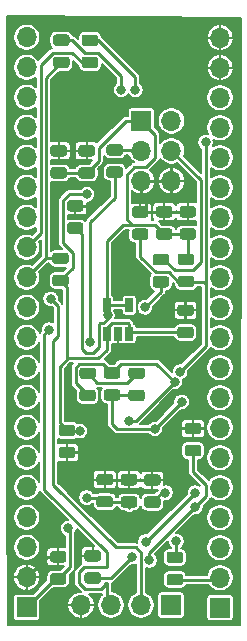
<source format=gbr>
%TF.GenerationSoftware,KiCad,Pcbnew,(5.1.6)-1*%
%TF.CreationDate,2020-09-14T14:29:29+02:00*%
%TF.ProjectId,STM32_blue_pill,53544d33-325f-4626-9c75-655f70696c6c,rev?*%
%TF.SameCoordinates,Original*%
%TF.FileFunction,Copper,L2,Bot*%
%TF.FilePolarity,Positive*%
%FSLAX46Y46*%
G04 Gerber Fmt 4.6, Leading zero omitted, Abs format (unit mm)*
G04 Created by KiCad (PCBNEW (5.1.6)-1) date 2020-09-14 14:29:29*
%MOMM*%
%LPD*%
G01*
G04 APERTURE LIST*
%TA.AperFunction,SMDPad,CuDef*%
%ADD10R,0.670000X1.170000*%
%TD*%
%TA.AperFunction,ComponentPad*%
%ADD11O,1.700000X1.700000*%
%TD*%
%TA.AperFunction,ComponentPad*%
%ADD12R,1.700000X1.700000*%
%TD*%
%TA.AperFunction,ViaPad*%
%ADD13C,0.800000*%
%TD*%
%TA.AperFunction,Conductor*%
%ADD14C,0.250000*%
%TD*%
%TA.AperFunction,Conductor*%
%ADD15C,0.200000*%
%TD*%
G04 APERTURE END LIST*
D10*
%TO.P,U2,1*%
%TO.N,/5V*%
X130620000Y-87210000D03*
%TO.P,U2,2*%
%TO.N,GND*%
X129680000Y-87210000D03*
%TO.P,U2,3*%
%TO.N,/5V*%
X128740000Y-87210000D03*
%TO.P,U2,4*%
%TO.N,/3V3*%
X128740000Y-84770000D03*
%TO.P,U2,5*%
X130620000Y-84770000D03*
%TD*%
%TO.P,R9,2*%
%TO.N,/BOOT1*%
%TA.AperFunction,SMDPad,CuDef*%
G36*
G01*
X132853750Y-82310000D02*
X133766250Y-82310000D01*
G75*
G02*
X134010000Y-82553750I0J-243750D01*
G01*
X134010000Y-83041250D01*
G75*
G02*
X133766250Y-83285000I-243750J0D01*
G01*
X132853750Y-83285000D01*
G75*
G02*
X132610000Y-83041250I0J243750D01*
G01*
X132610000Y-82553750D01*
G75*
G02*
X132853750Y-82310000I243750J0D01*
G01*
G37*
%TD.AperFunction*%
%TO.P,R9,1*%
%TO.N,Net-(J4-Pad4)*%
%TA.AperFunction,SMDPad,CuDef*%
G36*
G01*
X132853750Y-80435000D02*
X133766250Y-80435000D01*
G75*
G02*
X134010000Y-80678750I0J-243750D01*
G01*
X134010000Y-81166250D01*
G75*
G02*
X133766250Y-81410000I-243750J0D01*
G01*
X132853750Y-81410000D01*
G75*
G02*
X132610000Y-81166250I0J243750D01*
G01*
X132610000Y-80678750D01*
G75*
G02*
X132853750Y-80435000I243750J0D01*
G01*
G37*
%TD.AperFunction*%
%TD*%
%TO.P,R8,2*%
%TO.N,Net-(J4-Pad3)*%
%TA.AperFunction,SMDPad,CuDef*%
G36*
G01*
X129846250Y-72130000D02*
X128933750Y-72130000D01*
G75*
G02*
X128690000Y-71886250I0J243750D01*
G01*
X128690000Y-71398750D01*
G75*
G02*
X128933750Y-71155000I243750J0D01*
G01*
X129846250Y-71155000D01*
G75*
G02*
X130090000Y-71398750I0J-243750D01*
G01*
X130090000Y-71886250D01*
G75*
G02*
X129846250Y-72130000I-243750J0D01*
G01*
G37*
%TD.AperFunction*%
%TO.P,R8,1*%
%TO.N,/BOOT0*%
%TA.AperFunction,SMDPad,CuDef*%
G36*
G01*
X129846250Y-74005000D02*
X128933750Y-74005000D01*
G75*
G02*
X128690000Y-73761250I0J243750D01*
G01*
X128690000Y-73273750D01*
G75*
G02*
X128933750Y-73030000I243750J0D01*
G01*
X129846250Y-73030000D01*
G75*
G02*
X130090000Y-73273750I0J-243750D01*
G01*
X130090000Y-73761250D01*
G75*
G02*
X129846250Y-74005000I-243750J0D01*
G01*
G37*
%TD.AperFunction*%
%TD*%
%TO.P,R7,2*%
%TO.N,/5V*%
%TA.AperFunction,SMDPad,CuDef*%
G36*
G01*
X124353750Y-82202500D02*
X125266250Y-82202500D01*
G75*
G02*
X125510000Y-82446250I0J-243750D01*
G01*
X125510000Y-82933750D01*
G75*
G02*
X125266250Y-83177500I-243750J0D01*
G01*
X124353750Y-83177500D01*
G75*
G02*
X124110000Y-82933750I0J243750D01*
G01*
X124110000Y-82446250D01*
G75*
G02*
X124353750Y-82202500I243750J0D01*
G01*
G37*
%TD.AperFunction*%
%TO.P,R7,1*%
%TO.N,/PA12*%
%TA.AperFunction,SMDPad,CuDef*%
G36*
G01*
X124353750Y-80327500D02*
X125266250Y-80327500D01*
G75*
G02*
X125510000Y-80571250I0J-243750D01*
G01*
X125510000Y-81058750D01*
G75*
G02*
X125266250Y-81302500I-243750J0D01*
G01*
X124353750Y-81302500D01*
G75*
G02*
X124110000Y-81058750I0J243750D01*
G01*
X124110000Y-80571250D01*
G75*
G02*
X124353750Y-80327500I243750J0D01*
G01*
G37*
%TD.AperFunction*%
%TD*%
%TO.P,R6,2*%
%TO.N,/PA11*%
%TA.AperFunction,SMDPad,CuDef*%
G36*
G01*
X126843750Y-63740000D02*
X127756250Y-63740000D01*
G75*
G02*
X128000000Y-63983750I0J-243750D01*
G01*
X128000000Y-64471250D01*
G75*
G02*
X127756250Y-64715000I-243750J0D01*
G01*
X126843750Y-64715000D01*
G75*
G02*
X126600000Y-64471250I0J243750D01*
G01*
X126600000Y-63983750D01*
G75*
G02*
X126843750Y-63740000I243750J0D01*
G01*
G37*
%TD.AperFunction*%
%TO.P,R6,1*%
%TO.N,Net-(J3-Pad2)*%
%TA.AperFunction,SMDPad,CuDef*%
G36*
G01*
X126843750Y-61865000D02*
X127756250Y-61865000D01*
G75*
G02*
X128000000Y-62108750I0J-243750D01*
G01*
X128000000Y-62596250D01*
G75*
G02*
X127756250Y-62840000I-243750J0D01*
G01*
X126843750Y-62840000D01*
G75*
G02*
X126600000Y-62596250I0J243750D01*
G01*
X126600000Y-62108750D01*
G75*
G02*
X126843750Y-61865000I243750J0D01*
G01*
G37*
%TD.AperFunction*%
%TD*%
%TO.P,R5,2*%
%TO.N,/PA12*%
%TA.AperFunction,SMDPad,CuDef*%
G36*
G01*
X124423750Y-63737500D02*
X125336250Y-63737500D01*
G75*
G02*
X125580000Y-63981250I0J-243750D01*
G01*
X125580000Y-64468750D01*
G75*
G02*
X125336250Y-64712500I-243750J0D01*
G01*
X124423750Y-64712500D01*
G75*
G02*
X124180000Y-64468750I0J243750D01*
G01*
X124180000Y-63981250D01*
G75*
G02*
X124423750Y-63737500I243750J0D01*
G01*
G37*
%TD.AperFunction*%
%TO.P,R5,1*%
%TO.N,Net-(J3-Pad3)*%
%TA.AperFunction,SMDPad,CuDef*%
G36*
G01*
X124423750Y-61862500D02*
X125336250Y-61862500D01*
G75*
G02*
X125580000Y-62106250I0J-243750D01*
G01*
X125580000Y-62593750D01*
G75*
G02*
X125336250Y-62837500I-243750J0D01*
G01*
X124423750Y-62837500D01*
G75*
G02*
X124180000Y-62593750I0J243750D01*
G01*
X124180000Y-62106250D01*
G75*
G02*
X124423750Y-61862500I243750J0D01*
G01*
G37*
%TD.AperFunction*%
%TD*%
%TO.P,R4,2*%
%TO.N,Net-(D2-Pad1)*%
%TA.AperFunction,SMDPad,CuDef*%
G36*
G01*
X134946250Y-106622500D02*
X134033750Y-106622500D01*
G75*
G02*
X133790000Y-106378750I0J243750D01*
G01*
X133790000Y-105891250D01*
G75*
G02*
X134033750Y-105647500I243750J0D01*
G01*
X134946250Y-105647500D01*
G75*
G02*
X135190000Y-105891250I0J-243750D01*
G01*
X135190000Y-106378750D01*
G75*
G02*
X134946250Y-106622500I-243750J0D01*
G01*
G37*
%TD.AperFunction*%
%TO.P,R4,1*%
%TO.N,/PC13*%
%TA.AperFunction,SMDPad,CuDef*%
G36*
G01*
X134946250Y-108497500D02*
X134033750Y-108497500D01*
G75*
G02*
X133790000Y-108253750I0J243750D01*
G01*
X133790000Y-107766250D01*
G75*
G02*
X134033750Y-107522500I243750J0D01*
G01*
X134946250Y-107522500D01*
G75*
G02*
X135190000Y-107766250I0J-243750D01*
G01*
X135190000Y-108253750D01*
G75*
G02*
X134946250Y-108497500I-243750J0D01*
G01*
G37*
%TD.AperFunction*%
%TD*%
%TO.P,R3,2*%
%TO.N,Net-(D1-Pad1)*%
%TA.AperFunction,SMDPad,CuDef*%
G36*
G01*
X132123750Y-100977500D02*
X133036250Y-100977500D01*
G75*
G02*
X133280000Y-101221250I0J-243750D01*
G01*
X133280000Y-101708750D01*
G75*
G02*
X133036250Y-101952500I-243750J0D01*
G01*
X132123750Y-101952500D01*
G75*
G02*
X131880000Y-101708750I0J243750D01*
G01*
X131880000Y-101221250D01*
G75*
G02*
X132123750Y-100977500I243750J0D01*
G01*
G37*
%TD.AperFunction*%
%TO.P,R3,1*%
%TO.N,GND*%
%TA.AperFunction,SMDPad,CuDef*%
G36*
G01*
X132123750Y-99102500D02*
X133036250Y-99102500D01*
G75*
G02*
X133280000Y-99346250I0J-243750D01*
G01*
X133280000Y-99833750D01*
G75*
G02*
X133036250Y-100077500I-243750J0D01*
G01*
X132123750Y-100077500D01*
G75*
G02*
X131880000Y-99833750I0J243750D01*
G01*
X131880000Y-99346250D01*
G75*
G02*
X132123750Y-99102500I243750J0D01*
G01*
G37*
%TD.AperFunction*%
%TD*%
%TO.P,R2,2*%
%TO.N,/OSCOUT*%
%TA.AperFunction,SMDPad,CuDef*%
G36*
G01*
X129626250Y-91002500D02*
X128713750Y-91002500D01*
G75*
G02*
X128470000Y-90758750I0J243750D01*
G01*
X128470000Y-90271250D01*
G75*
G02*
X128713750Y-90027500I243750J0D01*
G01*
X129626250Y-90027500D01*
G75*
G02*
X129870000Y-90271250I0J-243750D01*
G01*
X129870000Y-90758750D01*
G75*
G02*
X129626250Y-91002500I-243750J0D01*
G01*
G37*
%TD.AperFunction*%
%TO.P,R2,1*%
%TO.N,/OSCIN*%
%TA.AperFunction,SMDPad,CuDef*%
G36*
G01*
X129626250Y-92877500D02*
X128713750Y-92877500D01*
G75*
G02*
X128470000Y-92633750I0J243750D01*
G01*
X128470000Y-92146250D01*
G75*
G02*
X128713750Y-91902500I243750J0D01*
G01*
X129626250Y-91902500D01*
G75*
G02*
X129870000Y-92146250I0J-243750D01*
G01*
X129870000Y-92633750D01*
G75*
G02*
X129626250Y-92877500I-243750J0D01*
G01*
G37*
%TD.AperFunction*%
%TD*%
%TO.P,R1,2*%
%TO.N,/3V3*%
%TA.AperFunction,SMDPad,CuDef*%
G36*
G01*
X135886250Y-81390000D02*
X134973750Y-81390000D01*
G75*
G02*
X134730000Y-81146250I0J243750D01*
G01*
X134730000Y-80658750D01*
G75*
G02*
X134973750Y-80415000I243750J0D01*
G01*
X135886250Y-80415000D01*
G75*
G02*
X136130000Y-80658750I0J-243750D01*
G01*
X136130000Y-81146250D01*
G75*
G02*
X135886250Y-81390000I-243750J0D01*
G01*
G37*
%TD.AperFunction*%
%TO.P,R1,1*%
%TO.N,/RESET*%
%TA.AperFunction,SMDPad,CuDef*%
G36*
G01*
X135886250Y-83265000D02*
X134973750Y-83265000D01*
G75*
G02*
X134730000Y-83021250I0J243750D01*
G01*
X134730000Y-82533750D01*
G75*
G02*
X134973750Y-82290000I243750J0D01*
G01*
X135886250Y-82290000D01*
G75*
G02*
X136130000Y-82533750I0J-243750D01*
G01*
X136130000Y-83021250D01*
G75*
G02*
X135886250Y-83265000I-243750J0D01*
G01*
G37*
%TD.AperFunction*%
%TD*%
D11*
%TO.P,J5,4*%
%TO.N,GND*%
X126550000Y-110170000D03*
%TO.P,J5,3*%
%TO.N,/SWCLK*%
X129090000Y-110170000D03*
%TO.P,J5,2*%
%TO.N,/SWIO*%
X131630000Y-110170000D03*
D12*
%TO.P,J5,1*%
%TO.N,/3V3*%
X134170000Y-110170000D03*
%TD*%
D11*
%TO.P,J4,6*%
%TO.N,GND*%
X134210000Y-74260000D03*
%TO.P,J4,5*%
X131670000Y-74260000D03*
%TO.P,J4,4*%
%TO.N,Net-(J4-Pad4)*%
X134210000Y-71720000D03*
%TO.P,J4,3*%
%TO.N,Net-(J4-Pad3)*%
X131670000Y-71720000D03*
%TO.P,J4,2*%
%TO.N,/3V3*%
X134210000Y-69180000D03*
D12*
%TO.P,J4,1*%
X131670000Y-69180000D03*
%TD*%
D11*
%TO.P,J2,20*%
%TO.N,/PB12*%
X121950000Y-62090000D03*
%TO.P,J2,19*%
%TO.N,/PB13*%
X121950000Y-64630000D03*
%TO.P,J2,18*%
%TO.N,/PB14*%
X121950000Y-67170000D03*
%TO.P,J2,17*%
%TO.N,/PB15*%
X121950000Y-69710000D03*
%TO.P,J2,16*%
%TO.N,/PA8*%
X121950000Y-72250000D03*
%TO.P,J2,15*%
%TO.N,/PA9*%
X121950000Y-74790000D03*
%TO.P,J2,14*%
%TO.N,/PA10*%
X121950000Y-77330000D03*
%TO.P,J2,13*%
%TO.N,/PA11*%
X121950000Y-79870000D03*
%TO.P,J2,12*%
%TO.N,/PA12*%
X121950000Y-82410000D03*
%TO.P,J2,11*%
%TO.N,/PA15*%
X121950000Y-84950000D03*
%TO.P,J2,10*%
%TO.N,/PB3*%
X121950000Y-87490000D03*
%TO.P,J2,9*%
%TO.N,/PB4*%
X121950000Y-90030000D03*
%TO.P,J2,8*%
%TO.N,/PB5*%
X121950000Y-92570000D03*
%TO.P,J2,7*%
%TO.N,/PB6*%
X121950000Y-95110000D03*
%TO.P,J2,6*%
%TO.N,/PB7*%
X121950000Y-97650000D03*
%TO.P,J2,5*%
%TO.N,/PB8*%
X121950000Y-100190000D03*
%TO.P,J2,4*%
%TO.N,/PB9*%
X121950000Y-102730000D03*
%TO.P,J2,3*%
%TO.N,/5V*%
X121950000Y-105270000D03*
%TO.P,J2,2*%
%TO.N,GND*%
X121950000Y-107810000D03*
D12*
%TO.P,J2,1*%
%TO.N,/3V3*%
X121950000Y-110350000D03*
%TD*%
D11*
%TO.P,J1,20*%
%TO.N,GND*%
X138320000Y-62130000D03*
%TO.P,J1,19*%
X138320000Y-64670000D03*
%TO.P,J1,18*%
%TO.N,/3V3*%
X138320000Y-67210000D03*
%TO.P,J1,17*%
%TO.N,/RESET*%
X138320000Y-69750000D03*
%TO.P,J1,16*%
%TO.N,/PB11*%
X138320000Y-72290000D03*
%TO.P,J1,15*%
%TO.N,/PB10*%
X138320000Y-74830000D03*
%TO.P,J1,14*%
%TO.N,/PB1*%
X138320000Y-77370000D03*
%TO.P,J1,13*%
%TO.N,/PB0*%
X138320000Y-79910000D03*
%TO.P,J1,12*%
%TO.N,/PA7*%
X138320000Y-82450000D03*
%TO.P,J1,11*%
%TO.N,/PA6*%
X138320000Y-84990000D03*
%TO.P,J1,10*%
%TO.N,/PA5*%
X138320000Y-87530000D03*
%TO.P,J1,9*%
%TO.N,/PA4*%
X138320000Y-90070000D03*
%TO.P,J1,8*%
%TO.N,/PA3*%
X138320000Y-92610000D03*
%TO.P,J1,7*%
%TO.N,/PA2*%
X138320000Y-95150000D03*
%TO.P,J1,6*%
%TO.N,/PA1*%
X138320000Y-97690000D03*
%TO.P,J1,5*%
%TO.N,/PA0*%
X138320000Y-100230000D03*
%TO.P,J1,4*%
%TO.N,/PC15*%
X138320000Y-102770000D03*
%TO.P,J1,3*%
%TO.N,/PC14*%
X138320000Y-105310000D03*
%TO.P,J1,2*%
%TO.N,/PC13*%
X138320000Y-107850000D03*
D12*
%TO.P,J1,1*%
%TO.N,/VBAT*%
X138320000Y-110390000D03*
%TD*%
%TO.P,C15,2*%
%TO.N,GND*%
%TA.AperFunction,SMDPad,CuDef*%
G36*
G01*
X129016250Y-100032500D02*
X128103750Y-100032500D01*
G75*
G02*
X127860000Y-99788750I0J243750D01*
G01*
X127860000Y-99301250D01*
G75*
G02*
X128103750Y-99057500I243750J0D01*
G01*
X129016250Y-99057500D01*
G75*
G02*
X129260000Y-99301250I0J-243750D01*
G01*
X129260000Y-99788750D01*
G75*
G02*
X129016250Y-100032500I-243750J0D01*
G01*
G37*
%TD.AperFunction*%
%TO.P,C15,1*%
%TO.N,/3V3*%
%TA.AperFunction,SMDPad,CuDef*%
G36*
G01*
X129016250Y-101907500D02*
X128103750Y-101907500D01*
G75*
G02*
X127860000Y-101663750I0J243750D01*
G01*
X127860000Y-101176250D01*
G75*
G02*
X128103750Y-100932500I243750J0D01*
G01*
X129016250Y-100932500D01*
G75*
G02*
X129260000Y-101176250I0J-243750D01*
G01*
X129260000Y-101663750D01*
G75*
G02*
X129016250Y-101907500I-243750J0D01*
G01*
G37*
%TD.AperFunction*%
%TD*%
%TO.P,C14,2*%
%TO.N,GND*%
%TA.AperFunction,SMDPad,CuDef*%
G36*
G01*
X125106250Y-72197500D02*
X124193750Y-72197500D01*
G75*
G02*
X123950000Y-71953750I0J243750D01*
G01*
X123950000Y-71466250D01*
G75*
G02*
X124193750Y-71222500I243750J0D01*
G01*
X125106250Y-71222500D01*
G75*
G02*
X125350000Y-71466250I0J-243750D01*
G01*
X125350000Y-71953750D01*
G75*
G02*
X125106250Y-72197500I-243750J0D01*
G01*
G37*
%TD.AperFunction*%
%TO.P,C14,1*%
%TO.N,/3V3*%
%TA.AperFunction,SMDPad,CuDef*%
G36*
G01*
X125106250Y-74072500D02*
X124193750Y-74072500D01*
G75*
G02*
X123950000Y-73828750I0J243750D01*
G01*
X123950000Y-73341250D01*
G75*
G02*
X124193750Y-73097500I243750J0D01*
G01*
X125106250Y-73097500D01*
G75*
G02*
X125350000Y-73341250I0J-243750D01*
G01*
X125350000Y-73828750D01*
G75*
G02*
X125106250Y-74072500I-243750J0D01*
G01*
G37*
%TD.AperFunction*%
%TD*%
%TO.P,C13,2*%
%TO.N,GND*%
%TA.AperFunction,SMDPad,CuDef*%
G36*
G01*
X136046250Y-77357500D02*
X135133750Y-77357500D01*
G75*
G02*
X134890000Y-77113750I0J243750D01*
G01*
X134890000Y-76626250D01*
G75*
G02*
X135133750Y-76382500I243750J0D01*
G01*
X136046250Y-76382500D01*
G75*
G02*
X136290000Y-76626250I0J-243750D01*
G01*
X136290000Y-77113750D01*
G75*
G02*
X136046250Y-77357500I-243750J0D01*
G01*
G37*
%TD.AperFunction*%
%TO.P,C13,1*%
%TO.N,/3V3*%
%TA.AperFunction,SMDPad,CuDef*%
G36*
G01*
X136046250Y-79232500D02*
X135133750Y-79232500D01*
G75*
G02*
X134890000Y-78988750I0J243750D01*
G01*
X134890000Y-78501250D01*
G75*
G02*
X135133750Y-78257500I243750J0D01*
G01*
X136046250Y-78257500D01*
G75*
G02*
X136290000Y-78501250I0J-243750D01*
G01*
X136290000Y-78988750D01*
G75*
G02*
X136046250Y-79232500I-243750J0D01*
G01*
G37*
%TD.AperFunction*%
%TD*%
%TO.P,C12,2*%
%TO.N,GND*%
%TA.AperFunction,SMDPad,CuDef*%
G36*
G01*
X127486250Y-72197500D02*
X126573750Y-72197500D01*
G75*
G02*
X126330000Y-71953750I0J243750D01*
G01*
X126330000Y-71466250D01*
G75*
G02*
X126573750Y-71222500I243750J0D01*
G01*
X127486250Y-71222500D01*
G75*
G02*
X127730000Y-71466250I0J-243750D01*
G01*
X127730000Y-71953750D01*
G75*
G02*
X127486250Y-72197500I-243750J0D01*
G01*
G37*
%TD.AperFunction*%
%TO.P,C12,1*%
%TO.N,/3V3*%
%TA.AperFunction,SMDPad,CuDef*%
G36*
G01*
X127486250Y-74072500D02*
X126573750Y-74072500D01*
G75*
G02*
X126330000Y-73828750I0J243750D01*
G01*
X126330000Y-73341250D01*
G75*
G02*
X126573750Y-73097500I243750J0D01*
G01*
X127486250Y-73097500D01*
G75*
G02*
X127730000Y-73341250I0J-243750D01*
G01*
X127730000Y-73828750D01*
G75*
G02*
X127486250Y-74072500I-243750J0D01*
G01*
G37*
%TD.AperFunction*%
%TD*%
%TO.P,C11,2*%
%TO.N,GND*%
%TA.AperFunction,SMDPad,CuDef*%
G36*
G01*
X135856250Y-85702500D02*
X134943750Y-85702500D01*
G75*
G02*
X134700000Y-85458750I0J243750D01*
G01*
X134700000Y-84971250D01*
G75*
G02*
X134943750Y-84727500I243750J0D01*
G01*
X135856250Y-84727500D01*
G75*
G02*
X136100000Y-84971250I0J-243750D01*
G01*
X136100000Y-85458750D01*
G75*
G02*
X135856250Y-85702500I-243750J0D01*
G01*
G37*
%TD.AperFunction*%
%TO.P,C11,1*%
%TO.N,/5V*%
%TA.AperFunction,SMDPad,CuDef*%
G36*
G01*
X135856250Y-87577500D02*
X134943750Y-87577500D01*
G75*
G02*
X134700000Y-87333750I0J243750D01*
G01*
X134700000Y-86846250D01*
G75*
G02*
X134943750Y-86602500I243750J0D01*
G01*
X135856250Y-86602500D01*
G75*
G02*
X136100000Y-86846250I0J-243750D01*
G01*
X136100000Y-87333750D01*
G75*
G02*
X135856250Y-87577500I-243750J0D01*
G01*
G37*
%TD.AperFunction*%
%TD*%
%TO.P,C10,2*%
%TO.N,GND*%
%TA.AperFunction,SMDPad,CuDef*%
G36*
G01*
X124903750Y-96762500D02*
X125816250Y-96762500D01*
G75*
G02*
X126060000Y-97006250I0J-243750D01*
G01*
X126060000Y-97493750D01*
G75*
G02*
X125816250Y-97737500I-243750J0D01*
G01*
X124903750Y-97737500D01*
G75*
G02*
X124660000Y-97493750I0J243750D01*
G01*
X124660000Y-97006250D01*
G75*
G02*
X124903750Y-96762500I243750J0D01*
G01*
G37*
%TD.AperFunction*%
%TO.P,C10,1*%
%TO.N,/5V*%
%TA.AperFunction,SMDPad,CuDef*%
G36*
G01*
X124903750Y-94887500D02*
X125816250Y-94887500D01*
G75*
G02*
X126060000Y-95131250I0J-243750D01*
G01*
X126060000Y-95618750D01*
G75*
G02*
X125816250Y-95862500I-243750J0D01*
G01*
X124903750Y-95862500D01*
G75*
G02*
X124660000Y-95618750I0J243750D01*
G01*
X124660000Y-95131250D01*
G75*
G02*
X124903750Y-94887500I243750J0D01*
G01*
G37*
%TD.AperFunction*%
%TD*%
%TO.P,C9,2*%
%TO.N,GND*%
%TA.AperFunction,SMDPad,CuDef*%
G36*
G01*
X134046250Y-77357500D02*
X133133750Y-77357500D01*
G75*
G02*
X132890000Y-77113750I0J243750D01*
G01*
X132890000Y-76626250D01*
G75*
G02*
X133133750Y-76382500I243750J0D01*
G01*
X134046250Y-76382500D01*
G75*
G02*
X134290000Y-76626250I0J-243750D01*
G01*
X134290000Y-77113750D01*
G75*
G02*
X134046250Y-77357500I-243750J0D01*
G01*
G37*
%TD.AperFunction*%
%TO.P,C9,1*%
%TO.N,/3V3*%
%TA.AperFunction,SMDPad,CuDef*%
G36*
G01*
X134046250Y-79232500D02*
X133133750Y-79232500D01*
G75*
G02*
X132890000Y-78988750I0J243750D01*
G01*
X132890000Y-78501250D01*
G75*
G02*
X133133750Y-78257500I243750J0D01*
G01*
X134046250Y-78257500D01*
G75*
G02*
X134290000Y-78501250I0J-243750D01*
G01*
X134290000Y-78988750D01*
G75*
G02*
X134046250Y-79232500I-243750J0D01*
G01*
G37*
%TD.AperFunction*%
%TD*%
%TO.P,C8,2*%
%TO.N,GND*%
%TA.AperFunction,SMDPad,CuDef*%
G36*
G01*
X126516250Y-76860000D02*
X125603750Y-76860000D01*
G75*
G02*
X125360000Y-76616250I0J243750D01*
G01*
X125360000Y-76128750D01*
G75*
G02*
X125603750Y-75885000I243750J0D01*
G01*
X126516250Y-75885000D01*
G75*
G02*
X126760000Y-76128750I0J-243750D01*
G01*
X126760000Y-76616250D01*
G75*
G02*
X126516250Y-76860000I-243750J0D01*
G01*
G37*
%TD.AperFunction*%
%TO.P,C8,1*%
%TO.N,/3V3*%
%TA.AperFunction,SMDPad,CuDef*%
G36*
G01*
X126516250Y-78735000D02*
X125603750Y-78735000D01*
G75*
G02*
X125360000Y-78491250I0J243750D01*
G01*
X125360000Y-78003750D01*
G75*
G02*
X125603750Y-77760000I243750J0D01*
G01*
X126516250Y-77760000D01*
G75*
G02*
X126760000Y-78003750I0J-243750D01*
G01*
X126760000Y-78491250D01*
G75*
G02*
X126516250Y-78735000I-243750J0D01*
G01*
G37*
%TD.AperFunction*%
%TD*%
%TO.P,C7,2*%
%TO.N,GND*%
%TA.AperFunction,SMDPad,CuDef*%
G36*
G01*
X131066250Y-100047500D02*
X130153750Y-100047500D01*
G75*
G02*
X129910000Y-99803750I0J243750D01*
G01*
X129910000Y-99316250D01*
G75*
G02*
X130153750Y-99072500I243750J0D01*
G01*
X131066250Y-99072500D01*
G75*
G02*
X131310000Y-99316250I0J-243750D01*
G01*
X131310000Y-99803750D01*
G75*
G02*
X131066250Y-100047500I-243750J0D01*
G01*
G37*
%TD.AperFunction*%
%TO.P,C7,1*%
%TO.N,/3V3*%
%TA.AperFunction,SMDPad,CuDef*%
G36*
G01*
X131066250Y-101922500D02*
X130153750Y-101922500D01*
G75*
G02*
X129910000Y-101678750I0J243750D01*
G01*
X129910000Y-101191250D01*
G75*
G02*
X130153750Y-100947500I243750J0D01*
G01*
X131066250Y-100947500D01*
G75*
G02*
X131310000Y-101191250I0J-243750D01*
G01*
X131310000Y-101678750D01*
G75*
G02*
X131066250Y-101922500I-243750J0D01*
G01*
G37*
%TD.AperFunction*%
%TD*%
%TO.P,C6,2*%
%TO.N,/PC15*%
%TA.AperFunction,SMDPad,CuDef*%
G36*
G01*
X127073750Y-107392500D02*
X127986250Y-107392500D01*
G75*
G02*
X128230000Y-107636250I0J-243750D01*
G01*
X128230000Y-108123750D01*
G75*
G02*
X127986250Y-108367500I-243750J0D01*
G01*
X127073750Y-108367500D01*
G75*
G02*
X126830000Y-108123750I0J243750D01*
G01*
X126830000Y-107636250D01*
G75*
G02*
X127073750Y-107392500I243750J0D01*
G01*
G37*
%TD.AperFunction*%
%TO.P,C6,1*%
%TO.N,GND*%
%TA.AperFunction,SMDPad,CuDef*%
G36*
G01*
X127073750Y-105517500D02*
X127986250Y-105517500D01*
G75*
G02*
X128230000Y-105761250I0J-243750D01*
G01*
X128230000Y-106248750D01*
G75*
G02*
X127986250Y-106492500I-243750J0D01*
G01*
X127073750Y-106492500D01*
G75*
G02*
X126830000Y-106248750I0J243750D01*
G01*
X126830000Y-105761250D01*
G75*
G02*
X127073750Y-105517500I243750J0D01*
G01*
G37*
%TD.AperFunction*%
%TD*%
%TO.P,C5,2*%
%TO.N,GND*%
%TA.AperFunction,SMDPad,CuDef*%
G36*
G01*
X136496250Y-95712500D02*
X135583750Y-95712500D01*
G75*
G02*
X135340000Y-95468750I0J243750D01*
G01*
X135340000Y-94981250D01*
G75*
G02*
X135583750Y-94737500I243750J0D01*
G01*
X136496250Y-94737500D01*
G75*
G02*
X136740000Y-94981250I0J-243750D01*
G01*
X136740000Y-95468750D01*
G75*
G02*
X136496250Y-95712500I-243750J0D01*
G01*
G37*
%TD.AperFunction*%
%TO.P,C5,1*%
%TO.N,/PC14*%
%TA.AperFunction,SMDPad,CuDef*%
G36*
G01*
X136496250Y-97587500D02*
X135583750Y-97587500D01*
G75*
G02*
X135340000Y-97343750I0J243750D01*
G01*
X135340000Y-96856250D01*
G75*
G02*
X135583750Y-96612500I243750J0D01*
G01*
X136496250Y-96612500D01*
G75*
G02*
X136740000Y-96856250I0J-243750D01*
G01*
X136740000Y-97343750D01*
G75*
G02*
X136496250Y-97587500I-243750J0D01*
G01*
G37*
%TD.AperFunction*%
%TD*%
%TO.P,C4,2*%
%TO.N,/OSCOUT*%
%TA.AperFunction,SMDPad,CuDef*%
G36*
G01*
X126653750Y-91932500D02*
X127566250Y-91932500D01*
G75*
G02*
X127810000Y-92176250I0J-243750D01*
G01*
X127810000Y-92663750D01*
G75*
G02*
X127566250Y-92907500I-243750J0D01*
G01*
X126653750Y-92907500D01*
G75*
G02*
X126410000Y-92663750I0J243750D01*
G01*
X126410000Y-92176250D01*
G75*
G02*
X126653750Y-91932500I243750J0D01*
G01*
G37*
%TD.AperFunction*%
%TO.P,C4,1*%
%TO.N,Net-(C3-Pad2)*%
%TA.AperFunction,SMDPad,CuDef*%
G36*
G01*
X126653750Y-90057500D02*
X127566250Y-90057500D01*
G75*
G02*
X127810000Y-90301250I0J-243750D01*
G01*
X127810000Y-90788750D01*
G75*
G02*
X127566250Y-91032500I-243750J0D01*
G01*
X126653750Y-91032500D01*
G75*
G02*
X126410000Y-90788750I0J243750D01*
G01*
X126410000Y-90301250D01*
G75*
G02*
X126653750Y-90057500I243750J0D01*
G01*
G37*
%TD.AperFunction*%
%TD*%
%TO.P,C3,2*%
%TO.N,Net-(C3-Pad2)*%
%TA.AperFunction,SMDPad,CuDef*%
G36*
G01*
X131716250Y-91032500D02*
X130803750Y-91032500D01*
G75*
G02*
X130560000Y-90788750I0J243750D01*
G01*
X130560000Y-90301250D01*
G75*
G02*
X130803750Y-90057500I243750J0D01*
G01*
X131716250Y-90057500D01*
G75*
G02*
X131960000Y-90301250I0J-243750D01*
G01*
X131960000Y-90788750D01*
G75*
G02*
X131716250Y-91032500I-243750J0D01*
G01*
G37*
%TD.AperFunction*%
%TO.P,C3,1*%
%TO.N,/OSCIN*%
%TA.AperFunction,SMDPad,CuDef*%
G36*
G01*
X131716250Y-92907500D02*
X130803750Y-92907500D01*
G75*
G02*
X130560000Y-92663750I0J243750D01*
G01*
X130560000Y-92176250D01*
G75*
G02*
X130803750Y-91932500I243750J0D01*
G01*
X131716250Y-91932500D01*
G75*
G02*
X131960000Y-92176250I0J-243750D01*
G01*
X131960000Y-92663750D01*
G75*
G02*
X131716250Y-92907500I-243750J0D01*
G01*
G37*
%TD.AperFunction*%
%TD*%
%TO.P,C2,2*%
%TO.N,GND*%
%TA.AperFunction,SMDPad,CuDef*%
G36*
G01*
X125076250Y-106577500D02*
X124163750Y-106577500D01*
G75*
G02*
X123920000Y-106333750I0J243750D01*
G01*
X123920000Y-105846250D01*
G75*
G02*
X124163750Y-105602500I243750J0D01*
G01*
X125076250Y-105602500D01*
G75*
G02*
X125320000Y-105846250I0J-243750D01*
G01*
X125320000Y-106333750D01*
G75*
G02*
X125076250Y-106577500I-243750J0D01*
G01*
G37*
%TD.AperFunction*%
%TO.P,C2,1*%
%TO.N,/3V3*%
%TA.AperFunction,SMDPad,CuDef*%
G36*
G01*
X125076250Y-108452500D02*
X124163750Y-108452500D01*
G75*
G02*
X123920000Y-108208750I0J243750D01*
G01*
X123920000Y-107721250D01*
G75*
G02*
X124163750Y-107477500I243750J0D01*
G01*
X125076250Y-107477500D01*
G75*
G02*
X125320000Y-107721250I0J-243750D01*
G01*
X125320000Y-108208750D01*
G75*
G02*
X125076250Y-108452500I-243750J0D01*
G01*
G37*
%TD.AperFunction*%
%TD*%
%TO.P,C1,2*%
%TO.N,GND*%
%TA.AperFunction,SMDPad,CuDef*%
G36*
G01*
X132016250Y-77380000D02*
X131103750Y-77380000D01*
G75*
G02*
X130860000Y-77136250I0J243750D01*
G01*
X130860000Y-76648750D01*
G75*
G02*
X131103750Y-76405000I243750J0D01*
G01*
X132016250Y-76405000D01*
G75*
G02*
X132260000Y-76648750I0J-243750D01*
G01*
X132260000Y-77136250D01*
G75*
G02*
X132016250Y-77380000I-243750J0D01*
G01*
G37*
%TD.AperFunction*%
%TO.P,C1,1*%
%TO.N,/RESET*%
%TA.AperFunction,SMDPad,CuDef*%
G36*
G01*
X132016250Y-79255000D02*
X131103750Y-79255000D01*
G75*
G02*
X130860000Y-79011250I0J243750D01*
G01*
X130860000Y-78523750D01*
G75*
G02*
X131103750Y-78280000I243750J0D01*
G01*
X132016250Y-78280000D01*
G75*
G02*
X132260000Y-78523750I0J-243750D01*
G01*
X132260000Y-79011250D01*
G75*
G02*
X132016250Y-79255000I-243750J0D01*
G01*
G37*
%TD.AperFunction*%
%TD*%
D13*
%TO.N,GND*%
X128510000Y-66630000D03*
X127590000Y-76400000D03*
X130800000Y-80960000D03*
X132040000Y-75880000D03*
%TO.N,/RESET*%
X137090000Y-70980000D03*
X134947015Y-90408372D03*
%TO.N,/3V3*%
X127030000Y-101070000D03*
X128795010Y-85650554D03*
X125474990Y-103665855D03*
%TO.N,/OSCIN*%
X132800000Y-95270000D03*
X135069956Y-92969999D03*
%TO.N,/OSCOUT*%
X134470490Y-91287547D03*
X130587756Y-94544990D03*
%TO.N,/PC14*%
X136230000Y-101840000D03*
X132345885Y-106387229D03*
%TO.N,/PC15*%
X136200033Y-100650033D03*
X130895874Y-106074124D03*
X132010004Y-104790000D03*
%TO.N,/5V*%
X126440000Y-95450000D03*
X127049202Y-75390002D03*
%TO.N,Net-(D1-Pad1)*%
X133690000Y-100660000D03*
%TO.N,Net-(D2-Pad1)*%
X134620000Y-104770000D03*
%TO.N,Net-(J3-Pad3)*%
X129950000Y-66550000D03*
%TO.N,Net-(J3-Pad2)*%
X131150468Y-66566020D03*
%TO.N,/SWCLK*%
X123845014Y-86841016D03*
%TO.N,/SWIO*%
X123977204Y-84243980D03*
%TO.N,/BOOT0*%
X127325010Y-87940000D03*
%TO.N,/BOOT1*%
X131960000Y-84960000D03*
%TD*%
D14*
%TO.N,GND*%
X131670000Y-74260000D02*
X134210000Y-74260000D01*
X128605000Y-99590000D02*
X128560000Y-99545000D01*
X132580000Y-99590000D02*
X128605000Y-99590000D01*
X123670000Y-106090000D02*
X121950000Y-107810000D01*
X124620000Y-106090000D02*
X123670000Y-106090000D01*
X135567500Y-76892500D02*
X135590000Y-76870000D01*
X131560000Y-76892500D02*
X135567500Y-76892500D01*
X126087500Y-76400000D02*
X126060000Y-76372500D01*
X127590000Y-76400000D02*
X126087500Y-76400000D01*
X130690000Y-80850000D02*
X130690000Y-80560000D01*
X130800000Y-80960000D02*
X130690000Y-80850000D01*
X132040000Y-76412500D02*
X131560000Y-76892500D01*
X132040000Y-75880000D02*
X132040000Y-76412500D01*
%TO.N,/RESET*%
X137090000Y-70980000D02*
X137144999Y-71034999D01*
X137144999Y-88210388D02*
X134947015Y-90408372D01*
X135430000Y-82777500D02*
X136927498Y-82777500D01*
X137144999Y-71034999D02*
X137144999Y-82995001D01*
X136927498Y-82777500D02*
X137144999Y-82995001D01*
X137144999Y-82995001D02*
X137144999Y-88210388D01*
X132868140Y-81984990D02*
X131560000Y-80676850D01*
X134001840Y-81984990D02*
X132868140Y-81984990D01*
X134794350Y-82777500D02*
X134001840Y-81984990D01*
X135430000Y-82777500D02*
X134794350Y-82777500D01*
X131560000Y-80676850D02*
X131560000Y-78767500D01*
%TO.N,/3V3*%
X128740000Y-84770000D02*
X130620000Y-84770000D01*
X127030000Y-73585000D02*
X124650000Y-73585000D01*
X133590000Y-78745000D02*
X135590000Y-78745000D01*
X128575000Y-101435000D02*
X128560000Y-101420000D01*
X130610000Y-101435000D02*
X128575000Y-101435000D01*
X124415000Y-107885000D02*
X121950000Y-110350000D01*
X135590000Y-80742500D02*
X135430000Y-80902500D01*
X135590000Y-78745000D02*
X135590000Y-80742500D01*
X130348150Y-69180000D02*
X131670000Y-69180000D01*
X128055010Y-71473140D02*
X130348150Y-69180000D01*
X128055010Y-72559990D02*
X128055010Y-71473140D01*
X127030000Y-73585000D02*
X128055010Y-72559990D01*
X132799990Y-77954990D02*
X130868160Y-77954990D01*
X133590000Y-78745000D02*
X132799990Y-77954990D01*
X130610000Y-101435000D02*
X130610000Y-101970000D01*
X132044003Y-73084999D02*
X131055001Y-73084999D01*
X132845001Y-72284001D02*
X132044003Y-73084999D01*
X131670000Y-69180000D02*
X132845001Y-70355001D01*
X132845001Y-70355001D02*
X132845001Y-72284001D01*
X130415010Y-73724990D02*
X130415010Y-77501840D01*
X130415010Y-77501840D02*
X130868160Y-77954990D01*
X131055001Y-73084999D02*
X130415010Y-73724990D01*
X128210000Y-101070000D02*
X128560000Y-101420000D01*
X127030000Y-101070000D02*
X128210000Y-101070000D01*
X126600000Y-88480000D02*
X126952468Y-88832468D01*
X127542470Y-88832468D02*
X128079999Y-88294939D01*
X126952468Y-88832468D02*
X127542470Y-88832468D01*
X128795010Y-85947146D02*
X128795010Y-85650554D01*
X126140000Y-78260000D02*
X126600000Y-78720000D01*
X128144999Y-86299999D02*
X128442157Y-86299999D01*
X128079999Y-86364999D02*
X128144999Y-86299999D01*
X128079999Y-88294939D02*
X128079999Y-86364999D01*
X128740000Y-84770000D02*
X128740000Y-85595544D01*
X128740000Y-85595544D02*
X128795010Y-85650554D01*
X126600000Y-78720000D02*
X126600000Y-88480000D01*
X128442157Y-86299999D02*
X128795010Y-85947146D01*
X130868160Y-77954990D02*
X130132008Y-77954990D01*
X128740000Y-79346998D02*
X128740000Y-84770000D01*
X130132008Y-77954990D02*
X128740000Y-79346998D01*
X125654990Y-106930010D02*
X125654990Y-103845855D01*
X125654990Y-103845855D02*
X125474990Y-103665855D01*
X124620000Y-107965000D02*
X125654990Y-106930010D01*
%TO.N,Net-(C3-Pad2)*%
X130477490Y-91327510D02*
X131260000Y-90545000D01*
X127892510Y-91327510D02*
X130477490Y-91327510D01*
X127110000Y-90545000D02*
X127892510Y-91327510D01*
%TO.N,/OSCIN*%
X135069956Y-93000044D02*
X135069956Y-92969999D01*
X132800000Y-95270000D02*
X135069956Y-93000044D01*
X129170000Y-92390000D02*
X129170000Y-94860000D01*
X129580000Y-95270000D02*
X132800000Y-95270000D01*
X129170000Y-94860000D02*
X129580000Y-95270000D01*
X129200000Y-92420000D02*
X129170000Y-92390000D01*
X131260000Y-92420000D02*
X129200000Y-92420000D01*
%TO.N,/OSCOUT*%
X132915433Y-89732490D02*
X134470490Y-91287547D01*
X129952510Y-89732490D02*
X132915433Y-89732490D01*
X129170000Y-90515000D02*
X129952510Y-89732490D01*
X134470490Y-91287547D02*
X131213047Y-94544990D01*
X131213047Y-94544990D02*
X130587756Y-94544990D01*
X128387490Y-89732490D02*
X129170000Y-90515000D01*
X126418160Y-89732490D02*
X128387490Y-89732490D01*
X126084990Y-90065660D02*
X126418160Y-89732490D01*
X126084990Y-91394990D02*
X126084990Y-90065660D01*
X127110000Y-92420000D02*
X126084990Y-91394990D01*
%TO.N,/PC14*%
X136040000Y-97100000D02*
X136040000Y-98910000D01*
X137144999Y-100925001D02*
X136230000Y-101840000D01*
X137144999Y-100014999D02*
X137144999Y-100925001D01*
X136040000Y-98910000D02*
X137144999Y-100014999D01*
X136230000Y-101840000D02*
X132345885Y-105724115D01*
X132345885Y-105724115D02*
X132345885Y-106387229D01*
%TO.N,/PC15*%
X132060066Y-104790000D02*
X132010004Y-104790000D01*
X127530000Y-107880000D02*
X129080000Y-107880000D01*
X129080000Y-107880000D02*
X130885876Y-106074124D01*
X130885876Y-106074124D02*
X130895874Y-106074124D01*
X136200033Y-100650033D02*
X132060066Y-104790000D01*
%TO.N,/5V*%
X130740000Y-87090000D02*
X130620000Y-87210000D01*
X135400000Y-87090000D02*
X130740000Y-87090000D01*
X125457521Y-89282479D02*
X124750000Y-89990000D01*
X124750000Y-94765000D02*
X125360000Y-95375000D01*
X124750000Y-89990000D02*
X124750000Y-94765000D01*
X125384999Y-89209957D02*
X125457521Y-89282479D01*
X124810000Y-82690000D02*
X125384999Y-83264999D01*
X125384999Y-83264999D02*
X125384999Y-89209957D01*
X125435000Y-95450000D02*
X125360000Y-95375000D01*
X126440000Y-95450000D02*
X125435000Y-95450000D01*
X128740000Y-87210000D02*
X128740000Y-88570000D01*
X128027521Y-89282479D02*
X125457521Y-89282479D01*
X128740000Y-88570000D02*
X128027521Y-89282479D01*
X125835010Y-80335660D02*
X125034990Y-79535640D01*
X125034990Y-75893160D02*
X125578150Y-75350000D01*
X125034990Y-79535640D02*
X125034990Y-75893160D01*
X127009200Y-75350000D02*
X127049202Y-75390002D01*
X125835010Y-81664990D02*
X125835010Y-80335660D01*
X125578150Y-75350000D02*
X127009200Y-75350000D01*
X124810000Y-82690000D02*
X125835010Y-81664990D01*
X130544999Y-86299999D02*
X129188567Y-86299999D01*
X129188567Y-86299999D02*
X128740000Y-86748566D01*
X128740000Y-86748566D02*
X128740000Y-87210000D01*
X130620000Y-87210000D02*
X130620000Y-86375000D01*
X130620000Y-86375000D02*
X130544999Y-86299999D01*
%TO.N,Net-(D1-Pad1)*%
X132580000Y-101465000D02*
X133365000Y-100680000D01*
X133365000Y-100680000D02*
X133385000Y-100660000D01*
X133385000Y-100660000D02*
X133690000Y-100660000D01*
%TO.N,Net-(D2-Pad1)*%
X134620000Y-106005000D02*
X134490000Y-106135000D01*
X134620000Y-104770000D02*
X134620000Y-106005000D01*
%TO.N,/PC13*%
X138160000Y-108010000D02*
X138320000Y-107850000D01*
X134490000Y-108010000D02*
X138160000Y-108010000D01*
%TO.N,/PA11*%
X123125001Y-64475649D02*
X123125001Y-78694999D01*
X123125001Y-78694999D02*
X121950000Y-79870000D01*
X127300000Y-64227500D02*
X126600000Y-64227500D01*
X125784990Y-63412490D02*
X124188160Y-63412490D01*
X124188160Y-63412490D02*
X123125001Y-64475649D01*
X126600000Y-64227500D02*
X125784990Y-63412490D01*
%TO.N,/PA12*%
X123545000Y-80815000D02*
X121950000Y-82410000D01*
X124810000Y-80815000D02*
X123545000Y-80815000D01*
X123575012Y-80784988D02*
X123545000Y-80815000D01*
X124880000Y-64225000D02*
X123575012Y-65529988D01*
X123575012Y-65529988D02*
X123575012Y-80784988D01*
%TO.N,Net-(J3-Pad3)*%
X129950000Y-65373150D02*
X129950000Y-66550000D01*
X124880000Y-62350000D02*
X125793150Y-62350000D01*
X125793150Y-62350000D02*
X126858140Y-63414990D01*
X126858140Y-63414990D02*
X127991840Y-63414990D01*
X127991840Y-63414990D02*
X129950000Y-65373150D01*
%TO.N,Net-(J3-Pad2)*%
X127300000Y-62352500D02*
X128000000Y-62352500D01*
X131150468Y-65502968D02*
X131150468Y-66566020D01*
X128000000Y-62352500D02*
X131150468Y-65502968D01*
%TO.N,Net-(J4-Pad4)*%
X136694988Y-74204988D02*
X136694988Y-81141862D01*
X136694988Y-81141862D02*
X135996850Y-81840000D01*
X134493261Y-81840000D02*
X133575761Y-80922500D01*
X133575761Y-80922500D02*
X133310000Y-80922500D01*
X134210000Y-71720000D02*
X136694988Y-74204988D01*
X135996850Y-81840000D02*
X134493261Y-81840000D01*
%TO.N,Net-(J4-Pad3)*%
X131592500Y-71642500D02*
X131670000Y-71720000D01*
X129390000Y-71642500D02*
X131592500Y-71642500D01*
%TO.N,/SWCLK*%
X123445015Y-87241015D02*
X123845014Y-86841016D01*
X123445015Y-100401425D02*
X123445015Y-87241015D01*
X128750000Y-106930000D02*
X128750000Y-105706410D01*
X128750000Y-105706410D02*
X123445015Y-100401425D01*
X128710000Y-106970000D02*
X128750000Y-106930000D01*
X128280000Y-106970000D02*
X128710000Y-106970000D01*
X128555010Y-108330010D02*
X128555010Y-108444990D01*
X128750000Y-108330010D02*
X128555010Y-108330010D01*
X128750000Y-109735650D02*
X128750000Y-108330010D01*
X128315650Y-110170000D02*
X128750000Y-109735650D01*
X129090000Y-110170000D02*
X128315650Y-110170000D01*
X128555010Y-108444990D02*
X128200000Y-108800000D01*
X128260000Y-106950000D02*
X128280000Y-106970000D01*
X126380000Y-108300000D02*
X126380000Y-107410000D01*
X126880000Y-108800000D02*
X126380000Y-108300000D01*
X126380000Y-107410000D02*
X126840000Y-106950000D01*
X128200000Y-108800000D02*
X126880000Y-108800000D01*
X126840000Y-106950000D02*
X128260000Y-106950000D01*
%TO.N,/SWIO*%
X124198013Y-87794993D02*
X124575013Y-87417993D01*
X124575013Y-84841789D02*
X123977204Y-84243980D01*
X131190000Y-105290000D02*
X129470000Y-105290000D01*
X131630000Y-110170000D02*
X131620875Y-110160875D01*
X131620875Y-105720875D02*
X131190000Y-105290000D01*
X129470000Y-105290000D02*
X124198013Y-100018013D01*
X124575013Y-87417993D02*
X124575013Y-84841789D01*
X124198013Y-100018013D02*
X124198013Y-87794993D01*
X131620875Y-110160875D02*
X131620875Y-105720875D01*
%TO.N,/BOOT0*%
X129390000Y-73517500D02*
X129390000Y-75673002D01*
X127325010Y-77737992D02*
X127325010Y-87940000D01*
X129390000Y-75673002D02*
X127325010Y-77737992D01*
%TO.N,/BOOT1*%
X133310000Y-82797500D02*
X133310000Y-83630000D01*
X133310000Y-83630000D02*
X131980000Y-84960000D01*
X131980000Y-84960000D02*
X131960000Y-84960000D01*
%TD*%
D15*
%TO.N,GND*%
G36*
X140059600Y-60428122D02*
G01*
X140000403Y-111820000D01*
X120329732Y-111820000D01*
X120327955Y-109500000D01*
X120798549Y-109500000D01*
X120798549Y-111200000D01*
X120804341Y-111258810D01*
X120821496Y-111315360D01*
X120849353Y-111367477D01*
X120886842Y-111413158D01*
X120932523Y-111450647D01*
X120984640Y-111478504D01*
X121041190Y-111495659D01*
X121100000Y-111501451D01*
X122800000Y-111501451D01*
X122858810Y-111495659D01*
X122915360Y-111478504D01*
X122967477Y-111450647D01*
X123013158Y-111413158D01*
X123050647Y-111367477D01*
X123078504Y-111315360D01*
X123095659Y-111258810D01*
X123101451Y-111200000D01*
X123101451Y-110356401D01*
X125405075Y-110356401D01*
X125463439Y-110576183D01*
X125563559Y-110780356D01*
X125701588Y-110961073D01*
X125872221Y-111111390D01*
X126068900Y-111225530D01*
X126284068Y-111299106D01*
X126363599Y-111314925D01*
X126545000Y-111252488D01*
X126545000Y-110175000D01*
X126555000Y-110175000D01*
X126555000Y-111252488D01*
X126736401Y-111314925D01*
X126815932Y-111299106D01*
X127031100Y-111225530D01*
X127227779Y-111111390D01*
X127398412Y-110961073D01*
X127536441Y-110780356D01*
X127636561Y-110576183D01*
X127694925Y-110356401D01*
X127632489Y-110175000D01*
X126555000Y-110175000D01*
X126545000Y-110175000D01*
X125467511Y-110175000D01*
X125405075Y-110356401D01*
X123101451Y-110356401D01*
X123101451Y-109799589D01*
X124148584Y-108752457D01*
X124163750Y-108753951D01*
X125076250Y-108753951D01*
X125182613Y-108743475D01*
X125284889Y-108712450D01*
X125379147Y-108662068D01*
X125461765Y-108594265D01*
X125529568Y-108511647D01*
X125579950Y-108417389D01*
X125610975Y-108315113D01*
X125621451Y-108208750D01*
X125621451Y-107721250D01*
X125610975Y-107614887D01*
X125601707Y-107584334D01*
X125940753Y-107245288D01*
X125956964Y-107231984D01*
X126010074Y-107167270D01*
X126049538Y-107093437D01*
X126067776Y-107033314D01*
X126073840Y-107013325D01*
X126078107Y-106969999D01*
X126079990Y-106950884D01*
X126079990Y-106950873D01*
X126082045Y-106930010D01*
X126079990Y-106909143D01*
X126079990Y-105517500D01*
X126518500Y-105517500D01*
X126520000Y-105922500D01*
X126597500Y-106000000D01*
X127525000Y-106000000D01*
X127525000Y-105285000D01*
X127447500Y-105207500D01*
X126830000Y-105206000D01*
X126769229Y-105211985D01*
X126710794Y-105229712D01*
X126656940Y-105258497D01*
X126609736Y-105297236D01*
X126570997Y-105344440D01*
X126542212Y-105398294D01*
X126524485Y-105456729D01*
X126518500Y-105517500D01*
X126079990Y-105517500D01*
X126079990Y-104020375D01*
X126095322Y-103997429D01*
X126148089Y-103870037D01*
X126174990Y-103734799D01*
X126174990Y-103732441D01*
X127649958Y-105207409D01*
X127612500Y-105207500D01*
X127535000Y-105285000D01*
X127535000Y-106000000D01*
X127555000Y-106000000D01*
X127555000Y-106010000D01*
X127535000Y-106010000D01*
X127535000Y-106030000D01*
X127525000Y-106030000D01*
X127525000Y-106010000D01*
X126597500Y-106010000D01*
X126520000Y-106087500D01*
X126518500Y-106492500D01*
X126524485Y-106553271D01*
X126542212Y-106611706D01*
X126554430Y-106634564D01*
X126538026Y-106648026D01*
X126524721Y-106664238D01*
X126094239Y-107094721D01*
X126078027Y-107108026D01*
X126024917Y-107172740D01*
X126006466Y-107207260D01*
X125985453Y-107246573D01*
X125961150Y-107326686D01*
X125952945Y-107410000D01*
X125955001Y-107430876D01*
X125955000Y-108279133D01*
X125952945Y-108300000D01*
X125955000Y-108320867D01*
X125955000Y-108320873D01*
X125961150Y-108383313D01*
X125985452Y-108463426D01*
X126024916Y-108537259D01*
X126078026Y-108601974D01*
X126094243Y-108615283D01*
X126544998Y-109066039D01*
X126544998Y-109087511D01*
X126363599Y-109025075D01*
X126284068Y-109040894D01*
X126068900Y-109114470D01*
X125872221Y-109228610D01*
X125701588Y-109378927D01*
X125563559Y-109559644D01*
X125463439Y-109763817D01*
X125405075Y-109983599D01*
X125467511Y-110165000D01*
X126545000Y-110165000D01*
X126545000Y-110145000D01*
X126555000Y-110145000D01*
X126555000Y-110165000D01*
X127632489Y-110165000D01*
X127694925Y-109983599D01*
X127636561Y-109763817D01*
X127536441Y-109559644D01*
X127398412Y-109378927D01*
X127227779Y-109228610D01*
X127221558Y-109225000D01*
X128179133Y-109225000D01*
X128200000Y-109227055D01*
X128220867Y-109225000D01*
X128220874Y-109225000D01*
X128283314Y-109218850D01*
X128325000Y-109206205D01*
X128325000Y-109308655D01*
X128196737Y-109436918D01*
X128070884Y-109625271D01*
X127984194Y-109834557D01*
X127965975Y-109926149D01*
X127960566Y-109932740D01*
X127921102Y-110006573D01*
X127896800Y-110086686D01*
X127888594Y-110170000D01*
X127896800Y-110253314D01*
X127921102Y-110333427D01*
X127960566Y-110407260D01*
X127965975Y-110413851D01*
X127984194Y-110505443D01*
X128070884Y-110714729D01*
X128196737Y-110903082D01*
X128356918Y-111063263D01*
X128545271Y-111189116D01*
X128754557Y-111275806D01*
X128976735Y-111320000D01*
X129203265Y-111320000D01*
X129425443Y-111275806D01*
X129634729Y-111189116D01*
X129823082Y-111063263D01*
X129983263Y-110903082D01*
X130109116Y-110714729D01*
X130195806Y-110505443D01*
X130240000Y-110283265D01*
X130240000Y-110056735D01*
X130195806Y-109834557D01*
X130109116Y-109625271D01*
X129983263Y-109436918D01*
X129823082Y-109276737D01*
X129634729Y-109150884D01*
X129425443Y-109064194D01*
X129203265Y-109020000D01*
X129175000Y-109020000D01*
X129175000Y-108350884D01*
X129177056Y-108330010D01*
X129173677Y-108295706D01*
X129243427Y-108274548D01*
X129317260Y-108235084D01*
X129381974Y-108181974D01*
X129395283Y-108165757D01*
X130793555Y-106767485D01*
X130826930Y-106774124D01*
X130964818Y-106774124D01*
X131100056Y-106747223D01*
X131195876Y-106707534D01*
X131195875Y-109105070D01*
X131085271Y-109150884D01*
X130896918Y-109276737D01*
X130736737Y-109436918D01*
X130610884Y-109625271D01*
X130524194Y-109834557D01*
X130480000Y-110056735D01*
X130480000Y-110283265D01*
X130524194Y-110505443D01*
X130610884Y-110714729D01*
X130736737Y-110903082D01*
X130896918Y-111063263D01*
X131085271Y-111189116D01*
X131294557Y-111275806D01*
X131516735Y-111320000D01*
X131743265Y-111320000D01*
X131965443Y-111275806D01*
X132174729Y-111189116D01*
X132363082Y-111063263D01*
X132523263Y-110903082D01*
X132649116Y-110714729D01*
X132735806Y-110505443D01*
X132780000Y-110283265D01*
X132780000Y-110056735D01*
X132735806Y-109834557D01*
X132649116Y-109625271D01*
X132523263Y-109436918D01*
X132406345Y-109320000D01*
X133018549Y-109320000D01*
X133018549Y-111020000D01*
X133024341Y-111078810D01*
X133041496Y-111135360D01*
X133069353Y-111187477D01*
X133106842Y-111233158D01*
X133152523Y-111270647D01*
X133204640Y-111298504D01*
X133261190Y-111315659D01*
X133320000Y-111321451D01*
X135020000Y-111321451D01*
X135078810Y-111315659D01*
X135135360Y-111298504D01*
X135187477Y-111270647D01*
X135233158Y-111233158D01*
X135270647Y-111187477D01*
X135298504Y-111135360D01*
X135315659Y-111078810D01*
X135321451Y-111020000D01*
X135321451Y-109540000D01*
X137168549Y-109540000D01*
X137168549Y-111240000D01*
X137174341Y-111298810D01*
X137191496Y-111355360D01*
X137219353Y-111407477D01*
X137256842Y-111453158D01*
X137302523Y-111490647D01*
X137354640Y-111518504D01*
X137411190Y-111535659D01*
X137470000Y-111541451D01*
X139170000Y-111541451D01*
X139228810Y-111535659D01*
X139285360Y-111518504D01*
X139337477Y-111490647D01*
X139383158Y-111453158D01*
X139420647Y-111407477D01*
X139448504Y-111355360D01*
X139465659Y-111298810D01*
X139471451Y-111240000D01*
X139471451Y-109540000D01*
X139465659Y-109481190D01*
X139448504Y-109424640D01*
X139420647Y-109372523D01*
X139383158Y-109326842D01*
X139337477Y-109289353D01*
X139285360Y-109261496D01*
X139228810Y-109244341D01*
X139170000Y-109238549D01*
X137470000Y-109238549D01*
X137411190Y-109244341D01*
X137354640Y-109261496D01*
X137302523Y-109289353D01*
X137256842Y-109326842D01*
X137219353Y-109372523D01*
X137191496Y-109424640D01*
X137174341Y-109481190D01*
X137168549Y-109540000D01*
X135321451Y-109540000D01*
X135321451Y-109320000D01*
X135315659Y-109261190D01*
X135298504Y-109204640D01*
X135270647Y-109152523D01*
X135233158Y-109106842D01*
X135187477Y-109069353D01*
X135135360Y-109041496D01*
X135078810Y-109024341D01*
X135020000Y-109018549D01*
X133320000Y-109018549D01*
X133261190Y-109024341D01*
X133204640Y-109041496D01*
X133152523Y-109069353D01*
X133106842Y-109106842D01*
X133069353Y-109152523D01*
X133041496Y-109204640D01*
X133024341Y-109261190D01*
X133018549Y-109320000D01*
X132406345Y-109320000D01*
X132363082Y-109276737D01*
X132174729Y-109150884D01*
X132045875Y-109097510D01*
X132045875Y-107766250D01*
X133488549Y-107766250D01*
X133488549Y-108253750D01*
X133499025Y-108360113D01*
X133530050Y-108462389D01*
X133580432Y-108556647D01*
X133648235Y-108639265D01*
X133730853Y-108707068D01*
X133825111Y-108757450D01*
X133927387Y-108788475D01*
X134033750Y-108798951D01*
X134946250Y-108798951D01*
X135052613Y-108788475D01*
X135154889Y-108757450D01*
X135249147Y-108707068D01*
X135331765Y-108639265D01*
X135399568Y-108556647D01*
X135449950Y-108462389D01*
X135458258Y-108435000D01*
X137327792Y-108435000D01*
X137426737Y-108583082D01*
X137586918Y-108743263D01*
X137775271Y-108869116D01*
X137984557Y-108955806D01*
X138206735Y-109000000D01*
X138433265Y-109000000D01*
X138655443Y-108955806D01*
X138864729Y-108869116D01*
X139053082Y-108743263D01*
X139213263Y-108583082D01*
X139339116Y-108394729D01*
X139425806Y-108185443D01*
X139470000Y-107963265D01*
X139470000Y-107736735D01*
X139425806Y-107514557D01*
X139339116Y-107305271D01*
X139213263Y-107116918D01*
X139053082Y-106956737D01*
X138864729Y-106830884D01*
X138655443Y-106744194D01*
X138433265Y-106700000D01*
X138206735Y-106700000D01*
X137984557Y-106744194D01*
X137775271Y-106830884D01*
X137586918Y-106956737D01*
X137426737Y-107116918D01*
X137300884Y-107305271D01*
X137214194Y-107514557D01*
X137200182Y-107585000D01*
X135458258Y-107585000D01*
X135449950Y-107557611D01*
X135399568Y-107463353D01*
X135331765Y-107380735D01*
X135249147Y-107312932D01*
X135154889Y-107262550D01*
X135052613Y-107231525D01*
X134946250Y-107221049D01*
X134033750Y-107221049D01*
X133927387Y-107231525D01*
X133825111Y-107262550D01*
X133730853Y-107312932D01*
X133648235Y-107380735D01*
X133580432Y-107463353D01*
X133530050Y-107557611D01*
X133499025Y-107659887D01*
X133488549Y-107766250D01*
X132045875Y-107766250D01*
X132045875Y-107020635D01*
X132141703Y-107060328D01*
X132276941Y-107087229D01*
X132414829Y-107087229D01*
X132550067Y-107060328D01*
X132677459Y-107007561D01*
X132792109Y-106930955D01*
X132889611Y-106833453D01*
X132966217Y-106718803D01*
X133018984Y-106591411D01*
X133045885Y-106456173D01*
X133045885Y-106318285D01*
X133018984Y-106183047D01*
X132966217Y-106055655D01*
X132889611Y-105941005D01*
X132809823Y-105861217D01*
X133920000Y-104751040D01*
X133920000Y-104838944D01*
X133946901Y-104974182D01*
X133999668Y-105101574D01*
X134076274Y-105216224D01*
X134173776Y-105313726D01*
X134195000Y-105327908D01*
X134195000Y-105346049D01*
X134033750Y-105346049D01*
X133927387Y-105356525D01*
X133825111Y-105387550D01*
X133730853Y-105437932D01*
X133648235Y-105505735D01*
X133580432Y-105588353D01*
X133530050Y-105682611D01*
X133499025Y-105784887D01*
X133488549Y-105891250D01*
X133488549Y-106378750D01*
X133499025Y-106485113D01*
X133530050Y-106587389D01*
X133580432Y-106681647D01*
X133648235Y-106764265D01*
X133730853Y-106832068D01*
X133825111Y-106882450D01*
X133927387Y-106913475D01*
X134033750Y-106923951D01*
X134946250Y-106923951D01*
X135052613Y-106913475D01*
X135154889Y-106882450D01*
X135249147Y-106832068D01*
X135331765Y-106764265D01*
X135399568Y-106681647D01*
X135449950Y-106587389D01*
X135480975Y-106485113D01*
X135491451Y-106378750D01*
X135491451Y-105891250D01*
X135480975Y-105784887D01*
X135449950Y-105682611D01*
X135399568Y-105588353D01*
X135331765Y-105505735D01*
X135249147Y-105437932D01*
X135154889Y-105387550D01*
X135052613Y-105356525D01*
X135045000Y-105355775D01*
X135045000Y-105327907D01*
X135066224Y-105313726D01*
X135163726Y-105216224D01*
X135176748Y-105196735D01*
X137170000Y-105196735D01*
X137170000Y-105423265D01*
X137214194Y-105645443D01*
X137300884Y-105854729D01*
X137426737Y-106043082D01*
X137586918Y-106203263D01*
X137775271Y-106329116D01*
X137984557Y-106415806D01*
X138206735Y-106460000D01*
X138433265Y-106460000D01*
X138655443Y-106415806D01*
X138864729Y-106329116D01*
X139053082Y-106203263D01*
X139213263Y-106043082D01*
X139339116Y-105854729D01*
X139425806Y-105645443D01*
X139470000Y-105423265D01*
X139470000Y-105196735D01*
X139425806Y-104974557D01*
X139339116Y-104765271D01*
X139213263Y-104576918D01*
X139053082Y-104416737D01*
X138864729Y-104290884D01*
X138655443Y-104204194D01*
X138433265Y-104160000D01*
X138206735Y-104160000D01*
X137984557Y-104204194D01*
X137775271Y-104290884D01*
X137586918Y-104416737D01*
X137426737Y-104576918D01*
X137300884Y-104765271D01*
X137214194Y-104974557D01*
X137170000Y-105196735D01*
X135176748Y-105196735D01*
X135240332Y-105101574D01*
X135293099Y-104974182D01*
X135320000Y-104838944D01*
X135320000Y-104701056D01*
X135293099Y-104565818D01*
X135240332Y-104438426D01*
X135163726Y-104323776D01*
X135066224Y-104226274D01*
X134951574Y-104149668D01*
X134824182Y-104096901D01*
X134688944Y-104070000D01*
X134601041Y-104070000D01*
X136014306Y-102656735D01*
X137170000Y-102656735D01*
X137170000Y-102883265D01*
X137214194Y-103105443D01*
X137300884Y-103314729D01*
X137426737Y-103503082D01*
X137586918Y-103663263D01*
X137775271Y-103789116D01*
X137984557Y-103875806D01*
X138206735Y-103920000D01*
X138433265Y-103920000D01*
X138655443Y-103875806D01*
X138864729Y-103789116D01*
X139053082Y-103663263D01*
X139213263Y-103503082D01*
X139339116Y-103314729D01*
X139425806Y-103105443D01*
X139470000Y-102883265D01*
X139470000Y-102656735D01*
X139425806Y-102434557D01*
X139339116Y-102225271D01*
X139213263Y-102036918D01*
X139053082Y-101876737D01*
X138864729Y-101750884D01*
X138655443Y-101664194D01*
X138433265Y-101620000D01*
X138206735Y-101620000D01*
X137984557Y-101664194D01*
X137775271Y-101750884D01*
X137586918Y-101876737D01*
X137426737Y-102036918D01*
X137300884Y-102225271D01*
X137214194Y-102434557D01*
X137170000Y-102656735D01*
X136014306Y-102656735D01*
X136136021Y-102535020D01*
X136161056Y-102540000D01*
X136298944Y-102540000D01*
X136434182Y-102513099D01*
X136561574Y-102460332D01*
X136676224Y-102383726D01*
X136773726Y-102286224D01*
X136850332Y-102171574D01*
X136903099Y-102044182D01*
X136930000Y-101908944D01*
X136930000Y-101771056D01*
X136925020Y-101746020D01*
X137430761Y-101240280D01*
X137446973Y-101226975D01*
X137500083Y-101162261D01*
X137539547Y-101088428D01*
X137542465Y-101078810D01*
X137586918Y-101123263D01*
X137775271Y-101249116D01*
X137984557Y-101335806D01*
X138206735Y-101380000D01*
X138433265Y-101380000D01*
X138655443Y-101335806D01*
X138864729Y-101249116D01*
X139053082Y-101123263D01*
X139213263Y-100963082D01*
X139339116Y-100774729D01*
X139425806Y-100565443D01*
X139470000Y-100343265D01*
X139470000Y-100116735D01*
X139425806Y-99894557D01*
X139339116Y-99685271D01*
X139213263Y-99496918D01*
X139053082Y-99336737D01*
X138864729Y-99210884D01*
X138655443Y-99124194D01*
X138433265Y-99080000D01*
X138206735Y-99080000D01*
X137984557Y-99124194D01*
X137775271Y-99210884D01*
X137586918Y-99336737D01*
X137426737Y-99496918D01*
X137347117Y-99616077D01*
X136465000Y-98733960D01*
X136465000Y-97888951D01*
X136496250Y-97888951D01*
X136602613Y-97878475D01*
X136704889Y-97847450D01*
X136799147Y-97797068D01*
X136881765Y-97729265D01*
X136949568Y-97646647D01*
X136986936Y-97576735D01*
X137170000Y-97576735D01*
X137170000Y-97803265D01*
X137214194Y-98025443D01*
X137300884Y-98234729D01*
X137426737Y-98423082D01*
X137586918Y-98583263D01*
X137775271Y-98709116D01*
X137984557Y-98795806D01*
X138206735Y-98840000D01*
X138433265Y-98840000D01*
X138655443Y-98795806D01*
X138864729Y-98709116D01*
X139053082Y-98583263D01*
X139213263Y-98423082D01*
X139339116Y-98234729D01*
X139425806Y-98025443D01*
X139470000Y-97803265D01*
X139470000Y-97576735D01*
X139425806Y-97354557D01*
X139339116Y-97145271D01*
X139213263Y-96956918D01*
X139053082Y-96796737D01*
X138864729Y-96670884D01*
X138655443Y-96584194D01*
X138433265Y-96540000D01*
X138206735Y-96540000D01*
X137984557Y-96584194D01*
X137775271Y-96670884D01*
X137586918Y-96796737D01*
X137426737Y-96956918D01*
X137300884Y-97145271D01*
X137214194Y-97354557D01*
X137170000Y-97576735D01*
X136986936Y-97576735D01*
X136999950Y-97552389D01*
X137030975Y-97450113D01*
X137041451Y-97343750D01*
X137041451Y-96856250D01*
X137030975Y-96749887D01*
X136999950Y-96647611D01*
X136949568Y-96553353D01*
X136881765Y-96470735D01*
X136799147Y-96402932D01*
X136704889Y-96352550D01*
X136602613Y-96321525D01*
X136496250Y-96311049D01*
X135583750Y-96311049D01*
X135477387Y-96321525D01*
X135375111Y-96352550D01*
X135280853Y-96402932D01*
X135198235Y-96470735D01*
X135130432Y-96553353D01*
X135080050Y-96647611D01*
X135049025Y-96749887D01*
X135038549Y-96856250D01*
X135038549Y-97343750D01*
X135049025Y-97450113D01*
X135080050Y-97552389D01*
X135130432Y-97646647D01*
X135198235Y-97729265D01*
X135280853Y-97797068D01*
X135375111Y-97847450D01*
X135477387Y-97878475D01*
X135583750Y-97888951D01*
X135615000Y-97888951D01*
X135615001Y-98889123D01*
X135612945Y-98910000D01*
X135621150Y-98993314D01*
X135645172Y-99072500D01*
X135645453Y-99073427D01*
X135684917Y-99147260D01*
X135738027Y-99211974D01*
X135754239Y-99225279D01*
X136613137Y-100084177D01*
X136531607Y-100029701D01*
X136404215Y-99976934D01*
X136268977Y-99950033D01*
X136131089Y-99950033D01*
X135995851Y-99976934D01*
X135868459Y-100029701D01*
X135753809Y-100106307D01*
X135656307Y-100203809D01*
X135579701Y-100318459D01*
X135526934Y-100445851D01*
X135500033Y-100581089D01*
X135500033Y-100718977D01*
X135505013Y-100744012D01*
X132145740Y-104103286D01*
X132078948Y-104090000D01*
X131941060Y-104090000D01*
X131805822Y-104116901D01*
X131678430Y-104169668D01*
X131563780Y-104246274D01*
X131466278Y-104343776D01*
X131389672Y-104458426D01*
X131336905Y-104585818D01*
X131310004Y-104721056D01*
X131310004Y-104858944D01*
X131314944Y-104883778D01*
X131273314Y-104871150D01*
X131210874Y-104865000D01*
X131210867Y-104865000D01*
X131190000Y-104862945D01*
X131169133Y-104865000D01*
X129646040Y-104865000D01*
X125782096Y-101001056D01*
X126330000Y-101001056D01*
X126330000Y-101138944D01*
X126356901Y-101274182D01*
X126409668Y-101401574D01*
X126486274Y-101516224D01*
X126583776Y-101613726D01*
X126698426Y-101690332D01*
X126825818Y-101743099D01*
X126961056Y-101770000D01*
X127098944Y-101770000D01*
X127234182Y-101743099D01*
X127361574Y-101690332D01*
X127476224Y-101613726D01*
X127558549Y-101531401D01*
X127558549Y-101663750D01*
X127569025Y-101770113D01*
X127600050Y-101872389D01*
X127650432Y-101966647D01*
X127718235Y-102049265D01*
X127800853Y-102117068D01*
X127895111Y-102167450D01*
X127997387Y-102198475D01*
X128103750Y-102208951D01*
X129016250Y-102208951D01*
X129122613Y-102198475D01*
X129224889Y-102167450D01*
X129319147Y-102117068D01*
X129401765Y-102049265D01*
X129469568Y-101966647D01*
X129519950Y-101872389D01*
X129523708Y-101860000D01*
X129641742Y-101860000D01*
X129650050Y-101887389D01*
X129700432Y-101981647D01*
X129768235Y-102064265D01*
X129850853Y-102132068D01*
X129945111Y-102182450D01*
X130047387Y-102213475D01*
X130153750Y-102223951D01*
X130268615Y-102223951D01*
X130308027Y-102271974D01*
X130372741Y-102325084D01*
X130446574Y-102364548D01*
X130526687Y-102388850D01*
X130610000Y-102397056D01*
X130693314Y-102388850D01*
X130773427Y-102364548D01*
X130847260Y-102325084D01*
X130911974Y-102271974D01*
X130951386Y-102223951D01*
X131066250Y-102223951D01*
X131172613Y-102213475D01*
X131274889Y-102182450D01*
X131369147Y-102132068D01*
X131451765Y-102064265D01*
X131519568Y-101981647D01*
X131569950Y-101887389D01*
X131590450Y-101819810D01*
X131620050Y-101917389D01*
X131670432Y-102011647D01*
X131738235Y-102094265D01*
X131820853Y-102162068D01*
X131915111Y-102212450D01*
X132017387Y-102243475D01*
X132123750Y-102253951D01*
X133036250Y-102253951D01*
X133142613Y-102243475D01*
X133244889Y-102212450D01*
X133339147Y-102162068D01*
X133421765Y-102094265D01*
X133489568Y-102011647D01*
X133539950Y-101917389D01*
X133570975Y-101815113D01*
X133581451Y-101708750D01*
X133581451Y-101352122D01*
X133621056Y-101360000D01*
X133758944Y-101360000D01*
X133894182Y-101333099D01*
X134021574Y-101280332D01*
X134136224Y-101203726D01*
X134233726Y-101106224D01*
X134310332Y-100991574D01*
X134363099Y-100864182D01*
X134390000Y-100728944D01*
X134390000Y-100591056D01*
X134363099Y-100455818D01*
X134310332Y-100328426D01*
X134233726Y-100213776D01*
X134136224Y-100116274D01*
X134021574Y-100039668D01*
X133894182Y-99986901D01*
X133758944Y-99960000D01*
X133621056Y-99960000D01*
X133591087Y-99965961D01*
X133590000Y-99672500D01*
X133512500Y-99595000D01*
X132585000Y-99595000D01*
X132585000Y-100310000D01*
X132662500Y-100387500D01*
X133044814Y-100388429D01*
X133037236Y-100406724D01*
X132767911Y-100676049D01*
X132123750Y-100676049D01*
X132017387Y-100686525D01*
X131915111Y-100717550D01*
X131820853Y-100767932D01*
X131738235Y-100835735D01*
X131670432Y-100918353D01*
X131620050Y-101012611D01*
X131599550Y-101080190D01*
X131569950Y-100982611D01*
X131519568Y-100888353D01*
X131451765Y-100805735D01*
X131369147Y-100737932D01*
X131274889Y-100687550D01*
X131172613Y-100656525D01*
X131066250Y-100646049D01*
X130153750Y-100646049D01*
X130047387Y-100656525D01*
X129945111Y-100687550D01*
X129850853Y-100737932D01*
X129768235Y-100805735D01*
X129700432Y-100888353D01*
X129650050Y-100982611D01*
X129641742Y-101010000D01*
X129532809Y-101010000D01*
X129519950Y-100967611D01*
X129469568Y-100873353D01*
X129401765Y-100790735D01*
X129319147Y-100722932D01*
X129224889Y-100672550D01*
X129122613Y-100641525D01*
X129016250Y-100631049D01*
X128103750Y-100631049D01*
X127997387Y-100641525D01*
X127985931Y-100645000D01*
X127587907Y-100645000D01*
X127573726Y-100623776D01*
X127476224Y-100526274D01*
X127361574Y-100449668D01*
X127234182Y-100396901D01*
X127098944Y-100370000D01*
X126961056Y-100370000D01*
X126825818Y-100396901D01*
X126698426Y-100449668D01*
X126583776Y-100526274D01*
X126486274Y-100623776D01*
X126409668Y-100738426D01*
X126356901Y-100865818D01*
X126330000Y-101001056D01*
X125782096Y-101001056D01*
X124813540Y-100032500D01*
X127548500Y-100032500D01*
X127554485Y-100093271D01*
X127572212Y-100151706D01*
X127600997Y-100205560D01*
X127639736Y-100252764D01*
X127686940Y-100291503D01*
X127740794Y-100320288D01*
X127799229Y-100338015D01*
X127860000Y-100344000D01*
X128477500Y-100342500D01*
X128555000Y-100265000D01*
X128555000Y-99550000D01*
X128565000Y-99550000D01*
X128565000Y-100265000D01*
X128642500Y-100342500D01*
X129260000Y-100344000D01*
X129320771Y-100338015D01*
X129379206Y-100320288D01*
X129433060Y-100291503D01*
X129480264Y-100252764D01*
X129519003Y-100205560D01*
X129547788Y-100151706D01*
X129565515Y-100093271D01*
X129570022Y-100047500D01*
X129598500Y-100047500D01*
X129604485Y-100108271D01*
X129622212Y-100166706D01*
X129650997Y-100220560D01*
X129689736Y-100267764D01*
X129736940Y-100306503D01*
X129790794Y-100335288D01*
X129849229Y-100353015D01*
X129910000Y-100359000D01*
X130527500Y-100357500D01*
X130605000Y-100280000D01*
X130605000Y-99565000D01*
X130615000Y-99565000D01*
X130615000Y-100280000D01*
X130692500Y-100357500D01*
X131310000Y-100359000D01*
X131370771Y-100353015D01*
X131429206Y-100335288D01*
X131483060Y-100306503D01*
X131530264Y-100267764D01*
X131569003Y-100220560D01*
X131588425Y-100184223D01*
X131592212Y-100196706D01*
X131620997Y-100250560D01*
X131659736Y-100297764D01*
X131706940Y-100336503D01*
X131760794Y-100365288D01*
X131819229Y-100383015D01*
X131880000Y-100389000D01*
X132497500Y-100387500D01*
X132575000Y-100310000D01*
X132575000Y-99595000D01*
X131647500Y-99595000D01*
X131610000Y-99632500D01*
X131542500Y-99565000D01*
X130615000Y-99565000D01*
X130605000Y-99565000D01*
X129677500Y-99565000D01*
X129600000Y-99642500D01*
X129598500Y-100047500D01*
X129570022Y-100047500D01*
X129571500Y-100032500D01*
X129570000Y-99627500D01*
X129492500Y-99550000D01*
X128565000Y-99550000D01*
X128555000Y-99550000D01*
X127627500Y-99550000D01*
X127550000Y-99627500D01*
X127548500Y-100032500D01*
X124813540Y-100032500D01*
X124623013Y-99841973D01*
X124623013Y-99057500D01*
X127548500Y-99057500D01*
X127550000Y-99462500D01*
X127627500Y-99540000D01*
X128555000Y-99540000D01*
X128555000Y-98825000D01*
X128565000Y-98825000D01*
X128565000Y-99540000D01*
X129492500Y-99540000D01*
X129570000Y-99462500D01*
X129571444Y-99072500D01*
X129598500Y-99072500D01*
X129600000Y-99477500D01*
X129677500Y-99555000D01*
X130605000Y-99555000D01*
X130605000Y-98840000D01*
X130615000Y-98840000D01*
X130615000Y-99555000D01*
X131542500Y-99555000D01*
X131580000Y-99517500D01*
X131647500Y-99585000D01*
X132575000Y-99585000D01*
X132575000Y-98870000D01*
X132585000Y-98870000D01*
X132585000Y-99585000D01*
X133512500Y-99585000D01*
X133590000Y-99507500D01*
X133591500Y-99102500D01*
X133585515Y-99041729D01*
X133567788Y-98983294D01*
X133539003Y-98929440D01*
X133500264Y-98882236D01*
X133453060Y-98843497D01*
X133399206Y-98814712D01*
X133340771Y-98796985D01*
X133280000Y-98791000D01*
X132662500Y-98792500D01*
X132585000Y-98870000D01*
X132575000Y-98870000D01*
X132497500Y-98792500D01*
X131880000Y-98791000D01*
X131819229Y-98796985D01*
X131760794Y-98814712D01*
X131706940Y-98843497D01*
X131659736Y-98882236D01*
X131620997Y-98929440D01*
X131601575Y-98965777D01*
X131597788Y-98953294D01*
X131569003Y-98899440D01*
X131530264Y-98852236D01*
X131483060Y-98813497D01*
X131429206Y-98784712D01*
X131370771Y-98766985D01*
X131310000Y-98761000D01*
X130692500Y-98762500D01*
X130615000Y-98840000D01*
X130605000Y-98840000D01*
X130527500Y-98762500D01*
X129910000Y-98761000D01*
X129849229Y-98766985D01*
X129790794Y-98784712D01*
X129736940Y-98813497D01*
X129689736Y-98852236D01*
X129650997Y-98899440D01*
X129622212Y-98953294D01*
X129604485Y-99011729D01*
X129598500Y-99072500D01*
X129571444Y-99072500D01*
X129571500Y-99057500D01*
X129565515Y-98996729D01*
X129547788Y-98938294D01*
X129519003Y-98884440D01*
X129480264Y-98837236D01*
X129433060Y-98798497D01*
X129379206Y-98769712D01*
X129320771Y-98751985D01*
X129260000Y-98746000D01*
X128642500Y-98747500D01*
X128565000Y-98825000D01*
X128555000Y-98825000D01*
X128477500Y-98747500D01*
X127860000Y-98746000D01*
X127799229Y-98751985D01*
X127740794Y-98769712D01*
X127686940Y-98798497D01*
X127639736Y-98837236D01*
X127600997Y-98884440D01*
X127572212Y-98938294D01*
X127554485Y-98996729D01*
X127548500Y-99057500D01*
X124623013Y-99057500D01*
X124623013Y-98045357D01*
X124660000Y-98049000D01*
X125277500Y-98047500D01*
X125355000Y-97970000D01*
X125355000Y-97255000D01*
X125365000Y-97255000D01*
X125365000Y-97970000D01*
X125442500Y-98047500D01*
X126060000Y-98049000D01*
X126120771Y-98043015D01*
X126179206Y-98025288D01*
X126233060Y-97996503D01*
X126280264Y-97957764D01*
X126319003Y-97910560D01*
X126347788Y-97856706D01*
X126365515Y-97798271D01*
X126371500Y-97737500D01*
X126370000Y-97332500D01*
X126292500Y-97255000D01*
X125365000Y-97255000D01*
X125355000Y-97255000D01*
X125335000Y-97255000D01*
X125335000Y-97245000D01*
X125355000Y-97245000D01*
X125355000Y-96530000D01*
X125365000Y-96530000D01*
X125365000Y-97245000D01*
X126292500Y-97245000D01*
X126370000Y-97167500D01*
X126371500Y-96762500D01*
X126365515Y-96701729D01*
X126347788Y-96643294D01*
X126319003Y-96589440D01*
X126280264Y-96542236D01*
X126233060Y-96503497D01*
X126179206Y-96474712D01*
X126120771Y-96456985D01*
X126060000Y-96451000D01*
X125442500Y-96452500D01*
X125365000Y-96530000D01*
X125355000Y-96530000D01*
X125277500Y-96452500D01*
X124660000Y-96451000D01*
X124623013Y-96454643D01*
X124623013Y-96083913D01*
X124695111Y-96122450D01*
X124797387Y-96153475D01*
X124903750Y-96163951D01*
X125816250Y-96163951D01*
X125922613Y-96153475D01*
X126024889Y-96122450D01*
X126116296Y-96073592D01*
X126235818Y-96123099D01*
X126371056Y-96150000D01*
X126508944Y-96150000D01*
X126644182Y-96123099D01*
X126771574Y-96070332D01*
X126886224Y-95993726D01*
X126983726Y-95896224D01*
X127060332Y-95781574D01*
X127113099Y-95654182D01*
X127140000Y-95518944D01*
X127140000Y-95381056D01*
X127113099Y-95245818D01*
X127060332Y-95118426D01*
X126983726Y-95003776D01*
X126886224Y-94906274D01*
X126771574Y-94829668D01*
X126644182Y-94776901D01*
X126508944Y-94750000D01*
X126371056Y-94750000D01*
X126235818Y-94776901D01*
X126229493Y-94779521D01*
X126201765Y-94745735D01*
X126119147Y-94677932D01*
X126024889Y-94627550D01*
X125922613Y-94596525D01*
X125816250Y-94586049D01*
X125175000Y-94586049D01*
X125175000Y-90166040D01*
X125633562Y-89707479D01*
X125842131Y-89707479D01*
X125799229Y-89750381D01*
X125783017Y-89763686D01*
X125729907Y-89828400D01*
X125699261Y-89885735D01*
X125690443Y-89902233D01*
X125666140Y-89982346D01*
X125657935Y-90065660D01*
X125659991Y-90086536D01*
X125659990Y-91374123D01*
X125657935Y-91394990D01*
X125659990Y-91415857D01*
X125659990Y-91415863D01*
X125666140Y-91478303D01*
X125690442Y-91558416D01*
X125729906Y-91632249D01*
X125783016Y-91696964D01*
X125799233Y-91710273D01*
X126128293Y-92039334D01*
X126119025Y-92069887D01*
X126108549Y-92176250D01*
X126108549Y-92663750D01*
X126119025Y-92770113D01*
X126150050Y-92872389D01*
X126200432Y-92966647D01*
X126268235Y-93049265D01*
X126350853Y-93117068D01*
X126445111Y-93167450D01*
X126547387Y-93198475D01*
X126653750Y-93208951D01*
X127566250Y-93208951D01*
X127672613Y-93198475D01*
X127774889Y-93167450D01*
X127869147Y-93117068D01*
X127951765Y-93049265D01*
X128019568Y-92966647D01*
X128069950Y-92872389D01*
X128100975Y-92770113D01*
X128111451Y-92663750D01*
X128111451Y-92176250D01*
X128100975Y-92069887D01*
X128069950Y-91967611D01*
X128019568Y-91873353D01*
X127951765Y-91790735D01*
X127906065Y-91753230D01*
X127913376Y-91752510D01*
X128338257Y-91752510D01*
X128328235Y-91760735D01*
X128260432Y-91843353D01*
X128210050Y-91937611D01*
X128179025Y-92039887D01*
X128168549Y-92146250D01*
X128168549Y-92633750D01*
X128179025Y-92740113D01*
X128210050Y-92842389D01*
X128260432Y-92936647D01*
X128328235Y-93019265D01*
X128410853Y-93087068D01*
X128505111Y-93137450D01*
X128607387Y-93168475D01*
X128713750Y-93178951D01*
X128745000Y-93178951D01*
X128745001Y-94839123D01*
X128742945Y-94860000D01*
X128751150Y-94943314D01*
X128769032Y-95002260D01*
X128775453Y-95023427D01*
X128814917Y-95097260D01*
X128868027Y-95161974D01*
X128884239Y-95175279D01*
X129264716Y-95555756D01*
X129278026Y-95571974D01*
X129342740Y-95625084D01*
X129398203Y-95654729D01*
X129416573Y-95664548D01*
X129496686Y-95688850D01*
X129580000Y-95697056D01*
X129600874Y-95695000D01*
X132242093Y-95695000D01*
X132256274Y-95716224D01*
X132353776Y-95813726D01*
X132468426Y-95890332D01*
X132595818Y-95943099D01*
X132731056Y-95970000D01*
X132868944Y-95970000D01*
X133004182Y-95943099D01*
X133131574Y-95890332D01*
X133246224Y-95813726D01*
X133343726Y-95716224D01*
X133346214Y-95712500D01*
X135028500Y-95712500D01*
X135034485Y-95773271D01*
X135052212Y-95831706D01*
X135080997Y-95885560D01*
X135119736Y-95932764D01*
X135166940Y-95971503D01*
X135220794Y-96000288D01*
X135279229Y-96018015D01*
X135340000Y-96024000D01*
X135957500Y-96022500D01*
X136035000Y-95945000D01*
X136035000Y-95230000D01*
X136045000Y-95230000D01*
X136045000Y-95945000D01*
X136122500Y-96022500D01*
X136740000Y-96024000D01*
X136800771Y-96018015D01*
X136859206Y-96000288D01*
X136913060Y-95971503D01*
X136960264Y-95932764D01*
X136999003Y-95885560D01*
X137027788Y-95831706D01*
X137045515Y-95773271D01*
X137051500Y-95712500D01*
X137050000Y-95307500D01*
X136972500Y-95230000D01*
X136045000Y-95230000D01*
X136035000Y-95230000D01*
X135107500Y-95230000D01*
X135030000Y-95307500D01*
X135028500Y-95712500D01*
X133346214Y-95712500D01*
X133420332Y-95601574D01*
X133473099Y-95474182D01*
X133500000Y-95338944D01*
X133500000Y-95201056D01*
X133495020Y-95176020D01*
X133933540Y-94737500D01*
X135028500Y-94737500D01*
X135030000Y-95142500D01*
X135107500Y-95220000D01*
X136035000Y-95220000D01*
X136035000Y-94505000D01*
X136045000Y-94505000D01*
X136045000Y-95220000D01*
X136972500Y-95220000D01*
X137050000Y-95142500D01*
X137050391Y-95036735D01*
X137170000Y-95036735D01*
X137170000Y-95263265D01*
X137214194Y-95485443D01*
X137300884Y-95694729D01*
X137426737Y-95883082D01*
X137586918Y-96043263D01*
X137775271Y-96169116D01*
X137984557Y-96255806D01*
X138206735Y-96300000D01*
X138433265Y-96300000D01*
X138655443Y-96255806D01*
X138864729Y-96169116D01*
X139053082Y-96043263D01*
X139213263Y-95883082D01*
X139339116Y-95694729D01*
X139425806Y-95485443D01*
X139470000Y-95263265D01*
X139470000Y-95036735D01*
X139425806Y-94814557D01*
X139339116Y-94605271D01*
X139213263Y-94416918D01*
X139053082Y-94256737D01*
X138864729Y-94130884D01*
X138655443Y-94044194D01*
X138433265Y-94000000D01*
X138206735Y-94000000D01*
X137984557Y-94044194D01*
X137775271Y-94130884D01*
X137586918Y-94256737D01*
X137426737Y-94416918D01*
X137300884Y-94605271D01*
X137214194Y-94814557D01*
X137170000Y-95036735D01*
X137050391Y-95036735D01*
X137051500Y-94737500D01*
X137045515Y-94676729D01*
X137027788Y-94618294D01*
X136999003Y-94564440D01*
X136960264Y-94517236D01*
X136913060Y-94478497D01*
X136859206Y-94449712D01*
X136800771Y-94431985D01*
X136740000Y-94426000D01*
X136122500Y-94427500D01*
X136045000Y-94505000D01*
X136035000Y-94505000D01*
X135957500Y-94427500D01*
X135340000Y-94426000D01*
X135279229Y-94431985D01*
X135220794Y-94449712D01*
X135166940Y-94478497D01*
X135119736Y-94517236D01*
X135080997Y-94564440D01*
X135052212Y-94618294D01*
X135034485Y-94676729D01*
X135028500Y-94737500D01*
X133933540Y-94737500D01*
X135001041Y-93669999D01*
X135138900Y-93669999D01*
X135274138Y-93643098D01*
X135401530Y-93590331D01*
X135516180Y-93513725D01*
X135613682Y-93416223D01*
X135690288Y-93301573D01*
X135743055Y-93174181D01*
X135769956Y-93038943D01*
X135769956Y-92901055D01*
X135743055Y-92765817D01*
X135690288Y-92638425D01*
X135613682Y-92523775D01*
X135586642Y-92496735D01*
X137170000Y-92496735D01*
X137170000Y-92723265D01*
X137214194Y-92945443D01*
X137300884Y-93154729D01*
X137426737Y-93343082D01*
X137586918Y-93503263D01*
X137775271Y-93629116D01*
X137984557Y-93715806D01*
X138206735Y-93760000D01*
X138433265Y-93760000D01*
X138655443Y-93715806D01*
X138864729Y-93629116D01*
X139053082Y-93503263D01*
X139213263Y-93343082D01*
X139339116Y-93154729D01*
X139425806Y-92945443D01*
X139470000Y-92723265D01*
X139470000Y-92496735D01*
X139425806Y-92274557D01*
X139339116Y-92065271D01*
X139213263Y-91876918D01*
X139053082Y-91716737D01*
X138864729Y-91590884D01*
X138655443Y-91504194D01*
X138433265Y-91460000D01*
X138206735Y-91460000D01*
X137984557Y-91504194D01*
X137775271Y-91590884D01*
X137586918Y-91716737D01*
X137426737Y-91876918D01*
X137300884Y-92065271D01*
X137214194Y-92274557D01*
X137170000Y-92496735D01*
X135586642Y-92496735D01*
X135516180Y-92426273D01*
X135401530Y-92349667D01*
X135274138Y-92296900D01*
X135138900Y-92269999D01*
X135001012Y-92269999D01*
X134865774Y-92296900D01*
X134738382Y-92349667D01*
X134623732Y-92426273D01*
X134526230Y-92523775D01*
X134449624Y-92638425D01*
X134396857Y-92765817D01*
X134369956Y-92901055D01*
X134369956Y-93038943D01*
X134379921Y-93089039D01*
X132893980Y-94574980D01*
X132868944Y-94570000D01*
X132731056Y-94570000D01*
X132595818Y-94596901D01*
X132468426Y-94649668D01*
X132353776Y-94726274D01*
X132256274Y-94823776D01*
X132242093Y-94845000D01*
X131516633Y-94845000D01*
X131528330Y-94830747D01*
X134376511Y-91982567D01*
X134401546Y-91987547D01*
X134539434Y-91987547D01*
X134674672Y-91960646D01*
X134802064Y-91907879D01*
X134916714Y-91831273D01*
X135014216Y-91733771D01*
X135090822Y-91619121D01*
X135143589Y-91491729D01*
X135170490Y-91356491D01*
X135170490Y-91218603D01*
X135143589Y-91083365D01*
X135143443Y-91083013D01*
X135151197Y-91081471D01*
X135278589Y-91028704D01*
X135393239Y-90952098D01*
X135490741Y-90854596D01*
X135567347Y-90739946D01*
X135620114Y-90612554D01*
X135647015Y-90477316D01*
X135647015Y-90339428D01*
X135642035Y-90314392D01*
X135999692Y-89956735D01*
X137170000Y-89956735D01*
X137170000Y-90183265D01*
X137214194Y-90405443D01*
X137300884Y-90614729D01*
X137426737Y-90803082D01*
X137586918Y-90963263D01*
X137775271Y-91089116D01*
X137984557Y-91175806D01*
X138206735Y-91220000D01*
X138433265Y-91220000D01*
X138655443Y-91175806D01*
X138864729Y-91089116D01*
X139053082Y-90963263D01*
X139213263Y-90803082D01*
X139339116Y-90614729D01*
X139425806Y-90405443D01*
X139470000Y-90183265D01*
X139470000Y-89956735D01*
X139425806Y-89734557D01*
X139339116Y-89525271D01*
X139213263Y-89336918D01*
X139053082Y-89176737D01*
X138864729Y-89050884D01*
X138655443Y-88964194D01*
X138433265Y-88920000D01*
X138206735Y-88920000D01*
X137984557Y-88964194D01*
X137775271Y-89050884D01*
X137586918Y-89176737D01*
X137426737Y-89336918D01*
X137300884Y-89525271D01*
X137214194Y-89734557D01*
X137170000Y-89956735D01*
X135999692Y-89956735D01*
X137430761Y-88525667D01*
X137446973Y-88512362D01*
X137500083Y-88447648D01*
X137527322Y-88396686D01*
X137538824Y-88375169D01*
X137586918Y-88423263D01*
X137775271Y-88549116D01*
X137984557Y-88635806D01*
X138206735Y-88680000D01*
X138433265Y-88680000D01*
X138655443Y-88635806D01*
X138864729Y-88549116D01*
X139053082Y-88423263D01*
X139213263Y-88263082D01*
X139339116Y-88074729D01*
X139425806Y-87865443D01*
X139470000Y-87643265D01*
X139470000Y-87416735D01*
X139425806Y-87194557D01*
X139339116Y-86985271D01*
X139213263Y-86796918D01*
X139053082Y-86636737D01*
X138864729Y-86510884D01*
X138655443Y-86424194D01*
X138433265Y-86380000D01*
X138206735Y-86380000D01*
X137984557Y-86424194D01*
X137775271Y-86510884D01*
X137586918Y-86636737D01*
X137569999Y-86653656D01*
X137569999Y-85866344D01*
X137586918Y-85883263D01*
X137775271Y-86009116D01*
X137984557Y-86095806D01*
X138206735Y-86140000D01*
X138433265Y-86140000D01*
X138655443Y-86095806D01*
X138864729Y-86009116D01*
X139053082Y-85883263D01*
X139213263Y-85723082D01*
X139339116Y-85534729D01*
X139425806Y-85325443D01*
X139470000Y-85103265D01*
X139470000Y-84876735D01*
X139425806Y-84654557D01*
X139339116Y-84445271D01*
X139213263Y-84256918D01*
X139053082Y-84096737D01*
X138864729Y-83970884D01*
X138655443Y-83884194D01*
X138433265Y-83840000D01*
X138206735Y-83840000D01*
X137984557Y-83884194D01*
X137775271Y-83970884D01*
X137586918Y-84096737D01*
X137569999Y-84113656D01*
X137569999Y-83326344D01*
X137586918Y-83343263D01*
X137775271Y-83469116D01*
X137984557Y-83555806D01*
X138206735Y-83600000D01*
X138433265Y-83600000D01*
X138655443Y-83555806D01*
X138864729Y-83469116D01*
X139053082Y-83343263D01*
X139213263Y-83183082D01*
X139339116Y-82994729D01*
X139425806Y-82785443D01*
X139470000Y-82563265D01*
X139470000Y-82336735D01*
X139425806Y-82114557D01*
X139339116Y-81905271D01*
X139213263Y-81716918D01*
X139053082Y-81556737D01*
X138864729Y-81430884D01*
X138655443Y-81344194D01*
X138433265Y-81300000D01*
X138206735Y-81300000D01*
X137984557Y-81344194D01*
X137775271Y-81430884D01*
X137586918Y-81556737D01*
X137569999Y-81573656D01*
X137569999Y-80786344D01*
X137586918Y-80803263D01*
X137775271Y-80929116D01*
X137984557Y-81015806D01*
X138206735Y-81060000D01*
X138433265Y-81060000D01*
X138655443Y-81015806D01*
X138864729Y-80929116D01*
X139053082Y-80803263D01*
X139213263Y-80643082D01*
X139339116Y-80454729D01*
X139425806Y-80245443D01*
X139470000Y-80023265D01*
X139470000Y-79796735D01*
X139425806Y-79574557D01*
X139339116Y-79365271D01*
X139213263Y-79176918D01*
X139053082Y-79016737D01*
X138864729Y-78890884D01*
X138655443Y-78804194D01*
X138433265Y-78760000D01*
X138206735Y-78760000D01*
X137984557Y-78804194D01*
X137775271Y-78890884D01*
X137586918Y-79016737D01*
X137569999Y-79033656D01*
X137569999Y-78246344D01*
X137586918Y-78263263D01*
X137775271Y-78389116D01*
X137984557Y-78475806D01*
X138206735Y-78520000D01*
X138433265Y-78520000D01*
X138655443Y-78475806D01*
X138864729Y-78389116D01*
X139053082Y-78263263D01*
X139213263Y-78103082D01*
X139339116Y-77914729D01*
X139425806Y-77705443D01*
X139470000Y-77483265D01*
X139470000Y-77256735D01*
X139425806Y-77034557D01*
X139339116Y-76825271D01*
X139213263Y-76636918D01*
X139053082Y-76476737D01*
X138864729Y-76350884D01*
X138655443Y-76264194D01*
X138433265Y-76220000D01*
X138206735Y-76220000D01*
X137984557Y-76264194D01*
X137775271Y-76350884D01*
X137586918Y-76476737D01*
X137569999Y-76493656D01*
X137569999Y-75706344D01*
X137586918Y-75723263D01*
X137775271Y-75849116D01*
X137984557Y-75935806D01*
X138206735Y-75980000D01*
X138433265Y-75980000D01*
X138655443Y-75935806D01*
X138864729Y-75849116D01*
X139053082Y-75723263D01*
X139213263Y-75563082D01*
X139339116Y-75374729D01*
X139425806Y-75165443D01*
X139470000Y-74943265D01*
X139470000Y-74716735D01*
X139425806Y-74494557D01*
X139339116Y-74285271D01*
X139213263Y-74096918D01*
X139053082Y-73936737D01*
X138864729Y-73810884D01*
X138655443Y-73724194D01*
X138433265Y-73680000D01*
X138206735Y-73680000D01*
X137984557Y-73724194D01*
X137775271Y-73810884D01*
X137586918Y-73936737D01*
X137569999Y-73953656D01*
X137569999Y-73166344D01*
X137586918Y-73183263D01*
X137775271Y-73309116D01*
X137984557Y-73395806D01*
X138206735Y-73440000D01*
X138433265Y-73440000D01*
X138655443Y-73395806D01*
X138864729Y-73309116D01*
X139053082Y-73183263D01*
X139213263Y-73023082D01*
X139339116Y-72834729D01*
X139425806Y-72625443D01*
X139470000Y-72403265D01*
X139470000Y-72176735D01*
X139425806Y-71954557D01*
X139339116Y-71745271D01*
X139213263Y-71556918D01*
X139053082Y-71396737D01*
X138864729Y-71270884D01*
X138655443Y-71184194D01*
X138433265Y-71140000D01*
X138206735Y-71140000D01*
X137984557Y-71184194D01*
X137775271Y-71270884D01*
X137707072Y-71316453D01*
X137710332Y-71311574D01*
X137763099Y-71184182D01*
X137790000Y-71048944D01*
X137790000Y-70911056D01*
X137763099Y-70775818D01*
X137754603Y-70755306D01*
X137775271Y-70769116D01*
X137984557Y-70855806D01*
X138206735Y-70900000D01*
X138433265Y-70900000D01*
X138655443Y-70855806D01*
X138864729Y-70769116D01*
X139053082Y-70643263D01*
X139213263Y-70483082D01*
X139339116Y-70294729D01*
X139425806Y-70085443D01*
X139470000Y-69863265D01*
X139470000Y-69636735D01*
X139425806Y-69414557D01*
X139339116Y-69205271D01*
X139213263Y-69016918D01*
X139053082Y-68856737D01*
X138864729Y-68730884D01*
X138655443Y-68644194D01*
X138433265Y-68600000D01*
X138206735Y-68600000D01*
X137984557Y-68644194D01*
X137775271Y-68730884D01*
X137586918Y-68856737D01*
X137426737Y-69016918D01*
X137300884Y-69205271D01*
X137214194Y-69414557D01*
X137170000Y-69636735D01*
X137170000Y-69863265D01*
X137214194Y-70085443D01*
X137300884Y-70294729D01*
X137314694Y-70315397D01*
X137294182Y-70306901D01*
X137158944Y-70280000D01*
X137021056Y-70280000D01*
X136885818Y-70306901D01*
X136758426Y-70359668D01*
X136643776Y-70436274D01*
X136546274Y-70533776D01*
X136469668Y-70648426D01*
X136416901Y-70775818D01*
X136390000Y-70911056D01*
X136390000Y-71048944D01*
X136416901Y-71184182D01*
X136469668Y-71311574D01*
X136546274Y-71426224D01*
X136643776Y-71523726D01*
X136719999Y-71574656D01*
X136719999Y-73628958D01*
X135266212Y-72175172D01*
X135315806Y-72055443D01*
X135360000Y-71833265D01*
X135360000Y-71606735D01*
X135315806Y-71384557D01*
X135229116Y-71175271D01*
X135103263Y-70986918D01*
X134943082Y-70826737D01*
X134754729Y-70700884D01*
X134545443Y-70614194D01*
X134323265Y-70570000D01*
X134096735Y-70570000D01*
X133874557Y-70614194D01*
X133665271Y-70700884D01*
X133476918Y-70826737D01*
X133316737Y-70986918D01*
X133270001Y-71056864D01*
X133270001Y-70375867D01*
X133272056Y-70355000D01*
X133270001Y-70334133D01*
X133270001Y-70334127D01*
X133263851Y-70271687D01*
X133239549Y-70191574D01*
X133200085Y-70117741D01*
X133173578Y-70085443D01*
X133160281Y-70069240D01*
X133160280Y-70069239D01*
X133146975Y-70053027D01*
X133130764Y-70039723D01*
X132821451Y-69730410D01*
X132821451Y-69066735D01*
X133060000Y-69066735D01*
X133060000Y-69293265D01*
X133104194Y-69515443D01*
X133190884Y-69724729D01*
X133316737Y-69913082D01*
X133476918Y-70073263D01*
X133665271Y-70199116D01*
X133874557Y-70285806D01*
X134096735Y-70330000D01*
X134323265Y-70330000D01*
X134545443Y-70285806D01*
X134754729Y-70199116D01*
X134943082Y-70073263D01*
X135103263Y-69913082D01*
X135229116Y-69724729D01*
X135315806Y-69515443D01*
X135360000Y-69293265D01*
X135360000Y-69066735D01*
X135315806Y-68844557D01*
X135229116Y-68635271D01*
X135103263Y-68446918D01*
X134943082Y-68286737D01*
X134754729Y-68160884D01*
X134545443Y-68074194D01*
X134323265Y-68030000D01*
X134096735Y-68030000D01*
X133874557Y-68074194D01*
X133665271Y-68160884D01*
X133476918Y-68286737D01*
X133316737Y-68446918D01*
X133190884Y-68635271D01*
X133104194Y-68844557D01*
X133060000Y-69066735D01*
X132821451Y-69066735D01*
X132821451Y-68330000D01*
X132815659Y-68271190D01*
X132798504Y-68214640D01*
X132770647Y-68162523D01*
X132733158Y-68116842D01*
X132687477Y-68079353D01*
X132635360Y-68051496D01*
X132578810Y-68034341D01*
X132520000Y-68028549D01*
X130820000Y-68028549D01*
X130761190Y-68034341D01*
X130704640Y-68051496D01*
X130652523Y-68079353D01*
X130606842Y-68116842D01*
X130569353Y-68162523D01*
X130541496Y-68214640D01*
X130524341Y-68271190D01*
X130518549Y-68330000D01*
X130518549Y-68755000D01*
X130369017Y-68755000D01*
X130348150Y-68752945D01*
X130327283Y-68755000D01*
X130327276Y-68755000D01*
X130264836Y-68761150D01*
X130184722Y-68785452D01*
X130159005Y-68799199D01*
X130110890Y-68824916D01*
X130046176Y-68878026D01*
X130032871Y-68894238D01*
X127936319Y-70990791D01*
X127903060Y-70963497D01*
X127849206Y-70934712D01*
X127790771Y-70916985D01*
X127730000Y-70911000D01*
X127112500Y-70912500D01*
X127035000Y-70990000D01*
X127035000Y-71705000D01*
X127055000Y-71705000D01*
X127055000Y-71715000D01*
X127035000Y-71715000D01*
X127035000Y-72430000D01*
X127112500Y-72507500D01*
X127505505Y-72508455D01*
X127217911Y-72796049D01*
X126573750Y-72796049D01*
X126467387Y-72806525D01*
X126365111Y-72837550D01*
X126270853Y-72887932D01*
X126188235Y-72955735D01*
X126120432Y-73038353D01*
X126070050Y-73132611D01*
X126061742Y-73160000D01*
X125618258Y-73160000D01*
X125609950Y-73132611D01*
X125559568Y-73038353D01*
X125491765Y-72955735D01*
X125409147Y-72887932D01*
X125314889Y-72837550D01*
X125212613Y-72806525D01*
X125106250Y-72796049D01*
X124193750Y-72796049D01*
X124087387Y-72806525D01*
X124000012Y-72833030D01*
X124000012Y-72508879D01*
X124567500Y-72507500D01*
X124645000Y-72430000D01*
X124645000Y-71715000D01*
X124655000Y-71715000D01*
X124655000Y-72430000D01*
X124732500Y-72507500D01*
X125350000Y-72509000D01*
X125410771Y-72503015D01*
X125469206Y-72485288D01*
X125523060Y-72456503D01*
X125570264Y-72417764D01*
X125609003Y-72370560D01*
X125637788Y-72316706D01*
X125655515Y-72258271D01*
X125661500Y-72197500D01*
X126018500Y-72197500D01*
X126024485Y-72258271D01*
X126042212Y-72316706D01*
X126070997Y-72370560D01*
X126109736Y-72417764D01*
X126156940Y-72456503D01*
X126210794Y-72485288D01*
X126269229Y-72503015D01*
X126330000Y-72509000D01*
X126947500Y-72507500D01*
X127025000Y-72430000D01*
X127025000Y-71715000D01*
X126097500Y-71715000D01*
X126020000Y-71792500D01*
X126018500Y-72197500D01*
X125661500Y-72197500D01*
X125660000Y-71792500D01*
X125582500Y-71715000D01*
X124655000Y-71715000D01*
X124645000Y-71715000D01*
X124625000Y-71715000D01*
X124625000Y-71705000D01*
X124645000Y-71705000D01*
X124645000Y-70990000D01*
X124655000Y-70990000D01*
X124655000Y-71705000D01*
X125582500Y-71705000D01*
X125660000Y-71627500D01*
X125661500Y-71222500D01*
X126018500Y-71222500D01*
X126020000Y-71627500D01*
X126097500Y-71705000D01*
X127025000Y-71705000D01*
X127025000Y-70990000D01*
X126947500Y-70912500D01*
X126330000Y-70911000D01*
X126269229Y-70916985D01*
X126210794Y-70934712D01*
X126156940Y-70963497D01*
X126109736Y-71002236D01*
X126070997Y-71049440D01*
X126042212Y-71103294D01*
X126024485Y-71161729D01*
X126018500Y-71222500D01*
X125661500Y-71222500D01*
X125655515Y-71161729D01*
X125637788Y-71103294D01*
X125609003Y-71049440D01*
X125570264Y-71002236D01*
X125523060Y-70963497D01*
X125469206Y-70934712D01*
X125410771Y-70916985D01*
X125350000Y-70911000D01*
X124732500Y-70912500D01*
X124655000Y-70990000D01*
X124645000Y-70990000D01*
X124567500Y-70912500D01*
X124000012Y-70911121D01*
X124000012Y-65706028D01*
X124692090Y-65013951D01*
X125336250Y-65013951D01*
X125442613Y-65003475D01*
X125544889Y-64972450D01*
X125639147Y-64922068D01*
X125721765Y-64854265D01*
X125789568Y-64771647D01*
X125839950Y-64677389D01*
X125870975Y-64575113D01*
X125881451Y-64468750D01*
X125881451Y-64109991D01*
X126284721Y-64513262D01*
X126298026Y-64529474D01*
X126304834Y-64535061D01*
X126309025Y-64577613D01*
X126340050Y-64679889D01*
X126390432Y-64774147D01*
X126458235Y-64856765D01*
X126540853Y-64924568D01*
X126635111Y-64974950D01*
X126737387Y-65005975D01*
X126843750Y-65016451D01*
X127756250Y-65016451D01*
X127862613Y-65005975D01*
X127964889Y-64974950D01*
X128059147Y-64924568D01*
X128141765Y-64856765D01*
X128209568Y-64774147D01*
X128259950Y-64679889D01*
X128290975Y-64577613D01*
X128301451Y-64471250D01*
X128301451Y-64325641D01*
X129525000Y-65549191D01*
X129525001Y-65992092D01*
X129503776Y-66006274D01*
X129406274Y-66103776D01*
X129329668Y-66218426D01*
X129276901Y-66345818D01*
X129250000Y-66481056D01*
X129250000Y-66618944D01*
X129276901Y-66754182D01*
X129329668Y-66881574D01*
X129406274Y-66996224D01*
X129503776Y-67093726D01*
X129618426Y-67170332D01*
X129745818Y-67223099D01*
X129881056Y-67250000D01*
X130018944Y-67250000D01*
X130154182Y-67223099D01*
X130281574Y-67170332D01*
X130396224Y-67093726D01*
X130493726Y-66996224D01*
X130544882Y-66919663D01*
X130606742Y-67012244D01*
X130704244Y-67109746D01*
X130818894Y-67186352D01*
X130946286Y-67239119D01*
X131081524Y-67266020D01*
X131219412Y-67266020D01*
X131354650Y-67239119D01*
X131482042Y-67186352D01*
X131596692Y-67109746D01*
X131609703Y-67096735D01*
X137170000Y-67096735D01*
X137170000Y-67323265D01*
X137214194Y-67545443D01*
X137300884Y-67754729D01*
X137426737Y-67943082D01*
X137586918Y-68103263D01*
X137775271Y-68229116D01*
X137984557Y-68315806D01*
X138206735Y-68360000D01*
X138433265Y-68360000D01*
X138655443Y-68315806D01*
X138864729Y-68229116D01*
X139053082Y-68103263D01*
X139213263Y-67943082D01*
X139339116Y-67754729D01*
X139425806Y-67545443D01*
X139470000Y-67323265D01*
X139470000Y-67096735D01*
X139425806Y-66874557D01*
X139339116Y-66665271D01*
X139213263Y-66476918D01*
X139053082Y-66316737D01*
X138864729Y-66190884D01*
X138655443Y-66104194D01*
X138433265Y-66060000D01*
X138206735Y-66060000D01*
X137984557Y-66104194D01*
X137775271Y-66190884D01*
X137586918Y-66316737D01*
X137426737Y-66476918D01*
X137300884Y-66665271D01*
X137214194Y-66874557D01*
X137170000Y-67096735D01*
X131609703Y-67096735D01*
X131694194Y-67012244D01*
X131770800Y-66897594D01*
X131823567Y-66770202D01*
X131850468Y-66634964D01*
X131850468Y-66497076D01*
X131823567Y-66361838D01*
X131770800Y-66234446D01*
X131694194Y-66119796D01*
X131596692Y-66022294D01*
X131575468Y-66008113D01*
X131575468Y-65523842D01*
X131577524Y-65502968D01*
X131569318Y-65419654D01*
X131545016Y-65339541D01*
X131505552Y-65265708D01*
X131452442Y-65200994D01*
X131436226Y-65187686D01*
X131104941Y-64856401D01*
X137175075Y-64856401D01*
X137190894Y-64935932D01*
X137264470Y-65151100D01*
X137378610Y-65347779D01*
X137528927Y-65518412D01*
X137709644Y-65656441D01*
X137913817Y-65756561D01*
X138133599Y-65814925D01*
X138315000Y-65752489D01*
X138315000Y-64675000D01*
X138325000Y-64675000D01*
X138325000Y-65752489D01*
X138506401Y-65814925D01*
X138726183Y-65756561D01*
X138930356Y-65656441D01*
X139111073Y-65518412D01*
X139261390Y-65347779D01*
X139375530Y-65151100D01*
X139449106Y-64935932D01*
X139464925Y-64856401D01*
X139402488Y-64675000D01*
X138325000Y-64675000D01*
X138315000Y-64675000D01*
X137237512Y-64675000D01*
X137175075Y-64856401D01*
X131104941Y-64856401D01*
X130732139Y-64483599D01*
X137175075Y-64483599D01*
X137237512Y-64665000D01*
X138315000Y-64665000D01*
X138315000Y-63587511D01*
X138325000Y-63587511D01*
X138325000Y-64665000D01*
X139402488Y-64665000D01*
X139464925Y-64483599D01*
X139449106Y-64404068D01*
X139375530Y-64188900D01*
X139261390Y-63992221D01*
X139111073Y-63821588D01*
X138930356Y-63683559D01*
X138726183Y-63583439D01*
X138506401Y-63525075D01*
X138325000Y-63587511D01*
X138315000Y-63587511D01*
X138133599Y-63525075D01*
X137913817Y-63583439D01*
X137709644Y-63683559D01*
X137528927Y-63821588D01*
X137378610Y-63992221D01*
X137264470Y-64188900D01*
X137190894Y-64404068D01*
X137175075Y-64483599D01*
X130732139Y-64483599D01*
X128564941Y-62316401D01*
X137175075Y-62316401D01*
X137190894Y-62395932D01*
X137264470Y-62611100D01*
X137378610Y-62807779D01*
X137528927Y-62978412D01*
X137709644Y-63116441D01*
X137913817Y-63216561D01*
X138133599Y-63274925D01*
X138315000Y-63212489D01*
X138315000Y-62135000D01*
X138325000Y-62135000D01*
X138325000Y-63212489D01*
X138506401Y-63274925D01*
X138726183Y-63216561D01*
X138930356Y-63116441D01*
X139111073Y-62978412D01*
X139261390Y-62807779D01*
X139375530Y-62611100D01*
X139449106Y-62395932D01*
X139464925Y-62316401D01*
X139402488Y-62135000D01*
X138325000Y-62135000D01*
X138315000Y-62135000D01*
X137237512Y-62135000D01*
X137175075Y-62316401D01*
X128564941Y-62316401D01*
X128315284Y-62066744D01*
X128301974Y-62050526D01*
X128295166Y-62044939D01*
X128290975Y-62002387D01*
X128273142Y-61943599D01*
X137175075Y-61943599D01*
X137237512Y-62125000D01*
X138315000Y-62125000D01*
X138315000Y-61047511D01*
X138325000Y-61047511D01*
X138325000Y-62125000D01*
X139402488Y-62125000D01*
X139464925Y-61943599D01*
X139449106Y-61864068D01*
X139375530Y-61648900D01*
X139261390Y-61452221D01*
X139111073Y-61281588D01*
X138930356Y-61143559D01*
X138726183Y-61043439D01*
X138506401Y-60985075D01*
X138325000Y-61047511D01*
X138315000Y-61047511D01*
X138133599Y-60985075D01*
X137913817Y-61043439D01*
X137709644Y-61143559D01*
X137528927Y-61281588D01*
X137378610Y-61452221D01*
X137264470Y-61648900D01*
X137190894Y-61864068D01*
X137175075Y-61943599D01*
X128273142Y-61943599D01*
X128259950Y-61900111D01*
X128209568Y-61805853D01*
X128141765Y-61723235D01*
X128059147Y-61655432D01*
X127964889Y-61605050D01*
X127862613Y-61574025D01*
X127756250Y-61563549D01*
X126843750Y-61563549D01*
X126737387Y-61574025D01*
X126635111Y-61605050D01*
X126540853Y-61655432D01*
X126458235Y-61723235D01*
X126390432Y-61805853D01*
X126340050Y-61900111D01*
X126309025Y-62002387D01*
X126298549Y-62108750D01*
X126298549Y-62254359D01*
X126108433Y-62064243D01*
X126095124Y-62048026D01*
X126030410Y-61994916D01*
X125956577Y-61955452D01*
X125876464Y-61931150D01*
X125849313Y-61928476D01*
X125839950Y-61897611D01*
X125789568Y-61803353D01*
X125721765Y-61720735D01*
X125639147Y-61652932D01*
X125544889Y-61602550D01*
X125442613Y-61571525D01*
X125336250Y-61561049D01*
X124423750Y-61561049D01*
X124317387Y-61571525D01*
X124215111Y-61602550D01*
X124120853Y-61652932D01*
X124038235Y-61720735D01*
X123970432Y-61803353D01*
X123920050Y-61897611D01*
X123889025Y-61999887D01*
X123878549Y-62106250D01*
X123878549Y-62593750D01*
X123889025Y-62700113D01*
X123920050Y-62802389D01*
X123970432Y-62896647D01*
X124038235Y-62979265D01*
X124069000Y-63004514D01*
X124024733Y-63017942D01*
X123950900Y-63057406D01*
X123886186Y-63110516D01*
X123872881Y-63126728D01*
X122947175Y-64052434D01*
X122843263Y-63896918D01*
X122683082Y-63736737D01*
X122494729Y-63610884D01*
X122285443Y-63524194D01*
X122063265Y-63480000D01*
X121836735Y-63480000D01*
X121614557Y-63524194D01*
X121405271Y-63610884D01*
X121216918Y-63736737D01*
X121056737Y-63896918D01*
X120930884Y-64085271D01*
X120844194Y-64294557D01*
X120800000Y-64516735D01*
X120800000Y-64743265D01*
X120844194Y-64965443D01*
X120930884Y-65174729D01*
X121056737Y-65363082D01*
X121216918Y-65523263D01*
X121405271Y-65649116D01*
X121614557Y-65735806D01*
X121836735Y-65780000D01*
X122063265Y-65780000D01*
X122285443Y-65735806D01*
X122494729Y-65649116D01*
X122683082Y-65523263D01*
X122700001Y-65506344D01*
X122700001Y-66293656D01*
X122683082Y-66276737D01*
X122494729Y-66150884D01*
X122285443Y-66064194D01*
X122063265Y-66020000D01*
X121836735Y-66020000D01*
X121614557Y-66064194D01*
X121405271Y-66150884D01*
X121216918Y-66276737D01*
X121056737Y-66436918D01*
X120930884Y-66625271D01*
X120844194Y-66834557D01*
X120800000Y-67056735D01*
X120800000Y-67283265D01*
X120844194Y-67505443D01*
X120930884Y-67714729D01*
X121056737Y-67903082D01*
X121216918Y-68063263D01*
X121405271Y-68189116D01*
X121614557Y-68275806D01*
X121836735Y-68320000D01*
X122063265Y-68320000D01*
X122285443Y-68275806D01*
X122494729Y-68189116D01*
X122683082Y-68063263D01*
X122700001Y-68046344D01*
X122700001Y-68833656D01*
X122683082Y-68816737D01*
X122494729Y-68690884D01*
X122285443Y-68604194D01*
X122063265Y-68560000D01*
X121836735Y-68560000D01*
X121614557Y-68604194D01*
X121405271Y-68690884D01*
X121216918Y-68816737D01*
X121056737Y-68976918D01*
X120930884Y-69165271D01*
X120844194Y-69374557D01*
X120800000Y-69596735D01*
X120800000Y-69823265D01*
X120844194Y-70045443D01*
X120930884Y-70254729D01*
X121056737Y-70443082D01*
X121216918Y-70603263D01*
X121405271Y-70729116D01*
X121614557Y-70815806D01*
X121836735Y-70860000D01*
X122063265Y-70860000D01*
X122285443Y-70815806D01*
X122494729Y-70729116D01*
X122683082Y-70603263D01*
X122700001Y-70586344D01*
X122700001Y-71373656D01*
X122683082Y-71356737D01*
X122494729Y-71230884D01*
X122285443Y-71144194D01*
X122063265Y-71100000D01*
X121836735Y-71100000D01*
X121614557Y-71144194D01*
X121405271Y-71230884D01*
X121216918Y-71356737D01*
X121056737Y-71516918D01*
X120930884Y-71705271D01*
X120844194Y-71914557D01*
X120800000Y-72136735D01*
X120800000Y-72363265D01*
X120844194Y-72585443D01*
X120930884Y-72794729D01*
X121056737Y-72983082D01*
X121216918Y-73143263D01*
X121405271Y-73269116D01*
X121614557Y-73355806D01*
X121836735Y-73400000D01*
X122063265Y-73400000D01*
X122285443Y-73355806D01*
X122494729Y-73269116D01*
X122683082Y-73143263D01*
X122700002Y-73126343D01*
X122700002Y-73913657D01*
X122683082Y-73896737D01*
X122494729Y-73770884D01*
X122285443Y-73684194D01*
X122063265Y-73640000D01*
X121836735Y-73640000D01*
X121614557Y-73684194D01*
X121405271Y-73770884D01*
X121216918Y-73896737D01*
X121056737Y-74056918D01*
X120930884Y-74245271D01*
X120844194Y-74454557D01*
X120800000Y-74676735D01*
X120800000Y-74903265D01*
X120844194Y-75125443D01*
X120930884Y-75334729D01*
X121056737Y-75523082D01*
X121216918Y-75683263D01*
X121405271Y-75809116D01*
X121614557Y-75895806D01*
X121836735Y-75940000D01*
X122063265Y-75940000D01*
X122285443Y-75895806D01*
X122494729Y-75809116D01*
X122683082Y-75683263D01*
X122700002Y-75666343D01*
X122700002Y-76453657D01*
X122683082Y-76436737D01*
X122494729Y-76310884D01*
X122285443Y-76224194D01*
X122063265Y-76180000D01*
X121836735Y-76180000D01*
X121614557Y-76224194D01*
X121405271Y-76310884D01*
X121216918Y-76436737D01*
X121056737Y-76596918D01*
X120930884Y-76785271D01*
X120844194Y-76994557D01*
X120800000Y-77216735D01*
X120800000Y-77443265D01*
X120844194Y-77665443D01*
X120930884Y-77874729D01*
X121056737Y-78063082D01*
X121216918Y-78223263D01*
X121405271Y-78349116D01*
X121614557Y-78435806D01*
X121836735Y-78480000D01*
X122063265Y-78480000D01*
X122285443Y-78435806D01*
X122494729Y-78349116D01*
X122683082Y-78223263D01*
X122700002Y-78206343D01*
X122700002Y-78518957D01*
X122405172Y-78813788D01*
X122285443Y-78764194D01*
X122063265Y-78720000D01*
X121836735Y-78720000D01*
X121614557Y-78764194D01*
X121405271Y-78850884D01*
X121216918Y-78976737D01*
X121056737Y-79136918D01*
X120930884Y-79325271D01*
X120844194Y-79534557D01*
X120800000Y-79756735D01*
X120800000Y-79983265D01*
X120844194Y-80205443D01*
X120930884Y-80414729D01*
X121056737Y-80603082D01*
X121216918Y-80763263D01*
X121405271Y-80889116D01*
X121614557Y-80975806D01*
X121836735Y-81020000D01*
X122063265Y-81020000D01*
X122285443Y-80975806D01*
X122494729Y-80889116D01*
X122683082Y-80763263D01*
X122843263Y-80603082D01*
X122969116Y-80414729D01*
X123055806Y-80205443D01*
X123100000Y-79983265D01*
X123100000Y-79756735D01*
X123055806Y-79534557D01*
X123006212Y-79414828D01*
X123150013Y-79271028D01*
X123150013Y-80608947D01*
X122405172Y-81353788D01*
X122285443Y-81304194D01*
X122063265Y-81260000D01*
X121836735Y-81260000D01*
X121614557Y-81304194D01*
X121405271Y-81390884D01*
X121216918Y-81516737D01*
X121056737Y-81676918D01*
X120930884Y-81865271D01*
X120844194Y-82074557D01*
X120800000Y-82296735D01*
X120800000Y-82523265D01*
X120844194Y-82745443D01*
X120930884Y-82954729D01*
X121056737Y-83143082D01*
X121216918Y-83303263D01*
X121405271Y-83429116D01*
X121614557Y-83515806D01*
X121836735Y-83560000D01*
X122063265Y-83560000D01*
X122285443Y-83515806D01*
X122494729Y-83429116D01*
X122683082Y-83303263D01*
X122843263Y-83143082D01*
X122969116Y-82954729D01*
X123055806Y-82745443D01*
X123100000Y-82523265D01*
X123100000Y-82296735D01*
X123055806Y-82074557D01*
X123006212Y-81954828D01*
X123721040Y-81240000D01*
X123841742Y-81240000D01*
X123850050Y-81267389D01*
X123900432Y-81361647D01*
X123968235Y-81444265D01*
X124050853Y-81512068D01*
X124145111Y-81562450D01*
X124247387Y-81593475D01*
X124353750Y-81603951D01*
X125266250Y-81603951D01*
X125298150Y-81600809D01*
X124997911Y-81901049D01*
X124353750Y-81901049D01*
X124247387Y-81911525D01*
X124145111Y-81942550D01*
X124050853Y-81992932D01*
X123968235Y-82060735D01*
X123900432Y-82143353D01*
X123850050Y-82237611D01*
X123819025Y-82339887D01*
X123808549Y-82446250D01*
X123808549Y-82933750D01*
X123819025Y-83040113D01*
X123850050Y-83142389D01*
X123900432Y-83236647D01*
X123968235Y-83319265D01*
X124050853Y-83387068D01*
X124145111Y-83437450D01*
X124247387Y-83468475D01*
X124353750Y-83478951D01*
X124959999Y-83478951D01*
X124959999Y-84660473D01*
X124956837Y-84654557D01*
X124930097Y-84604529D01*
X124876987Y-84539815D01*
X124860769Y-84526505D01*
X124672224Y-84337960D01*
X124677204Y-84312924D01*
X124677204Y-84175036D01*
X124650303Y-84039798D01*
X124597536Y-83912406D01*
X124520930Y-83797756D01*
X124423428Y-83700254D01*
X124308778Y-83623648D01*
X124181386Y-83570881D01*
X124046148Y-83543980D01*
X123908260Y-83543980D01*
X123773022Y-83570881D01*
X123645630Y-83623648D01*
X123530980Y-83700254D01*
X123433478Y-83797756D01*
X123356872Y-83912406D01*
X123304105Y-84039798D01*
X123277204Y-84175036D01*
X123277204Y-84312924D01*
X123304105Y-84448162D01*
X123356872Y-84575554D01*
X123433478Y-84690204D01*
X123530980Y-84787706D01*
X123645630Y-84864312D01*
X123773022Y-84917079D01*
X123908260Y-84943980D01*
X124046148Y-84943980D01*
X124071184Y-84939000D01*
X124150014Y-85017830D01*
X124150013Y-86209677D01*
X124049196Y-86167917D01*
X123913958Y-86141016D01*
X123776070Y-86141016D01*
X123640832Y-86167917D01*
X123513440Y-86220684D01*
X123398790Y-86297290D01*
X123301288Y-86394792D01*
X123224682Y-86509442D01*
X123171915Y-86636834D01*
X123145014Y-86772072D01*
X123145014Y-86909960D01*
X123149710Y-86933569D01*
X123143042Y-86939041D01*
X123089932Y-87003755D01*
X123057813Y-87063846D01*
X123050468Y-87077588D01*
X123039246Y-87114579D01*
X122969116Y-86945271D01*
X122843263Y-86756918D01*
X122683082Y-86596737D01*
X122494729Y-86470884D01*
X122285443Y-86384194D01*
X122063265Y-86340000D01*
X121836735Y-86340000D01*
X121614557Y-86384194D01*
X121405271Y-86470884D01*
X121216918Y-86596737D01*
X121056737Y-86756918D01*
X120930884Y-86945271D01*
X120844194Y-87154557D01*
X120800000Y-87376735D01*
X120800000Y-87603265D01*
X120844194Y-87825443D01*
X120930884Y-88034729D01*
X121056737Y-88223082D01*
X121216918Y-88383263D01*
X121405271Y-88509116D01*
X121614557Y-88595806D01*
X121836735Y-88640000D01*
X122063265Y-88640000D01*
X122285443Y-88595806D01*
X122494729Y-88509116D01*
X122683082Y-88383263D01*
X122843263Y-88223082D01*
X122969116Y-88034729D01*
X123020016Y-87911847D01*
X123020016Y-89608153D01*
X122969116Y-89485271D01*
X122843263Y-89296918D01*
X122683082Y-89136737D01*
X122494729Y-89010884D01*
X122285443Y-88924194D01*
X122063265Y-88880000D01*
X121836735Y-88880000D01*
X121614557Y-88924194D01*
X121405271Y-89010884D01*
X121216918Y-89136737D01*
X121056737Y-89296918D01*
X120930884Y-89485271D01*
X120844194Y-89694557D01*
X120800000Y-89916735D01*
X120800000Y-90143265D01*
X120844194Y-90365443D01*
X120930884Y-90574729D01*
X121056737Y-90763082D01*
X121216918Y-90923263D01*
X121405271Y-91049116D01*
X121614557Y-91135806D01*
X121836735Y-91180000D01*
X122063265Y-91180000D01*
X122285443Y-91135806D01*
X122494729Y-91049116D01*
X122683082Y-90923263D01*
X122843263Y-90763082D01*
X122969116Y-90574729D01*
X123020016Y-90451847D01*
X123020016Y-92148152D01*
X122969116Y-92025271D01*
X122843263Y-91836918D01*
X122683082Y-91676737D01*
X122494729Y-91550884D01*
X122285443Y-91464194D01*
X122063265Y-91420000D01*
X121836735Y-91420000D01*
X121614557Y-91464194D01*
X121405271Y-91550884D01*
X121216918Y-91676737D01*
X121056737Y-91836918D01*
X120930884Y-92025271D01*
X120844194Y-92234557D01*
X120800000Y-92456735D01*
X120800000Y-92683265D01*
X120844194Y-92905443D01*
X120930884Y-93114729D01*
X121056737Y-93303082D01*
X121216918Y-93463263D01*
X121405271Y-93589116D01*
X121614557Y-93675806D01*
X121836735Y-93720000D01*
X122063265Y-93720000D01*
X122285443Y-93675806D01*
X122494729Y-93589116D01*
X122683082Y-93463263D01*
X122843263Y-93303082D01*
X122969116Y-93114729D01*
X123020016Y-92991848D01*
X123020015Y-94688152D01*
X122969116Y-94565271D01*
X122843263Y-94376918D01*
X122683082Y-94216737D01*
X122494729Y-94090884D01*
X122285443Y-94004194D01*
X122063265Y-93960000D01*
X121836735Y-93960000D01*
X121614557Y-94004194D01*
X121405271Y-94090884D01*
X121216918Y-94216737D01*
X121056737Y-94376918D01*
X120930884Y-94565271D01*
X120844194Y-94774557D01*
X120800000Y-94996735D01*
X120800000Y-95223265D01*
X120844194Y-95445443D01*
X120930884Y-95654729D01*
X121056737Y-95843082D01*
X121216918Y-96003263D01*
X121405271Y-96129116D01*
X121614557Y-96215806D01*
X121836735Y-96260000D01*
X122063265Y-96260000D01*
X122285443Y-96215806D01*
X122494729Y-96129116D01*
X122683082Y-96003263D01*
X122843263Y-95843082D01*
X122969116Y-95654729D01*
X123020015Y-95531848D01*
X123020015Y-97228151D01*
X122969116Y-97105271D01*
X122843263Y-96916918D01*
X122683082Y-96756737D01*
X122494729Y-96630884D01*
X122285443Y-96544194D01*
X122063265Y-96500000D01*
X121836735Y-96500000D01*
X121614557Y-96544194D01*
X121405271Y-96630884D01*
X121216918Y-96756737D01*
X121056737Y-96916918D01*
X120930884Y-97105271D01*
X120844194Y-97314557D01*
X120800000Y-97536735D01*
X120800000Y-97763265D01*
X120844194Y-97985443D01*
X120930884Y-98194729D01*
X121056737Y-98383082D01*
X121216918Y-98543263D01*
X121405271Y-98669116D01*
X121614557Y-98755806D01*
X121836735Y-98800000D01*
X122063265Y-98800000D01*
X122285443Y-98755806D01*
X122494729Y-98669116D01*
X122683082Y-98543263D01*
X122843263Y-98383082D01*
X122969116Y-98194729D01*
X123020015Y-98071849D01*
X123020015Y-99768151D01*
X122969116Y-99645271D01*
X122843263Y-99456918D01*
X122683082Y-99296737D01*
X122494729Y-99170884D01*
X122285443Y-99084194D01*
X122063265Y-99040000D01*
X121836735Y-99040000D01*
X121614557Y-99084194D01*
X121405271Y-99170884D01*
X121216918Y-99296737D01*
X121056737Y-99456918D01*
X120930884Y-99645271D01*
X120844194Y-99854557D01*
X120800000Y-100076735D01*
X120800000Y-100303265D01*
X120844194Y-100525443D01*
X120930884Y-100734729D01*
X121056737Y-100923082D01*
X121216918Y-101083263D01*
X121405271Y-101209116D01*
X121614557Y-101295806D01*
X121836735Y-101340000D01*
X122063265Y-101340000D01*
X122285443Y-101295806D01*
X122494729Y-101209116D01*
X122683082Y-101083263D01*
X122843263Y-100923082D01*
X122969116Y-100734729D01*
X123045823Y-100549543D01*
X123050467Y-100564851D01*
X123089931Y-100638684D01*
X123143041Y-100703399D01*
X123159259Y-100716709D01*
X125408405Y-102965855D01*
X125406046Y-102965855D01*
X125270808Y-102992756D01*
X125143416Y-103045523D01*
X125028766Y-103122129D01*
X124931264Y-103219631D01*
X124854658Y-103334281D01*
X124801891Y-103461673D01*
X124774990Y-103596911D01*
X124774990Y-103734799D01*
X124801891Y-103870037D01*
X124854658Y-103997429D01*
X124931264Y-104112079D01*
X125028766Y-104209581D01*
X125143416Y-104286187D01*
X125229991Y-104322047D01*
X125229991Y-105291219D01*
X124702500Y-105292500D01*
X124625000Y-105370000D01*
X124625000Y-106085000D01*
X124645000Y-106085000D01*
X124645000Y-106095000D01*
X124625000Y-106095000D01*
X124625000Y-106810000D01*
X124702500Y-106887500D01*
X125095505Y-106888455D01*
X124807911Y-107176049D01*
X124163750Y-107176049D01*
X124057387Y-107186525D01*
X123955111Y-107217550D01*
X123860853Y-107267932D01*
X123778235Y-107335735D01*
X123710432Y-107418353D01*
X123660050Y-107512611D01*
X123629025Y-107614887D01*
X123618549Y-107721250D01*
X123618549Y-108080410D01*
X122500411Y-109198549D01*
X121100000Y-109198549D01*
X121041190Y-109204341D01*
X120984640Y-109221496D01*
X120932523Y-109249353D01*
X120886842Y-109286842D01*
X120849353Y-109332523D01*
X120821496Y-109384640D01*
X120804341Y-109441190D01*
X120798549Y-109500000D01*
X120327955Y-109500000D01*
X120326803Y-107996401D01*
X120805075Y-107996401D01*
X120820894Y-108075932D01*
X120894470Y-108291100D01*
X121008610Y-108487779D01*
X121158927Y-108658412D01*
X121339644Y-108796441D01*
X121543817Y-108896561D01*
X121763599Y-108954925D01*
X121945000Y-108892489D01*
X121945000Y-107815000D01*
X121955000Y-107815000D01*
X121955000Y-108892489D01*
X122136401Y-108954925D01*
X122356183Y-108896561D01*
X122560356Y-108796441D01*
X122741073Y-108658412D01*
X122891390Y-108487779D01*
X123005530Y-108291100D01*
X123079106Y-108075932D01*
X123094925Y-107996401D01*
X123032488Y-107815000D01*
X121955000Y-107815000D01*
X121945000Y-107815000D01*
X120867512Y-107815000D01*
X120805075Y-107996401D01*
X120326803Y-107996401D01*
X120326518Y-107623599D01*
X120805075Y-107623599D01*
X120867512Y-107805000D01*
X121945000Y-107805000D01*
X121945000Y-106727511D01*
X121955000Y-106727511D01*
X121955000Y-107805000D01*
X123032488Y-107805000D01*
X123094925Y-107623599D01*
X123079106Y-107544068D01*
X123005530Y-107328900D01*
X122891390Y-107132221D01*
X122741073Y-106961588D01*
X122560356Y-106823559D01*
X122356183Y-106723439D01*
X122136401Y-106665075D01*
X121955000Y-106727511D01*
X121945000Y-106727511D01*
X121763599Y-106665075D01*
X121543817Y-106723439D01*
X121339644Y-106823559D01*
X121158927Y-106961588D01*
X121008610Y-107132221D01*
X120894470Y-107328900D01*
X120820894Y-107544068D01*
X120805075Y-107623599D01*
X120326518Y-107623599D01*
X120325717Y-106577500D01*
X123608500Y-106577500D01*
X123614485Y-106638271D01*
X123632212Y-106696706D01*
X123660997Y-106750560D01*
X123699736Y-106797764D01*
X123746940Y-106836503D01*
X123800794Y-106865288D01*
X123859229Y-106883015D01*
X123920000Y-106889000D01*
X124537500Y-106887500D01*
X124615000Y-106810000D01*
X124615000Y-106095000D01*
X123687500Y-106095000D01*
X123610000Y-106172500D01*
X123608500Y-106577500D01*
X120325717Y-106577500D01*
X120324627Y-105156735D01*
X120800000Y-105156735D01*
X120800000Y-105383265D01*
X120844194Y-105605443D01*
X120930884Y-105814729D01*
X121056737Y-106003082D01*
X121216918Y-106163263D01*
X121405271Y-106289116D01*
X121614557Y-106375806D01*
X121836735Y-106420000D01*
X122063265Y-106420000D01*
X122285443Y-106375806D01*
X122494729Y-106289116D01*
X122683082Y-106163263D01*
X122843263Y-106003082D01*
X122969116Y-105814729D01*
X123055806Y-105605443D01*
X123056391Y-105602500D01*
X123608500Y-105602500D01*
X123610000Y-106007500D01*
X123687500Y-106085000D01*
X124615000Y-106085000D01*
X124615000Y-105370000D01*
X124537500Y-105292500D01*
X123920000Y-105291000D01*
X123859229Y-105296985D01*
X123800794Y-105314712D01*
X123746940Y-105343497D01*
X123699736Y-105382236D01*
X123660997Y-105429440D01*
X123632212Y-105483294D01*
X123614485Y-105541729D01*
X123608500Y-105602500D01*
X123056391Y-105602500D01*
X123100000Y-105383265D01*
X123100000Y-105156735D01*
X123055806Y-104934557D01*
X122969116Y-104725271D01*
X122843263Y-104536918D01*
X122683082Y-104376737D01*
X122494729Y-104250884D01*
X122285443Y-104164194D01*
X122063265Y-104120000D01*
X121836735Y-104120000D01*
X121614557Y-104164194D01*
X121405271Y-104250884D01*
X121216918Y-104376737D01*
X121056737Y-104536918D01*
X120930884Y-104725271D01*
X120844194Y-104934557D01*
X120800000Y-105156735D01*
X120324627Y-105156735D01*
X120322681Y-102616735D01*
X120800000Y-102616735D01*
X120800000Y-102843265D01*
X120844194Y-103065443D01*
X120930884Y-103274729D01*
X121056737Y-103463082D01*
X121216918Y-103623263D01*
X121405271Y-103749116D01*
X121614557Y-103835806D01*
X121836735Y-103880000D01*
X122063265Y-103880000D01*
X122285443Y-103835806D01*
X122494729Y-103749116D01*
X122683082Y-103623263D01*
X122843263Y-103463082D01*
X122969116Y-103274729D01*
X123055806Y-103065443D01*
X123100000Y-102843265D01*
X123100000Y-102616735D01*
X123055806Y-102394557D01*
X122969116Y-102185271D01*
X122843263Y-101996918D01*
X122683082Y-101836737D01*
X122494729Y-101710884D01*
X122285443Y-101624194D01*
X122063265Y-101580000D01*
X121836735Y-101580000D01*
X121614557Y-101624194D01*
X121405271Y-101710884D01*
X121216918Y-101836737D01*
X121056737Y-101996918D01*
X120930884Y-102185271D01*
X120844194Y-102394557D01*
X120800000Y-102616735D01*
X120322681Y-102616735D01*
X120309056Y-84836735D01*
X120800000Y-84836735D01*
X120800000Y-85063265D01*
X120844194Y-85285443D01*
X120930884Y-85494729D01*
X121056737Y-85683082D01*
X121216918Y-85843263D01*
X121405271Y-85969116D01*
X121614557Y-86055806D01*
X121836735Y-86100000D01*
X122063265Y-86100000D01*
X122285443Y-86055806D01*
X122494729Y-85969116D01*
X122683082Y-85843263D01*
X122843263Y-85683082D01*
X122969116Y-85494729D01*
X123055806Y-85285443D01*
X123100000Y-85063265D01*
X123100000Y-84836735D01*
X123055806Y-84614557D01*
X122969116Y-84405271D01*
X122843263Y-84216918D01*
X122683082Y-84056737D01*
X122494729Y-83930884D01*
X122285443Y-83844194D01*
X122063265Y-83800000D01*
X121836735Y-83800000D01*
X121614557Y-83844194D01*
X121405271Y-83930884D01*
X121216918Y-84056737D01*
X121056737Y-84216918D01*
X120930884Y-84405271D01*
X120844194Y-84614557D01*
X120800000Y-84836735D01*
X120309056Y-84836735D01*
X120291538Y-61976735D01*
X120800000Y-61976735D01*
X120800000Y-62203265D01*
X120844194Y-62425443D01*
X120930884Y-62634729D01*
X121056737Y-62823082D01*
X121216918Y-62983263D01*
X121405271Y-63109116D01*
X121614557Y-63195806D01*
X121836735Y-63240000D01*
X122063265Y-63240000D01*
X122285443Y-63195806D01*
X122494729Y-63109116D01*
X122683082Y-62983263D01*
X122843263Y-62823082D01*
X122969116Y-62634729D01*
X123055806Y-62425443D01*
X123100000Y-62203265D01*
X123100000Y-61976735D01*
X123055806Y-61754557D01*
X122969116Y-61545271D01*
X122843263Y-61356918D01*
X122683082Y-61196737D01*
X122494729Y-61070884D01*
X122285443Y-60984194D01*
X122063265Y-60940000D01*
X121836735Y-60940000D01*
X121614557Y-60984194D01*
X121405271Y-61070884D01*
X121216918Y-61196737D01*
X121056737Y-61356918D01*
X120930884Y-61545271D01*
X120844194Y-61754557D01*
X120800000Y-61976735D01*
X120291538Y-61976735D01*
X120290269Y-60321887D01*
X140059600Y-60428122D01*
G37*
X140059600Y-60428122D02*
X140000403Y-111820000D01*
X120329732Y-111820000D01*
X120327955Y-109500000D01*
X120798549Y-109500000D01*
X120798549Y-111200000D01*
X120804341Y-111258810D01*
X120821496Y-111315360D01*
X120849353Y-111367477D01*
X120886842Y-111413158D01*
X120932523Y-111450647D01*
X120984640Y-111478504D01*
X121041190Y-111495659D01*
X121100000Y-111501451D01*
X122800000Y-111501451D01*
X122858810Y-111495659D01*
X122915360Y-111478504D01*
X122967477Y-111450647D01*
X123013158Y-111413158D01*
X123050647Y-111367477D01*
X123078504Y-111315360D01*
X123095659Y-111258810D01*
X123101451Y-111200000D01*
X123101451Y-110356401D01*
X125405075Y-110356401D01*
X125463439Y-110576183D01*
X125563559Y-110780356D01*
X125701588Y-110961073D01*
X125872221Y-111111390D01*
X126068900Y-111225530D01*
X126284068Y-111299106D01*
X126363599Y-111314925D01*
X126545000Y-111252488D01*
X126545000Y-110175000D01*
X126555000Y-110175000D01*
X126555000Y-111252488D01*
X126736401Y-111314925D01*
X126815932Y-111299106D01*
X127031100Y-111225530D01*
X127227779Y-111111390D01*
X127398412Y-110961073D01*
X127536441Y-110780356D01*
X127636561Y-110576183D01*
X127694925Y-110356401D01*
X127632489Y-110175000D01*
X126555000Y-110175000D01*
X126545000Y-110175000D01*
X125467511Y-110175000D01*
X125405075Y-110356401D01*
X123101451Y-110356401D01*
X123101451Y-109799589D01*
X124148584Y-108752457D01*
X124163750Y-108753951D01*
X125076250Y-108753951D01*
X125182613Y-108743475D01*
X125284889Y-108712450D01*
X125379147Y-108662068D01*
X125461765Y-108594265D01*
X125529568Y-108511647D01*
X125579950Y-108417389D01*
X125610975Y-108315113D01*
X125621451Y-108208750D01*
X125621451Y-107721250D01*
X125610975Y-107614887D01*
X125601707Y-107584334D01*
X125940753Y-107245288D01*
X125956964Y-107231984D01*
X126010074Y-107167270D01*
X126049538Y-107093437D01*
X126067776Y-107033314D01*
X126073840Y-107013325D01*
X126078107Y-106969999D01*
X126079990Y-106950884D01*
X126079990Y-106950873D01*
X126082045Y-106930010D01*
X126079990Y-106909143D01*
X126079990Y-105517500D01*
X126518500Y-105517500D01*
X126520000Y-105922500D01*
X126597500Y-106000000D01*
X127525000Y-106000000D01*
X127525000Y-105285000D01*
X127447500Y-105207500D01*
X126830000Y-105206000D01*
X126769229Y-105211985D01*
X126710794Y-105229712D01*
X126656940Y-105258497D01*
X126609736Y-105297236D01*
X126570997Y-105344440D01*
X126542212Y-105398294D01*
X126524485Y-105456729D01*
X126518500Y-105517500D01*
X126079990Y-105517500D01*
X126079990Y-104020375D01*
X126095322Y-103997429D01*
X126148089Y-103870037D01*
X126174990Y-103734799D01*
X126174990Y-103732441D01*
X127649958Y-105207409D01*
X127612500Y-105207500D01*
X127535000Y-105285000D01*
X127535000Y-106000000D01*
X127555000Y-106000000D01*
X127555000Y-106010000D01*
X127535000Y-106010000D01*
X127535000Y-106030000D01*
X127525000Y-106030000D01*
X127525000Y-106010000D01*
X126597500Y-106010000D01*
X126520000Y-106087500D01*
X126518500Y-106492500D01*
X126524485Y-106553271D01*
X126542212Y-106611706D01*
X126554430Y-106634564D01*
X126538026Y-106648026D01*
X126524721Y-106664238D01*
X126094239Y-107094721D01*
X126078027Y-107108026D01*
X126024917Y-107172740D01*
X126006466Y-107207260D01*
X125985453Y-107246573D01*
X125961150Y-107326686D01*
X125952945Y-107410000D01*
X125955001Y-107430876D01*
X125955000Y-108279133D01*
X125952945Y-108300000D01*
X125955000Y-108320867D01*
X125955000Y-108320873D01*
X125961150Y-108383313D01*
X125985452Y-108463426D01*
X126024916Y-108537259D01*
X126078026Y-108601974D01*
X126094243Y-108615283D01*
X126544998Y-109066039D01*
X126544998Y-109087511D01*
X126363599Y-109025075D01*
X126284068Y-109040894D01*
X126068900Y-109114470D01*
X125872221Y-109228610D01*
X125701588Y-109378927D01*
X125563559Y-109559644D01*
X125463439Y-109763817D01*
X125405075Y-109983599D01*
X125467511Y-110165000D01*
X126545000Y-110165000D01*
X126545000Y-110145000D01*
X126555000Y-110145000D01*
X126555000Y-110165000D01*
X127632489Y-110165000D01*
X127694925Y-109983599D01*
X127636561Y-109763817D01*
X127536441Y-109559644D01*
X127398412Y-109378927D01*
X127227779Y-109228610D01*
X127221558Y-109225000D01*
X128179133Y-109225000D01*
X128200000Y-109227055D01*
X128220867Y-109225000D01*
X128220874Y-109225000D01*
X128283314Y-109218850D01*
X128325000Y-109206205D01*
X128325000Y-109308655D01*
X128196737Y-109436918D01*
X128070884Y-109625271D01*
X127984194Y-109834557D01*
X127965975Y-109926149D01*
X127960566Y-109932740D01*
X127921102Y-110006573D01*
X127896800Y-110086686D01*
X127888594Y-110170000D01*
X127896800Y-110253314D01*
X127921102Y-110333427D01*
X127960566Y-110407260D01*
X127965975Y-110413851D01*
X127984194Y-110505443D01*
X128070884Y-110714729D01*
X128196737Y-110903082D01*
X128356918Y-111063263D01*
X128545271Y-111189116D01*
X128754557Y-111275806D01*
X128976735Y-111320000D01*
X129203265Y-111320000D01*
X129425443Y-111275806D01*
X129634729Y-111189116D01*
X129823082Y-111063263D01*
X129983263Y-110903082D01*
X130109116Y-110714729D01*
X130195806Y-110505443D01*
X130240000Y-110283265D01*
X130240000Y-110056735D01*
X130195806Y-109834557D01*
X130109116Y-109625271D01*
X129983263Y-109436918D01*
X129823082Y-109276737D01*
X129634729Y-109150884D01*
X129425443Y-109064194D01*
X129203265Y-109020000D01*
X129175000Y-109020000D01*
X129175000Y-108350884D01*
X129177056Y-108330010D01*
X129173677Y-108295706D01*
X129243427Y-108274548D01*
X129317260Y-108235084D01*
X129381974Y-108181974D01*
X129395283Y-108165757D01*
X130793555Y-106767485D01*
X130826930Y-106774124D01*
X130964818Y-106774124D01*
X131100056Y-106747223D01*
X131195876Y-106707534D01*
X131195875Y-109105070D01*
X131085271Y-109150884D01*
X130896918Y-109276737D01*
X130736737Y-109436918D01*
X130610884Y-109625271D01*
X130524194Y-109834557D01*
X130480000Y-110056735D01*
X130480000Y-110283265D01*
X130524194Y-110505443D01*
X130610884Y-110714729D01*
X130736737Y-110903082D01*
X130896918Y-111063263D01*
X131085271Y-111189116D01*
X131294557Y-111275806D01*
X131516735Y-111320000D01*
X131743265Y-111320000D01*
X131965443Y-111275806D01*
X132174729Y-111189116D01*
X132363082Y-111063263D01*
X132523263Y-110903082D01*
X132649116Y-110714729D01*
X132735806Y-110505443D01*
X132780000Y-110283265D01*
X132780000Y-110056735D01*
X132735806Y-109834557D01*
X132649116Y-109625271D01*
X132523263Y-109436918D01*
X132406345Y-109320000D01*
X133018549Y-109320000D01*
X133018549Y-111020000D01*
X133024341Y-111078810D01*
X133041496Y-111135360D01*
X133069353Y-111187477D01*
X133106842Y-111233158D01*
X133152523Y-111270647D01*
X133204640Y-111298504D01*
X133261190Y-111315659D01*
X133320000Y-111321451D01*
X135020000Y-111321451D01*
X135078810Y-111315659D01*
X135135360Y-111298504D01*
X135187477Y-111270647D01*
X135233158Y-111233158D01*
X135270647Y-111187477D01*
X135298504Y-111135360D01*
X135315659Y-111078810D01*
X135321451Y-111020000D01*
X135321451Y-109540000D01*
X137168549Y-109540000D01*
X137168549Y-111240000D01*
X137174341Y-111298810D01*
X137191496Y-111355360D01*
X137219353Y-111407477D01*
X137256842Y-111453158D01*
X137302523Y-111490647D01*
X137354640Y-111518504D01*
X137411190Y-111535659D01*
X137470000Y-111541451D01*
X139170000Y-111541451D01*
X139228810Y-111535659D01*
X139285360Y-111518504D01*
X139337477Y-111490647D01*
X139383158Y-111453158D01*
X139420647Y-111407477D01*
X139448504Y-111355360D01*
X139465659Y-111298810D01*
X139471451Y-111240000D01*
X139471451Y-109540000D01*
X139465659Y-109481190D01*
X139448504Y-109424640D01*
X139420647Y-109372523D01*
X139383158Y-109326842D01*
X139337477Y-109289353D01*
X139285360Y-109261496D01*
X139228810Y-109244341D01*
X139170000Y-109238549D01*
X137470000Y-109238549D01*
X137411190Y-109244341D01*
X137354640Y-109261496D01*
X137302523Y-109289353D01*
X137256842Y-109326842D01*
X137219353Y-109372523D01*
X137191496Y-109424640D01*
X137174341Y-109481190D01*
X137168549Y-109540000D01*
X135321451Y-109540000D01*
X135321451Y-109320000D01*
X135315659Y-109261190D01*
X135298504Y-109204640D01*
X135270647Y-109152523D01*
X135233158Y-109106842D01*
X135187477Y-109069353D01*
X135135360Y-109041496D01*
X135078810Y-109024341D01*
X135020000Y-109018549D01*
X133320000Y-109018549D01*
X133261190Y-109024341D01*
X133204640Y-109041496D01*
X133152523Y-109069353D01*
X133106842Y-109106842D01*
X133069353Y-109152523D01*
X133041496Y-109204640D01*
X133024341Y-109261190D01*
X133018549Y-109320000D01*
X132406345Y-109320000D01*
X132363082Y-109276737D01*
X132174729Y-109150884D01*
X132045875Y-109097510D01*
X132045875Y-107766250D01*
X133488549Y-107766250D01*
X133488549Y-108253750D01*
X133499025Y-108360113D01*
X133530050Y-108462389D01*
X133580432Y-108556647D01*
X133648235Y-108639265D01*
X133730853Y-108707068D01*
X133825111Y-108757450D01*
X133927387Y-108788475D01*
X134033750Y-108798951D01*
X134946250Y-108798951D01*
X135052613Y-108788475D01*
X135154889Y-108757450D01*
X135249147Y-108707068D01*
X135331765Y-108639265D01*
X135399568Y-108556647D01*
X135449950Y-108462389D01*
X135458258Y-108435000D01*
X137327792Y-108435000D01*
X137426737Y-108583082D01*
X137586918Y-108743263D01*
X137775271Y-108869116D01*
X137984557Y-108955806D01*
X138206735Y-109000000D01*
X138433265Y-109000000D01*
X138655443Y-108955806D01*
X138864729Y-108869116D01*
X139053082Y-108743263D01*
X139213263Y-108583082D01*
X139339116Y-108394729D01*
X139425806Y-108185443D01*
X139470000Y-107963265D01*
X139470000Y-107736735D01*
X139425806Y-107514557D01*
X139339116Y-107305271D01*
X139213263Y-107116918D01*
X139053082Y-106956737D01*
X138864729Y-106830884D01*
X138655443Y-106744194D01*
X138433265Y-106700000D01*
X138206735Y-106700000D01*
X137984557Y-106744194D01*
X137775271Y-106830884D01*
X137586918Y-106956737D01*
X137426737Y-107116918D01*
X137300884Y-107305271D01*
X137214194Y-107514557D01*
X137200182Y-107585000D01*
X135458258Y-107585000D01*
X135449950Y-107557611D01*
X135399568Y-107463353D01*
X135331765Y-107380735D01*
X135249147Y-107312932D01*
X135154889Y-107262550D01*
X135052613Y-107231525D01*
X134946250Y-107221049D01*
X134033750Y-107221049D01*
X133927387Y-107231525D01*
X133825111Y-107262550D01*
X133730853Y-107312932D01*
X133648235Y-107380735D01*
X133580432Y-107463353D01*
X133530050Y-107557611D01*
X133499025Y-107659887D01*
X133488549Y-107766250D01*
X132045875Y-107766250D01*
X132045875Y-107020635D01*
X132141703Y-107060328D01*
X132276941Y-107087229D01*
X132414829Y-107087229D01*
X132550067Y-107060328D01*
X132677459Y-107007561D01*
X132792109Y-106930955D01*
X132889611Y-106833453D01*
X132966217Y-106718803D01*
X133018984Y-106591411D01*
X133045885Y-106456173D01*
X133045885Y-106318285D01*
X133018984Y-106183047D01*
X132966217Y-106055655D01*
X132889611Y-105941005D01*
X132809823Y-105861217D01*
X133920000Y-104751040D01*
X133920000Y-104838944D01*
X133946901Y-104974182D01*
X133999668Y-105101574D01*
X134076274Y-105216224D01*
X134173776Y-105313726D01*
X134195000Y-105327908D01*
X134195000Y-105346049D01*
X134033750Y-105346049D01*
X133927387Y-105356525D01*
X133825111Y-105387550D01*
X133730853Y-105437932D01*
X133648235Y-105505735D01*
X133580432Y-105588353D01*
X133530050Y-105682611D01*
X133499025Y-105784887D01*
X133488549Y-105891250D01*
X133488549Y-106378750D01*
X133499025Y-106485113D01*
X133530050Y-106587389D01*
X133580432Y-106681647D01*
X133648235Y-106764265D01*
X133730853Y-106832068D01*
X133825111Y-106882450D01*
X133927387Y-106913475D01*
X134033750Y-106923951D01*
X134946250Y-106923951D01*
X135052613Y-106913475D01*
X135154889Y-106882450D01*
X135249147Y-106832068D01*
X135331765Y-106764265D01*
X135399568Y-106681647D01*
X135449950Y-106587389D01*
X135480975Y-106485113D01*
X135491451Y-106378750D01*
X135491451Y-105891250D01*
X135480975Y-105784887D01*
X135449950Y-105682611D01*
X135399568Y-105588353D01*
X135331765Y-105505735D01*
X135249147Y-105437932D01*
X135154889Y-105387550D01*
X135052613Y-105356525D01*
X135045000Y-105355775D01*
X135045000Y-105327907D01*
X135066224Y-105313726D01*
X135163726Y-105216224D01*
X135176748Y-105196735D01*
X137170000Y-105196735D01*
X137170000Y-105423265D01*
X137214194Y-105645443D01*
X137300884Y-105854729D01*
X137426737Y-106043082D01*
X137586918Y-106203263D01*
X137775271Y-106329116D01*
X137984557Y-106415806D01*
X138206735Y-106460000D01*
X138433265Y-106460000D01*
X138655443Y-106415806D01*
X138864729Y-106329116D01*
X139053082Y-106203263D01*
X139213263Y-106043082D01*
X139339116Y-105854729D01*
X139425806Y-105645443D01*
X139470000Y-105423265D01*
X139470000Y-105196735D01*
X139425806Y-104974557D01*
X139339116Y-104765271D01*
X139213263Y-104576918D01*
X139053082Y-104416737D01*
X138864729Y-104290884D01*
X138655443Y-104204194D01*
X138433265Y-104160000D01*
X138206735Y-104160000D01*
X137984557Y-104204194D01*
X137775271Y-104290884D01*
X137586918Y-104416737D01*
X137426737Y-104576918D01*
X137300884Y-104765271D01*
X137214194Y-104974557D01*
X137170000Y-105196735D01*
X135176748Y-105196735D01*
X135240332Y-105101574D01*
X135293099Y-104974182D01*
X135320000Y-104838944D01*
X135320000Y-104701056D01*
X135293099Y-104565818D01*
X135240332Y-104438426D01*
X135163726Y-104323776D01*
X135066224Y-104226274D01*
X134951574Y-104149668D01*
X134824182Y-104096901D01*
X134688944Y-104070000D01*
X134601041Y-104070000D01*
X136014306Y-102656735D01*
X137170000Y-102656735D01*
X137170000Y-102883265D01*
X137214194Y-103105443D01*
X137300884Y-103314729D01*
X137426737Y-103503082D01*
X137586918Y-103663263D01*
X137775271Y-103789116D01*
X137984557Y-103875806D01*
X138206735Y-103920000D01*
X138433265Y-103920000D01*
X138655443Y-103875806D01*
X138864729Y-103789116D01*
X139053082Y-103663263D01*
X139213263Y-103503082D01*
X139339116Y-103314729D01*
X139425806Y-103105443D01*
X139470000Y-102883265D01*
X139470000Y-102656735D01*
X139425806Y-102434557D01*
X139339116Y-102225271D01*
X139213263Y-102036918D01*
X139053082Y-101876737D01*
X138864729Y-101750884D01*
X138655443Y-101664194D01*
X138433265Y-101620000D01*
X138206735Y-101620000D01*
X137984557Y-101664194D01*
X137775271Y-101750884D01*
X137586918Y-101876737D01*
X137426737Y-102036918D01*
X137300884Y-102225271D01*
X137214194Y-102434557D01*
X137170000Y-102656735D01*
X136014306Y-102656735D01*
X136136021Y-102535020D01*
X136161056Y-102540000D01*
X136298944Y-102540000D01*
X136434182Y-102513099D01*
X136561574Y-102460332D01*
X136676224Y-102383726D01*
X136773726Y-102286224D01*
X136850332Y-102171574D01*
X136903099Y-102044182D01*
X136930000Y-101908944D01*
X136930000Y-101771056D01*
X136925020Y-101746020D01*
X137430761Y-101240280D01*
X137446973Y-101226975D01*
X137500083Y-101162261D01*
X137539547Y-101088428D01*
X137542465Y-101078810D01*
X137586918Y-101123263D01*
X137775271Y-101249116D01*
X137984557Y-101335806D01*
X138206735Y-101380000D01*
X138433265Y-101380000D01*
X138655443Y-101335806D01*
X138864729Y-101249116D01*
X139053082Y-101123263D01*
X139213263Y-100963082D01*
X139339116Y-100774729D01*
X139425806Y-100565443D01*
X139470000Y-100343265D01*
X139470000Y-100116735D01*
X139425806Y-99894557D01*
X139339116Y-99685271D01*
X139213263Y-99496918D01*
X139053082Y-99336737D01*
X138864729Y-99210884D01*
X138655443Y-99124194D01*
X138433265Y-99080000D01*
X138206735Y-99080000D01*
X137984557Y-99124194D01*
X137775271Y-99210884D01*
X137586918Y-99336737D01*
X137426737Y-99496918D01*
X137347117Y-99616077D01*
X136465000Y-98733960D01*
X136465000Y-97888951D01*
X136496250Y-97888951D01*
X136602613Y-97878475D01*
X136704889Y-97847450D01*
X136799147Y-97797068D01*
X136881765Y-97729265D01*
X136949568Y-97646647D01*
X136986936Y-97576735D01*
X137170000Y-97576735D01*
X137170000Y-97803265D01*
X137214194Y-98025443D01*
X137300884Y-98234729D01*
X137426737Y-98423082D01*
X137586918Y-98583263D01*
X137775271Y-98709116D01*
X137984557Y-98795806D01*
X138206735Y-98840000D01*
X138433265Y-98840000D01*
X138655443Y-98795806D01*
X138864729Y-98709116D01*
X139053082Y-98583263D01*
X139213263Y-98423082D01*
X139339116Y-98234729D01*
X139425806Y-98025443D01*
X139470000Y-97803265D01*
X139470000Y-97576735D01*
X139425806Y-97354557D01*
X139339116Y-97145271D01*
X139213263Y-96956918D01*
X139053082Y-96796737D01*
X138864729Y-96670884D01*
X138655443Y-96584194D01*
X138433265Y-96540000D01*
X138206735Y-96540000D01*
X137984557Y-96584194D01*
X137775271Y-96670884D01*
X137586918Y-96796737D01*
X137426737Y-96956918D01*
X137300884Y-97145271D01*
X137214194Y-97354557D01*
X137170000Y-97576735D01*
X136986936Y-97576735D01*
X136999950Y-97552389D01*
X137030975Y-97450113D01*
X137041451Y-97343750D01*
X137041451Y-96856250D01*
X137030975Y-96749887D01*
X136999950Y-96647611D01*
X136949568Y-96553353D01*
X136881765Y-96470735D01*
X136799147Y-96402932D01*
X136704889Y-96352550D01*
X136602613Y-96321525D01*
X136496250Y-96311049D01*
X135583750Y-96311049D01*
X135477387Y-96321525D01*
X135375111Y-96352550D01*
X135280853Y-96402932D01*
X135198235Y-96470735D01*
X135130432Y-96553353D01*
X135080050Y-96647611D01*
X135049025Y-96749887D01*
X135038549Y-96856250D01*
X135038549Y-97343750D01*
X135049025Y-97450113D01*
X135080050Y-97552389D01*
X135130432Y-97646647D01*
X135198235Y-97729265D01*
X135280853Y-97797068D01*
X135375111Y-97847450D01*
X135477387Y-97878475D01*
X135583750Y-97888951D01*
X135615000Y-97888951D01*
X135615001Y-98889123D01*
X135612945Y-98910000D01*
X135621150Y-98993314D01*
X135645172Y-99072500D01*
X135645453Y-99073427D01*
X135684917Y-99147260D01*
X135738027Y-99211974D01*
X135754239Y-99225279D01*
X136613137Y-100084177D01*
X136531607Y-100029701D01*
X136404215Y-99976934D01*
X136268977Y-99950033D01*
X136131089Y-99950033D01*
X135995851Y-99976934D01*
X135868459Y-100029701D01*
X135753809Y-100106307D01*
X135656307Y-100203809D01*
X135579701Y-100318459D01*
X135526934Y-100445851D01*
X135500033Y-100581089D01*
X135500033Y-100718977D01*
X135505013Y-100744012D01*
X132145740Y-104103286D01*
X132078948Y-104090000D01*
X131941060Y-104090000D01*
X131805822Y-104116901D01*
X131678430Y-104169668D01*
X131563780Y-104246274D01*
X131466278Y-104343776D01*
X131389672Y-104458426D01*
X131336905Y-104585818D01*
X131310004Y-104721056D01*
X131310004Y-104858944D01*
X131314944Y-104883778D01*
X131273314Y-104871150D01*
X131210874Y-104865000D01*
X131210867Y-104865000D01*
X131190000Y-104862945D01*
X131169133Y-104865000D01*
X129646040Y-104865000D01*
X125782096Y-101001056D01*
X126330000Y-101001056D01*
X126330000Y-101138944D01*
X126356901Y-101274182D01*
X126409668Y-101401574D01*
X126486274Y-101516224D01*
X126583776Y-101613726D01*
X126698426Y-101690332D01*
X126825818Y-101743099D01*
X126961056Y-101770000D01*
X127098944Y-101770000D01*
X127234182Y-101743099D01*
X127361574Y-101690332D01*
X127476224Y-101613726D01*
X127558549Y-101531401D01*
X127558549Y-101663750D01*
X127569025Y-101770113D01*
X127600050Y-101872389D01*
X127650432Y-101966647D01*
X127718235Y-102049265D01*
X127800853Y-102117068D01*
X127895111Y-102167450D01*
X127997387Y-102198475D01*
X128103750Y-102208951D01*
X129016250Y-102208951D01*
X129122613Y-102198475D01*
X129224889Y-102167450D01*
X129319147Y-102117068D01*
X129401765Y-102049265D01*
X129469568Y-101966647D01*
X129519950Y-101872389D01*
X129523708Y-101860000D01*
X129641742Y-101860000D01*
X129650050Y-101887389D01*
X129700432Y-101981647D01*
X129768235Y-102064265D01*
X129850853Y-102132068D01*
X129945111Y-102182450D01*
X130047387Y-102213475D01*
X130153750Y-102223951D01*
X130268615Y-102223951D01*
X130308027Y-102271974D01*
X130372741Y-102325084D01*
X130446574Y-102364548D01*
X130526687Y-102388850D01*
X130610000Y-102397056D01*
X130693314Y-102388850D01*
X130773427Y-102364548D01*
X130847260Y-102325084D01*
X130911974Y-102271974D01*
X130951386Y-102223951D01*
X131066250Y-102223951D01*
X131172613Y-102213475D01*
X131274889Y-102182450D01*
X131369147Y-102132068D01*
X131451765Y-102064265D01*
X131519568Y-101981647D01*
X131569950Y-101887389D01*
X131590450Y-101819810D01*
X131620050Y-101917389D01*
X131670432Y-102011647D01*
X131738235Y-102094265D01*
X131820853Y-102162068D01*
X131915111Y-102212450D01*
X132017387Y-102243475D01*
X132123750Y-102253951D01*
X133036250Y-102253951D01*
X133142613Y-102243475D01*
X133244889Y-102212450D01*
X133339147Y-102162068D01*
X133421765Y-102094265D01*
X133489568Y-102011647D01*
X133539950Y-101917389D01*
X133570975Y-101815113D01*
X133581451Y-101708750D01*
X133581451Y-101352122D01*
X133621056Y-101360000D01*
X133758944Y-101360000D01*
X133894182Y-101333099D01*
X134021574Y-101280332D01*
X134136224Y-101203726D01*
X134233726Y-101106224D01*
X134310332Y-100991574D01*
X134363099Y-100864182D01*
X134390000Y-100728944D01*
X134390000Y-100591056D01*
X134363099Y-100455818D01*
X134310332Y-100328426D01*
X134233726Y-100213776D01*
X134136224Y-100116274D01*
X134021574Y-100039668D01*
X133894182Y-99986901D01*
X133758944Y-99960000D01*
X133621056Y-99960000D01*
X133591087Y-99965961D01*
X133590000Y-99672500D01*
X133512500Y-99595000D01*
X132585000Y-99595000D01*
X132585000Y-100310000D01*
X132662500Y-100387500D01*
X133044814Y-100388429D01*
X133037236Y-100406724D01*
X132767911Y-100676049D01*
X132123750Y-100676049D01*
X132017387Y-100686525D01*
X131915111Y-100717550D01*
X131820853Y-100767932D01*
X131738235Y-100835735D01*
X131670432Y-100918353D01*
X131620050Y-101012611D01*
X131599550Y-101080190D01*
X131569950Y-100982611D01*
X131519568Y-100888353D01*
X131451765Y-100805735D01*
X131369147Y-100737932D01*
X131274889Y-100687550D01*
X131172613Y-100656525D01*
X131066250Y-100646049D01*
X130153750Y-100646049D01*
X130047387Y-100656525D01*
X129945111Y-100687550D01*
X129850853Y-100737932D01*
X129768235Y-100805735D01*
X129700432Y-100888353D01*
X129650050Y-100982611D01*
X129641742Y-101010000D01*
X129532809Y-101010000D01*
X129519950Y-100967611D01*
X129469568Y-100873353D01*
X129401765Y-100790735D01*
X129319147Y-100722932D01*
X129224889Y-100672550D01*
X129122613Y-100641525D01*
X129016250Y-100631049D01*
X128103750Y-100631049D01*
X127997387Y-100641525D01*
X127985931Y-100645000D01*
X127587907Y-100645000D01*
X127573726Y-100623776D01*
X127476224Y-100526274D01*
X127361574Y-100449668D01*
X127234182Y-100396901D01*
X127098944Y-100370000D01*
X126961056Y-100370000D01*
X126825818Y-100396901D01*
X126698426Y-100449668D01*
X126583776Y-100526274D01*
X126486274Y-100623776D01*
X126409668Y-100738426D01*
X126356901Y-100865818D01*
X126330000Y-101001056D01*
X125782096Y-101001056D01*
X124813540Y-100032500D01*
X127548500Y-100032500D01*
X127554485Y-100093271D01*
X127572212Y-100151706D01*
X127600997Y-100205560D01*
X127639736Y-100252764D01*
X127686940Y-100291503D01*
X127740794Y-100320288D01*
X127799229Y-100338015D01*
X127860000Y-100344000D01*
X128477500Y-100342500D01*
X128555000Y-100265000D01*
X128555000Y-99550000D01*
X128565000Y-99550000D01*
X128565000Y-100265000D01*
X128642500Y-100342500D01*
X129260000Y-100344000D01*
X129320771Y-100338015D01*
X129379206Y-100320288D01*
X129433060Y-100291503D01*
X129480264Y-100252764D01*
X129519003Y-100205560D01*
X129547788Y-100151706D01*
X129565515Y-100093271D01*
X129570022Y-100047500D01*
X129598500Y-100047500D01*
X129604485Y-100108271D01*
X129622212Y-100166706D01*
X129650997Y-100220560D01*
X129689736Y-100267764D01*
X129736940Y-100306503D01*
X129790794Y-100335288D01*
X129849229Y-100353015D01*
X129910000Y-100359000D01*
X130527500Y-100357500D01*
X130605000Y-100280000D01*
X130605000Y-99565000D01*
X130615000Y-99565000D01*
X130615000Y-100280000D01*
X130692500Y-100357500D01*
X131310000Y-100359000D01*
X131370771Y-100353015D01*
X131429206Y-100335288D01*
X131483060Y-100306503D01*
X131530264Y-100267764D01*
X131569003Y-100220560D01*
X131588425Y-100184223D01*
X131592212Y-100196706D01*
X131620997Y-100250560D01*
X131659736Y-100297764D01*
X131706940Y-100336503D01*
X131760794Y-100365288D01*
X131819229Y-100383015D01*
X131880000Y-100389000D01*
X132497500Y-100387500D01*
X132575000Y-100310000D01*
X132575000Y-99595000D01*
X131647500Y-99595000D01*
X131610000Y-99632500D01*
X131542500Y-99565000D01*
X130615000Y-99565000D01*
X130605000Y-99565000D01*
X129677500Y-99565000D01*
X129600000Y-99642500D01*
X129598500Y-100047500D01*
X129570022Y-100047500D01*
X129571500Y-100032500D01*
X129570000Y-99627500D01*
X129492500Y-99550000D01*
X128565000Y-99550000D01*
X128555000Y-99550000D01*
X127627500Y-99550000D01*
X127550000Y-99627500D01*
X127548500Y-100032500D01*
X124813540Y-100032500D01*
X124623013Y-99841973D01*
X124623013Y-99057500D01*
X127548500Y-99057500D01*
X127550000Y-99462500D01*
X127627500Y-99540000D01*
X128555000Y-99540000D01*
X128555000Y-98825000D01*
X128565000Y-98825000D01*
X128565000Y-99540000D01*
X129492500Y-99540000D01*
X129570000Y-99462500D01*
X129571444Y-99072500D01*
X129598500Y-99072500D01*
X129600000Y-99477500D01*
X129677500Y-99555000D01*
X130605000Y-99555000D01*
X130605000Y-98840000D01*
X130615000Y-98840000D01*
X130615000Y-99555000D01*
X131542500Y-99555000D01*
X131580000Y-99517500D01*
X131647500Y-99585000D01*
X132575000Y-99585000D01*
X132575000Y-98870000D01*
X132585000Y-98870000D01*
X132585000Y-99585000D01*
X133512500Y-99585000D01*
X133590000Y-99507500D01*
X133591500Y-99102500D01*
X133585515Y-99041729D01*
X133567788Y-98983294D01*
X133539003Y-98929440D01*
X133500264Y-98882236D01*
X133453060Y-98843497D01*
X133399206Y-98814712D01*
X133340771Y-98796985D01*
X133280000Y-98791000D01*
X132662500Y-98792500D01*
X132585000Y-98870000D01*
X132575000Y-98870000D01*
X132497500Y-98792500D01*
X131880000Y-98791000D01*
X131819229Y-98796985D01*
X131760794Y-98814712D01*
X131706940Y-98843497D01*
X131659736Y-98882236D01*
X131620997Y-98929440D01*
X131601575Y-98965777D01*
X131597788Y-98953294D01*
X131569003Y-98899440D01*
X131530264Y-98852236D01*
X131483060Y-98813497D01*
X131429206Y-98784712D01*
X131370771Y-98766985D01*
X131310000Y-98761000D01*
X130692500Y-98762500D01*
X130615000Y-98840000D01*
X130605000Y-98840000D01*
X130527500Y-98762500D01*
X129910000Y-98761000D01*
X129849229Y-98766985D01*
X129790794Y-98784712D01*
X129736940Y-98813497D01*
X129689736Y-98852236D01*
X129650997Y-98899440D01*
X129622212Y-98953294D01*
X129604485Y-99011729D01*
X129598500Y-99072500D01*
X129571444Y-99072500D01*
X129571500Y-99057500D01*
X129565515Y-98996729D01*
X129547788Y-98938294D01*
X129519003Y-98884440D01*
X129480264Y-98837236D01*
X129433060Y-98798497D01*
X129379206Y-98769712D01*
X129320771Y-98751985D01*
X129260000Y-98746000D01*
X128642500Y-98747500D01*
X128565000Y-98825000D01*
X128555000Y-98825000D01*
X128477500Y-98747500D01*
X127860000Y-98746000D01*
X127799229Y-98751985D01*
X127740794Y-98769712D01*
X127686940Y-98798497D01*
X127639736Y-98837236D01*
X127600997Y-98884440D01*
X127572212Y-98938294D01*
X127554485Y-98996729D01*
X127548500Y-99057500D01*
X124623013Y-99057500D01*
X124623013Y-98045357D01*
X124660000Y-98049000D01*
X125277500Y-98047500D01*
X125355000Y-97970000D01*
X125355000Y-97255000D01*
X125365000Y-97255000D01*
X125365000Y-97970000D01*
X125442500Y-98047500D01*
X126060000Y-98049000D01*
X126120771Y-98043015D01*
X126179206Y-98025288D01*
X126233060Y-97996503D01*
X126280264Y-97957764D01*
X126319003Y-97910560D01*
X126347788Y-97856706D01*
X126365515Y-97798271D01*
X126371500Y-97737500D01*
X126370000Y-97332500D01*
X126292500Y-97255000D01*
X125365000Y-97255000D01*
X125355000Y-97255000D01*
X125335000Y-97255000D01*
X125335000Y-97245000D01*
X125355000Y-97245000D01*
X125355000Y-96530000D01*
X125365000Y-96530000D01*
X125365000Y-97245000D01*
X126292500Y-97245000D01*
X126370000Y-97167500D01*
X126371500Y-96762500D01*
X126365515Y-96701729D01*
X126347788Y-96643294D01*
X126319003Y-96589440D01*
X126280264Y-96542236D01*
X126233060Y-96503497D01*
X126179206Y-96474712D01*
X126120771Y-96456985D01*
X126060000Y-96451000D01*
X125442500Y-96452500D01*
X125365000Y-96530000D01*
X125355000Y-96530000D01*
X125277500Y-96452500D01*
X124660000Y-96451000D01*
X124623013Y-96454643D01*
X124623013Y-96083913D01*
X124695111Y-96122450D01*
X124797387Y-96153475D01*
X124903750Y-96163951D01*
X125816250Y-96163951D01*
X125922613Y-96153475D01*
X126024889Y-96122450D01*
X126116296Y-96073592D01*
X126235818Y-96123099D01*
X126371056Y-96150000D01*
X126508944Y-96150000D01*
X126644182Y-96123099D01*
X126771574Y-96070332D01*
X126886224Y-95993726D01*
X126983726Y-95896224D01*
X127060332Y-95781574D01*
X127113099Y-95654182D01*
X127140000Y-95518944D01*
X127140000Y-95381056D01*
X127113099Y-95245818D01*
X127060332Y-95118426D01*
X126983726Y-95003776D01*
X126886224Y-94906274D01*
X126771574Y-94829668D01*
X126644182Y-94776901D01*
X126508944Y-94750000D01*
X126371056Y-94750000D01*
X126235818Y-94776901D01*
X126229493Y-94779521D01*
X126201765Y-94745735D01*
X126119147Y-94677932D01*
X126024889Y-94627550D01*
X125922613Y-94596525D01*
X125816250Y-94586049D01*
X125175000Y-94586049D01*
X125175000Y-90166040D01*
X125633562Y-89707479D01*
X125842131Y-89707479D01*
X125799229Y-89750381D01*
X125783017Y-89763686D01*
X125729907Y-89828400D01*
X125699261Y-89885735D01*
X125690443Y-89902233D01*
X125666140Y-89982346D01*
X125657935Y-90065660D01*
X125659991Y-90086536D01*
X125659990Y-91374123D01*
X125657935Y-91394990D01*
X125659990Y-91415857D01*
X125659990Y-91415863D01*
X125666140Y-91478303D01*
X125690442Y-91558416D01*
X125729906Y-91632249D01*
X125783016Y-91696964D01*
X125799233Y-91710273D01*
X126128293Y-92039334D01*
X126119025Y-92069887D01*
X126108549Y-92176250D01*
X126108549Y-92663750D01*
X126119025Y-92770113D01*
X126150050Y-92872389D01*
X126200432Y-92966647D01*
X126268235Y-93049265D01*
X126350853Y-93117068D01*
X126445111Y-93167450D01*
X126547387Y-93198475D01*
X126653750Y-93208951D01*
X127566250Y-93208951D01*
X127672613Y-93198475D01*
X127774889Y-93167450D01*
X127869147Y-93117068D01*
X127951765Y-93049265D01*
X128019568Y-92966647D01*
X128069950Y-92872389D01*
X128100975Y-92770113D01*
X128111451Y-92663750D01*
X128111451Y-92176250D01*
X128100975Y-92069887D01*
X128069950Y-91967611D01*
X128019568Y-91873353D01*
X127951765Y-91790735D01*
X127906065Y-91753230D01*
X127913376Y-91752510D01*
X128338257Y-91752510D01*
X128328235Y-91760735D01*
X128260432Y-91843353D01*
X128210050Y-91937611D01*
X128179025Y-92039887D01*
X128168549Y-92146250D01*
X128168549Y-92633750D01*
X128179025Y-92740113D01*
X128210050Y-92842389D01*
X128260432Y-92936647D01*
X128328235Y-93019265D01*
X128410853Y-93087068D01*
X128505111Y-93137450D01*
X128607387Y-93168475D01*
X128713750Y-93178951D01*
X128745000Y-93178951D01*
X128745001Y-94839123D01*
X128742945Y-94860000D01*
X128751150Y-94943314D01*
X128769032Y-95002260D01*
X128775453Y-95023427D01*
X128814917Y-95097260D01*
X128868027Y-95161974D01*
X128884239Y-95175279D01*
X129264716Y-95555756D01*
X129278026Y-95571974D01*
X129342740Y-95625084D01*
X129398203Y-95654729D01*
X129416573Y-95664548D01*
X129496686Y-95688850D01*
X129580000Y-95697056D01*
X129600874Y-95695000D01*
X132242093Y-95695000D01*
X132256274Y-95716224D01*
X132353776Y-95813726D01*
X132468426Y-95890332D01*
X132595818Y-95943099D01*
X132731056Y-95970000D01*
X132868944Y-95970000D01*
X133004182Y-95943099D01*
X133131574Y-95890332D01*
X133246224Y-95813726D01*
X133343726Y-95716224D01*
X133346214Y-95712500D01*
X135028500Y-95712500D01*
X135034485Y-95773271D01*
X135052212Y-95831706D01*
X135080997Y-95885560D01*
X135119736Y-95932764D01*
X135166940Y-95971503D01*
X135220794Y-96000288D01*
X135279229Y-96018015D01*
X135340000Y-96024000D01*
X135957500Y-96022500D01*
X136035000Y-95945000D01*
X136035000Y-95230000D01*
X136045000Y-95230000D01*
X136045000Y-95945000D01*
X136122500Y-96022500D01*
X136740000Y-96024000D01*
X136800771Y-96018015D01*
X136859206Y-96000288D01*
X136913060Y-95971503D01*
X136960264Y-95932764D01*
X136999003Y-95885560D01*
X137027788Y-95831706D01*
X137045515Y-95773271D01*
X137051500Y-95712500D01*
X137050000Y-95307500D01*
X136972500Y-95230000D01*
X136045000Y-95230000D01*
X136035000Y-95230000D01*
X135107500Y-95230000D01*
X135030000Y-95307500D01*
X135028500Y-95712500D01*
X133346214Y-95712500D01*
X133420332Y-95601574D01*
X133473099Y-95474182D01*
X133500000Y-95338944D01*
X133500000Y-95201056D01*
X133495020Y-95176020D01*
X133933540Y-94737500D01*
X135028500Y-94737500D01*
X135030000Y-95142500D01*
X135107500Y-95220000D01*
X136035000Y-95220000D01*
X136035000Y-94505000D01*
X136045000Y-94505000D01*
X136045000Y-95220000D01*
X136972500Y-95220000D01*
X137050000Y-95142500D01*
X137050391Y-95036735D01*
X137170000Y-95036735D01*
X137170000Y-95263265D01*
X137214194Y-95485443D01*
X137300884Y-95694729D01*
X137426737Y-95883082D01*
X137586918Y-96043263D01*
X137775271Y-96169116D01*
X137984557Y-96255806D01*
X138206735Y-96300000D01*
X138433265Y-96300000D01*
X138655443Y-96255806D01*
X138864729Y-96169116D01*
X139053082Y-96043263D01*
X139213263Y-95883082D01*
X139339116Y-95694729D01*
X139425806Y-95485443D01*
X139470000Y-95263265D01*
X139470000Y-95036735D01*
X139425806Y-94814557D01*
X139339116Y-94605271D01*
X139213263Y-94416918D01*
X139053082Y-94256737D01*
X138864729Y-94130884D01*
X138655443Y-94044194D01*
X138433265Y-94000000D01*
X138206735Y-94000000D01*
X137984557Y-94044194D01*
X137775271Y-94130884D01*
X137586918Y-94256737D01*
X137426737Y-94416918D01*
X137300884Y-94605271D01*
X137214194Y-94814557D01*
X137170000Y-95036735D01*
X137050391Y-95036735D01*
X137051500Y-94737500D01*
X137045515Y-94676729D01*
X137027788Y-94618294D01*
X136999003Y-94564440D01*
X136960264Y-94517236D01*
X136913060Y-94478497D01*
X136859206Y-94449712D01*
X136800771Y-94431985D01*
X136740000Y-94426000D01*
X136122500Y-94427500D01*
X136045000Y-94505000D01*
X136035000Y-94505000D01*
X135957500Y-94427500D01*
X135340000Y-94426000D01*
X135279229Y-94431985D01*
X135220794Y-94449712D01*
X135166940Y-94478497D01*
X135119736Y-94517236D01*
X135080997Y-94564440D01*
X135052212Y-94618294D01*
X135034485Y-94676729D01*
X135028500Y-94737500D01*
X133933540Y-94737500D01*
X135001041Y-93669999D01*
X135138900Y-93669999D01*
X135274138Y-93643098D01*
X135401530Y-93590331D01*
X135516180Y-93513725D01*
X135613682Y-93416223D01*
X135690288Y-93301573D01*
X135743055Y-93174181D01*
X135769956Y-93038943D01*
X135769956Y-92901055D01*
X135743055Y-92765817D01*
X135690288Y-92638425D01*
X135613682Y-92523775D01*
X135586642Y-92496735D01*
X137170000Y-92496735D01*
X137170000Y-92723265D01*
X137214194Y-92945443D01*
X137300884Y-93154729D01*
X137426737Y-93343082D01*
X137586918Y-93503263D01*
X137775271Y-93629116D01*
X137984557Y-93715806D01*
X138206735Y-93760000D01*
X138433265Y-93760000D01*
X138655443Y-93715806D01*
X138864729Y-93629116D01*
X139053082Y-93503263D01*
X139213263Y-93343082D01*
X139339116Y-93154729D01*
X139425806Y-92945443D01*
X139470000Y-92723265D01*
X139470000Y-92496735D01*
X139425806Y-92274557D01*
X139339116Y-92065271D01*
X139213263Y-91876918D01*
X139053082Y-91716737D01*
X138864729Y-91590884D01*
X138655443Y-91504194D01*
X138433265Y-91460000D01*
X138206735Y-91460000D01*
X137984557Y-91504194D01*
X137775271Y-91590884D01*
X137586918Y-91716737D01*
X137426737Y-91876918D01*
X137300884Y-92065271D01*
X137214194Y-92274557D01*
X137170000Y-92496735D01*
X135586642Y-92496735D01*
X135516180Y-92426273D01*
X135401530Y-92349667D01*
X135274138Y-92296900D01*
X135138900Y-92269999D01*
X135001012Y-92269999D01*
X134865774Y-92296900D01*
X134738382Y-92349667D01*
X134623732Y-92426273D01*
X134526230Y-92523775D01*
X134449624Y-92638425D01*
X134396857Y-92765817D01*
X134369956Y-92901055D01*
X134369956Y-93038943D01*
X134379921Y-93089039D01*
X132893980Y-94574980D01*
X132868944Y-94570000D01*
X132731056Y-94570000D01*
X132595818Y-94596901D01*
X132468426Y-94649668D01*
X132353776Y-94726274D01*
X132256274Y-94823776D01*
X132242093Y-94845000D01*
X131516633Y-94845000D01*
X131528330Y-94830747D01*
X134376511Y-91982567D01*
X134401546Y-91987547D01*
X134539434Y-91987547D01*
X134674672Y-91960646D01*
X134802064Y-91907879D01*
X134916714Y-91831273D01*
X135014216Y-91733771D01*
X135090822Y-91619121D01*
X135143589Y-91491729D01*
X135170490Y-91356491D01*
X135170490Y-91218603D01*
X135143589Y-91083365D01*
X135143443Y-91083013D01*
X135151197Y-91081471D01*
X135278589Y-91028704D01*
X135393239Y-90952098D01*
X135490741Y-90854596D01*
X135567347Y-90739946D01*
X135620114Y-90612554D01*
X135647015Y-90477316D01*
X135647015Y-90339428D01*
X135642035Y-90314392D01*
X135999692Y-89956735D01*
X137170000Y-89956735D01*
X137170000Y-90183265D01*
X137214194Y-90405443D01*
X137300884Y-90614729D01*
X137426737Y-90803082D01*
X137586918Y-90963263D01*
X137775271Y-91089116D01*
X137984557Y-91175806D01*
X138206735Y-91220000D01*
X138433265Y-91220000D01*
X138655443Y-91175806D01*
X138864729Y-91089116D01*
X139053082Y-90963263D01*
X139213263Y-90803082D01*
X139339116Y-90614729D01*
X139425806Y-90405443D01*
X139470000Y-90183265D01*
X139470000Y-89956735D01*
X139425806Y-89734557D01*
X139339116Y-89525271D01*
X139213263Y-89336918D01*
X139053082Y-89176737D01*
X138864729Y-89050884D01*
X138655443Y-88964194D01*
X138433265Y-88920000D01*
X138206735Y-88920000D01*
X137984557Y-88964194D01*
X137775271Y-89050884D01*
X137586918Y-89176737D01*
X137426737Y-89336918D01*
X137300884Y-89525271D01*
X137214194Y-89734557D01*
X137170000Y-89956735D01*
X135999692Y-89956735D01*
X137430761Y-88525667D01*
X137446973Y-88512362D01*
X137500083Y-88447648D01*
X137527322Y-88396686D01*
X137538824Y-88375169D01*
X137586918Y-88423263D01*
X137775271Y-88549116D01*
X137984557Y-88635806D01*
X138206735Y-88680000D01*
X138433265Y-88680000D01*
X138655443Y-88635806D01*
X138864729Y-88549116D01*
X139053082Y-88423263D01*
X139213263Y-88263082D01*
X139339116Y-88074729D01*
X139425806Y-87865443D01*
X139470000Y-87643265D01*
X139470000Y-87416735D01*
X139425806Y-87194557D01*
X139339116Y-86985271D01*
X139213263Y-86796918D01*
X139053082Y-86636737D01*
X138864729Y-86510884D01*
X138655443Y-86424194D01*
X138433265Y-86380000D01*
X138206735Y-86380000D01*
X137984557Y-86424194D01*
X137775271Y-86510884D01*
X137586918Y-86636737D01*
X137569999Y-86653656D01*
X137569999Y-85866344D01*
X137586918Y-85883263D01*
X137775271Y-86009116D01*
X137984557Y-86095806D01*
X138206735Y-86140000D01*
X138433265Y-86140000D01*
X138655443Y-86095806D01*
X138864729Y-86009116D01*
X139053082Y-85883263D01*
X139213263Y-85723082D01*
X139339116Y-85534729D01*
X139425806Y-85325443D01*
X139470000Y-85103265D01*
X139470000Y-84876735D01*
X139425806Y-84654557D01*
X139339116Y-84445271D01*
X139213263Y-84256918D01*
X139053082Y-84096737D01*
X138864729Y-83970884D01*
X138655443Y-83884194D01*
X138433265Y-83840000D01*
X138206735Y-83840000D01*
X137984557Y-83884194D01*
X137775271Y-83970884D01*
X137586918Y-84096737D01*
X137569999Y-84113656D01*
X137569999Y-83326344D01*
X137586918Y-83343263D01*
X137775271Y-83469116D01*
X137984557Y-83555806D01*
X138206735Y-83600000D01*
X138433265Y-83600000D01*
X138655443Y-83555806D01*
X138864729Y-83469116D01*
X139053082Y-83343263D01*
X139213263Y-83183082D01*
X139339116Y-82994729D01*
X139425806Y-82785443D01*
X139470000Y-82563265D01*
X139470000Y-82336735D01*
X139425806Y-82114557D01*
X139339116Y-81905271D01*
X139213263Y-81716918D01*
X139053082Y-81556737D01*
X138864729Y-81430884D01*
X138655443Y-81344194D01*
X138433265Y-81300000D01*
X138206735Y-81300000D01*
X137984557Y-81344194D01*
X137775271Y-81430884D01*
X137586918Y-81556737D01*
X137569999Y-81573656D01*
X137569999Y-80786344D01*
X137586918Y-80803263D01*
X137775271Y-80929116D01*
X137984557Y-81015806D01*
X138206735Y-81060000D01*
X138433265Y-81060000D01*
X138655443Y-81015806D01*
X138864729Y-80929116D01*
X139053082Y-80803263D01*
X139213263Y-80643082D01*
X139339116Y-80454729D01*
X139425806Y-80245443D01*
X139470000Y-80023265D01*
X139470000Y-79796735D01*
X139425806Y-79574557D01*
X139339116Y-79365271D01*
X139213263Y-79176918D01*
X139053082Y-79016737D01*
X138864729Y-78890884D01*
X138655443Y-78804194D01*
X138433265Y-78760000D01*
X138206735Y-78760000D01*
X137984557Y-78804194D01*
X137775271Y-78890884D01*
X137586918Y-79016737D01*
X137569999Y-79033656D01*
X137569999Y-78246344D01*
X137586918Y-78263263D01*
X137775271Y-78389116D01*
X137984557Y-78475806D01*
X138206735Y-78520000D01*
X138433265Y-78520000D01*
X138655443Y-78475806D01*
X138864729Y-78389116D01*
X139053082Y-78263263D01*
X139213263Y-78103082D01*
X139339116Y-77914729D01*
X139425806Y-77705443D01*
X139470000Y-77483265D01*
X139470000Y-77256735D01*
X139425806Y-77034557D01*
X139339116Y-76825271D01*
X139213263Y-76636918D01*
X139053082Y-76476737D01*
X138864729Y-76350884D01*
X138655443Y-76264194D01*
X138433265Y-76220000D01*
X138206735Y-76220000D01*
X137984557Y-76264194D01*
X137775271Y-76350884D01*
X137586918Y-76476737D01*
X137569999Y-76493656D01*
X137569999Y-75706344D01*
X137586918Y-75723263D01*
X137775271Y-75849116D01*
X137984557Y-75935806D01*
X138206735Y-75980000D01*
X138433265Y-75980000D01*
X138655443Y-75935806D01*
X138864729Y-75849116D01*
X139053082Y-75723263D01*
X139213263Y-75563082D01*
X139339116Y-75374729D01*
X139425806Y-75165443D01*
X139470000Y-74943265D01*
X139470000Y-74716735D01*
X139425806Y-74494557D01*
X139339116Y-74285271D01*
X139213263Y-74096918D01*
X139053082Y-73936737D01*
X138864729Y-73810884D01*
X138655443Y-73724194D01*
X138433265Y-73680000D01*
X138206735Y-73680000D01*
X137984557Y-73724194D01*
X137775271Y-73810884D01*
X137586918Y-73936737D01*
X137569999Y-73953656D01*
X137569999Y-73166344D01*
X137586918Y-73183263D01*
X137775271Y-73309116D01*
X137984557Y-73395806D01*
X138206735Y-73440000D01*
X138433265Y-73440000D01*
X138655443Y-73395806D01*
X138864729Y-73309116D01*
X139053082Y-73183263D01*
X139213263Y-73023082D01*
X139339116Y-72834729D01*
X139425806Y-72625443D01*
X139470000Y-72403265D01*
X139470000Y-72176735D01*
X139425806Y-71954557D01*
X139339116Y-71745271D01*
X139213263Y-71556918D01*
X139053082Y-71396737D01*
X138864729Y-71270884D01*
X138655443Y-71184194D01*
X138433265Y-71140000D01*
X138206735Y-71140000D01*
X137984557Y-71184194D01*
X137775271Y-71270884D01*
X137707072Y-71316453D01*
X137710332Y-71311574D01*
X137763099Y-71184182D01*
X137790000Y-71048944D01*
X137790000Y-70911056D01*
X137763099Y-70775818D01*
X137754603Y-70755306D01*
X137775271Y-70769116D01*
X137984557Y-70855806D01*
X138206735Y-70900000D01*
X138433265Y-70900000D01*
X138655443Y-70855806D01*
X138864729Y-70769116D01*
X139053082Y-70643263D01*
X139213263Y-70483082D01*
X139339116Y-70294729D01*
X139425806Y-70085443D01*
X139470000Y-69863265D01*
X139470000Y-69636735D01*
X139425806Y-69414557D01*
X139339116Y-69205271D01*
X139213263Y-69016918D01*
X139053082Y-68856737D01*
X138864729Y-68730884D01*
X138655443Y-68644194D01*
X138433265Y-68600000D01*
X138206735Y-68600000D01*
X137984557Y-68644194D01*
X137775271Y-68730884D01*
X137586918Y-68856737D01*
X137426737Y-69016918D01*
X137300884Y-69205271D01*
X137214194Y-69414557D01*
X137170000Y-69636735D01*
X137170000Y-69863265D01*
X137214194Y-70085443D01*
X137300884Y-70294729D01*
X137314694Y-70315397D01*
X137294182Y-70306901D01*
X137158944Y-70280000D01*
X137021056Y-70280000D01*
X136885818Y-70306901D01*
X136758426Y-70359668D01*
X136643776Y-70436274D01*
X136546274Y-70533776D01*
X136469668Y-70648426D01*
X136416901Y-70775818D01*
X136390000Y-70911056D01*
X136390000Y-71048944D01*
X136416901Y-71184182D01*
X136469668Y-71311574D01*
X136546274Y-71426224D01*
X136643776Y-71523726D01*
X136719999Y-71574656D01*
X136719999Y-73628958D01*
X135266212Y-72175172D01*
X135315806Y-72055443D01*
X135360000Y-71833265D01*
X135360000Y-71606735D01*
X135315806Y-71384557D01*
X135229116Y-71175271D01*
X135103263Y-70986918D01*
X134943082Y-70826737D01*
X134754729Y-70700884D01*
X134545443Y-70614194D01*
X134323265Y-70570000D01*
X134096735Y-70570000D01*
X133874557Y-70614194D01*
X133665271Y-70700884D01*
X133476918Y-70826737D01*
X133316737Y-70986918D01*
X133270001Y-71056864D01*
X133270001Y-70375867D01*
X133272056Y-70355000D01*
X133270001Y-70334133D01*
X133270001Y-70334127D01*
X133263851Y-70271687D01*
X133239549Y-70191574D01*
X133200085Y-70117741D01*
X133173578Y-70085443D01*
X133160281Y-70069240D01*
X133160280Y-70069239D01*
X133146975Y-70053027D01*
X133130764Y-70039723D01*
X132821451Y-69730410D01*
X132821451Y-69066735D01*
X133060000Y-69066735D01*
X133060000Y-69293265D01*
X133104194Y-69515443D01*
X133190884Y-69724729D01*
X133316737Y-69913082D01*
X133476918Y-70073263D01*
X133665271Y-70199116D01*
X133874557Y-70285806D01*
X134096735Y-70330000D01*
X134323265Y-70330000D01*
X134545443Y-70285806D01*
X134754729Y-70199116D01*
X134943082Y-70073263D01*
X135103263Y-69913082D01*
X135229116Y-69724729D01*
X135315806Y-69515443D01*
X135360000Y-69293265D01*
X135360000Y-69066735D01*
X135315806Y-68844557D01*
X135229116Y-68635271D01*
X135103263Y-68446918D01*
X134943082Y-68286737D01*
X134754729Y-68160884D01*
X134545443Y-68074194D01*
X134323265Y-68030000D01*
X134096735Y-68030000D01*
X133874557Y-68074194D01*
X133665271Y-68160884D01*
X133476918Y-68286737D01*
X133316737Y-68446918D01*
X133190884Y-68635271D01*
X133104194Y-68844557D01*
X133060000Y-69066735D01*
X132821451Y-69066735D01*
X132821451Y-68330000D01*
X132815659Y-68271190D01*
X132798504Y-68214640D01*
X132770647Y-68162523D01*
X132733158Y-68116842D01*
X132687477Y-68079353D01*
X132635360Y-68051496D01*
X132578810Y-68034341D01*
X132520000Y-68028549D01*
X130820000Y-68028549D01*
X130761190Y-68034341D01*
X130704640Y-68051496D01*
X130652523Y-68079353D01*
X130606842Y-68116842D01*
X130569353Y-68162523D01*
X130541496Y-68214640D01*
X130524341Y-68271190D01*
X130518549Y-68330000D01*
X130518549Y-68755000D01*
X130369017Y-68755000D01*
X130348150Y-68752945D01*
X130327283Y-68755000D01*
X130327276Y-68755000D01*
X130264836Y-68761150D01*
X130184722Y-68785452D01*
X130159005Y-68799199D01*
X130110890Y-68824916D01*
X130046176Y-68878026D01*
X130032871Y-68894238D01*
X127936319Y-70990791D01*
X127903060Y-70963497D01*
X127849206Y-70934712D01*
X127790771Y-70916985D01*
X127730000Y-70911000D01*
X127112500Y-70912500D01*
X127035000Y-70990000D01*
X127035000Y-71705000D01*
X127055000Y-71705000D01*
X127055000Y-71715000D01*
X127035000Y-71715000D01*
X127035000Y-72430000D01*
X127112500Y-72507500D01*
X127505505Y-72508455D01*
X127217911Y-72796049D01*
X126573750Y-72796049D01*
X126467387Y-72806525D01*
X126365111Y-72837550D01*
X126270853Y-72887932D01*
X126188235Y-72955735D01*
X126120432Y-73038353D01*
X126070050Y-73132611D01*
X126061742Y-73160000D01*
X125618258Y-73160000D01*
X125609950Y-73132611D01*
X125559568Y-73038353D01*
X125491765Y-72955735D01*
X125409147Y-72887932D01*
X125314889Y-72837550D01*
X125212613Y-72806525D01*
X125106250Y-72796049D01*
X124193750Y-72796049D01*
X124087387Y-72806525D01*
X124000012Y-72833030D01*
X124000012Y-72508879D01*
X124567500Y-72507500D01*
X124645000Y-72430000D01*
X124645000Y-71715000D01*
X124655000Y-71715000D01*
X124655000Y-72430000D01*
X124732500Y-72507500D01*
X125350000Y-72509000D01*
X125410771Y-72503015D01*
X125469206Y-72485288D01*
X125523060Y-72456503D01*
X125570264Y-72417764D01*
X125609003Y-72370560D01*
X125637788Y-72316706D01*
X125655515Y-72258271D01*
X125661500Y-72197500D01*
X126018500Y-72197500D01*
X126024485Y-72258271D01*
X126042212Y-72316706D01*
X126070997Y-72370560D01*
X126109736Y-72417764D01*
X126156940Y-72456503D01*
X126210794Y-72485288D01*
X126269229Y-72503015D01*
X126330000Y-72509000D01*
X126947500Y-72507500D01*
X127025000Y-72430000D01*
X127025000Y-71715000D01*
X126097500Y-71715000D01*
X126020000Y-71792500D01*
X126018500Y-72197500D01*
X125661500Y-72197500D01*
X125660000Y-71792500D01*
X125582500Y-71715000D01*
X124655000Y-71715000D01*
X124645000Y-71715000D01*
X124625000Y-71715000D01*
X124625000Y-71705000D01*
X124645000Y-71705000D01*
X124645000Y-70990000D01*
X124655000Y-70990000D01*
X124655000Y-71705000D01*
X125582500Y-71705000D01*
X125660000Y-71627500D01*
X125661500Y-71222500D01*
X126018500Y-71222500D01*
X126020000Y-71627500D01*
X126097500Y-71705000D01*
X127025000Y-71705000D01*
X127025000Y-70990000D01*
X126947500Y-70912500D01*
X126330000Y-70911000D01*
X126269229Y-70916985D01*
X126210794Y-70934712D01*
X126156940Y-70963497D01*
X126109736Y-71002236D01*
X126070997Y-71049440D01*
X126042212Y-71103294D01*
X126024485Y-71161729D01*
X126018500Y-71222500D01*
X125661500Y-71222500D01*
X125655515Y-71161729D01*
X125637788Y-71103294D01*
X125609003Y-71049440D01*
X125570264Y-71002236D01*
X125523060Y-70963497D01*
X125469206Y-70934712D01*
X125410771Y-70916985D01*
X125350000Y-70911000D01*
X124732500Y-70912500D01*
X124655000Y-70990000D01*
X124645000Y-70990000D01*
X124567500Y-70912500D01*
X124000012Y-70911121D01*
X124000012Y-65706028D01*
X124692090Y-65013951D01*
X125336250Y-65013951D01*
X125442613Y-65003475D01*
X125544889Y-64972450D01*
X125639147Y-64922068D01*
X125721765Y-64854265D01*
X125789568Y-64771647D01*
X125839950Y-64677389D01*
X125870975Y-64575113D01*
X125881451Y-64468750D01*
X125881451Y-64109991D01*
X126284721Y-64513262D01*
X126298026Y-64529474D01*
X126304834Y-64535061D01*
X126309025Y-64577613D01*
X126340050Y-64679889D01*
X126390432Y-64774147D01*
X126458235Y-64856765D01*
X126540853Y-64924568D01*
X126635111Y-64974950D01*
X126737387Y-65005975D01*
X126843750Y-65016451D01*
X127756250Y-65016451D01*
X127862613Y-65005975D01*
X127964889Y-64974950D01*
X128059147Y-64924568D01*
X128141765Y-64856765D01*
X128209568Y-64774147D01*
X128259950Y-64679889D01*
X128290975Y-64577613D01*
X128301451Y-64471250D01*
X128301451Y-64325641D01*
X129525000Y-65549191D01*
X129525001Y-65992092D01*
X129503776Y-66006274D01*
X129406274Y-66103776D01*
X129329668Y-66218426D01*
X129276901Y-66345818D01*
X129250000Y-66481056D01*
X129250000Y-66618944D01*
X129276901Y-66754182D01*
X129329668Y-66881574D01*
X129406274Y-66996224D01*
X129503776Y-67093726D01*
X129618426Y-67170332D01*
X129745818Y-67223099D01*
X129881056Y-67250000D01*
X130018944Y-67250000D01*
X130154182Y-67223099D01*
X130281574Y-67170332D01*
X130396224Y-67093726D01*
X130493726Y-66996224D01*
X130544882Y-66919663D01*
X130606742Y-67012244D01*
X130704244Y-67109746D01*
X130818894Y-67186352D01*
X130946286Y-67239119D01*
X131081524Y-67266020D01*
X131219412Y-67266020D01*
X131354650Y-67239119D01*
X131482042Y-67186352D01*
X131596692Y-67109746D01*
X131609703Y-67096735D01*
X137170000Y-67096735D01*
X137170000Y-67323265D01*
X137214194Y-67545443D01*
X137300884Y-67754729D01*
X137426737Y-67943082D01*
X137586918Y-68103263D01*
X137775271Y-68229116D01*
X137984557Y-68315806D01*
X138206735Y-68360000D01*
X138433265Y-68360000D01*
X138655443Y-68315806D01*
X138864729Y-68229116D01*
X139053082Y-68103263D01*
X139213263Y-67943082D01*
X139339116Y-67754729D01*
X139425806Y-67545443D01*
X139470000Y-67323265D01*
X139470000Y-67096735D01*
X139425806Y-66874557D01*
X139339116Y-66665271D01*
X139213263Y-66476918D01*
X139053082Y-66316737D01*
X138864729Y-66190884D01*
X138655443Y-66104194D01*
X138433265Y-66060000D01*
X138206735Y-66060000D01*
X137984557Y-66104194D01*
X137775271Y-66190884D01*
X137586918Y-66316737D01*
X137426737Y-66476918D01*
X137300884Y-66665271D01*
X137214194Y-66874557D01*
X137170000Y-67096735D01*
X131609703Y-67096735D01*
X131694194Y-67012244D01*
X131770800Y-66897594D01*
X131823567Y-66770202D01*
X131850468Y-66634964D01*
X131850468Y-66497076D01*
X131823567Y-66361838D01*
X131770800Y-66234446D01*
X131694194Y-66119796D01*
X131596692Y-66022294D01*
X131575468Y-66008113D01*
X131575468Y-65523842D01*
X131577524Y-65502968D01*
X131569318Y-65419654D01*
X131545016Y-65339541D01*
X131505552Y-65265708D01*
X131452442Y-65200994D01*
X131436226Y-65187686D01*
X131104941Y-64856401D01*
X137175075Y-64856401D01*
X137190894Y-64935932D01*
X137264470Y-65151100D01*
X137378610Y-65347779D01*
X137528927Y-65518412D01*
X137709644Y-65656441D01*
X137913817Y-65756561D01*
X138133599Y-65814925D01*
X138315000Y-65752489D01*
X138315000Y-64675000D01*
X138325000Y-64675000D01*
X138325000Y-65752489D01*
X138506401Y-65814925D01*
X138726183Y-65756561D01*
X138930356Y-65656441D01*
X139111073Y-65518412D01*
X139261390Y-65347779D01*
X139375530Y-65151100D01*
X139449106Y-64935932D01*
X139464925Y-64856401D01*
X139402488Y-64675000D01*
X138325000Y-64675000D01*
X138315000Y-64675000D01*
X137237512Y-64675000D01*
X137175075Y-64856401D01*
X131104941Y-64856401D01*
X130732139Y-64483599D01*
X137175075Y-64483599D01*
X137237512Y-64665000D01*
X138315000Y-64665000D01*
X138315000Y-63587511D01*
X138325000Y-63587511D01*
X138325000Y-64665000D01*
X139402488Y-64665000D01*
X139464925Y-64483599D01*
X139449106Y-64404068D01*
X139375530Y-64188900D01*
X139261390Y-63992221D01*
X139111073Y-63821588D01*
X138930356Y-63683559D01*
X138726183Y-63583439D01*
X138506401Y-63525075D01*
X138325000Y-63587511D01*
X138315000Y-63587511D01*
X138133599Y-63525075D01*
X137913817Y-63583439D01*
X137709644Y-63683559D01*
X137528927Y-63821588D01*
X137378610Y-63992221D01*
X137264470Y-64188900D01*
X137190894Y-64404068D01*
X137175075Y-64483599D01*
X130732139Y-64483599D01*
X128564941Y-62316401D01*
X137175075Y-62316401D01*
X137190894Y-62395932D01*
X137264470Y-62611100D01*
X137378610Y-62807779D01*
X137528927Y-62978412D01*
X137709644Y-63116441D01*
X137913817Y-63216561D01*
X138133599Y-63274925D01*
X138315000Y-63212489D01*
X138315000Y-62135000D01*
X138325000Y-62135000D01*
X138325000Y-63212489D01*
X138506401Y-63274925D01*
X138726183Y-63216561D01*
X138930356Y-63116441D01*
X139111073Y-62978412D01*
X139261390Y-62807779D01*
X139375530Y-62611100D01*
X139449106Y-62395932D01*
X139464925Y-62316401D01*
X139402488Y-62135000D01*
X138325000Y-62135000D01*
X138315000Y-62135000D01*
X137237512Y-62135000D01*
X137175075Y-62316401D01*
X128564941Y-62316401D01*
X128315284Y-62066744D01*
X128301974Y-62050526D01*
X128295166Y-62044939D01*
X128290975Y-62002387D01*
X128273142Y-61943599D01*
X137175075Y-61943599D01*
X137237512Y-62125000D01*
X138315000Y-62125000D01*
X138315000Y-61047511D01*
X138325000Y-61047511D01*
X138325000Y-62125000D01*
X139402488Y-62125000D01*
X139464925Y-61943599D01*
X139449106Y-61864068D01*
X139375530Y-61648900D01*
X139261390Y-61452221D01*
X139111073Y-61281588D01*
X138930356Y-61143559D01*
X138726183Y-61043439D01*
X138506401Y-60985075D01*
X138325000Y-61047511D01*
X138315000Y-61047511D01*
X138133599Y-60985075D01*
X137913817Y-61043439D01*
X137709644Y-61143559D01*
X137528927Y-61281588D01*
X137378610Y-61452221D01*
X137264470Y-61648900D01*
X137190894Y-61864068D01*
X137175075Y-61943599D01*
X128273142Y-61943599D01*
X128259950Y-61900111D01*
X128209568Y-61805853D01*
X128141765Y-61723235D01*
X128059147Y-61655432D01*
X127964889Y-61605050D01*
X127862613Y-61574025D01*
X127756250Y-61563549D01*
X126843750Y-61563549D01*
X126737387Y-61574025D01*
X126635111Y-61605050D01*
X126540853Y-61655432D01*
X126458235Y-61723235D01*
X126390432Y-61805853D01*
X126340050Y-61900111D01*
X126309025Y-62002387D01*
X126298549Y-62108750D01*
X126298549Y-62254359D01*
X126108433Y-62064243D01*
X126095124Y-62048026D01*
X126030410Y-61994916D01*
X125956577Y-61955452D01*
X125876464Y-61931150D01*
X125849313Y-61928476D01*
X125839950Y-61897611D01*
X125789568Y-61803353D01*
X125721765Y-61720735D01*
X125639147Y-61652932D01*
X125544889Y-61602550D01*
X125442613Y-61571525D01*
X125336250Y-61561049D01*
X124423750Y-61561049D01*
X124317387Y-61571525D01*
X124215111Y-61602550D01*
X124120853Y-61652932D01*
X124038235Y-61720735D01*
X123970432Y-61803353D01*
X123920050Y-61897611D01*
X123889025Y-61999887D01*
X123878549Y-62106250D01*
X123878549Y-62593750D01*
X123889025Y-62700113D01*
X123920050Y-62802389D01*
X123970432Y-62896647D01*
X124038235Y-62979265D01*
X124069000Y-63004514D01*
X124024733Y-63017942D01*
X123950900Y-63057406D01*
X123886186Y-63110516D01*
X123872881Y-63126728D01*
X122947175Y-64052434D01*
X122843263Y-63896918D01*
X122683082Y-63736737D01*
X122494729Y-63610884D01*
X122285443Y-63524194D01*
X122063265Y-63480000D01*
X121836735Y-63480000D01*
X121614557Y-63524194D01*
X121405271Y-63610884D01*
X121216918Y-63736737D01*
X121056737Y-63896918D01*
X120930884Y-64085271D01*
X120844194Y-64294557D01*
X120800000Y-64516735D01*
X120800000Y-64743265D01*
X120844194Y-64965443D01*
X120930884Y-65174729D01*
X121056737Y-65363082D01*
X121216918Y-65523263D01*
X121405271Y-65649116D01*
X121614557Y-65735806D01*
X121836735Y-65780000D01*
X122063265Y-65780000D01*
X122285443Y-65735806D01*
X122494729Y-65649116D01*
X122683082Y-65523263D01*
X122700001Y-65506344D01*
X122700001Y-66293656D01*
X122683082Y-66276737D01*
X122494729Y-66150884D01*
X122285443Y-66064194D01*
X122063265Y-66020000D01*
X121836735Y-66020000D01*
X121614557Y-66064194D01*
X121405271Y-66150884D01*
X121216918Y-66276737D01*
X121056737Y-66436918D01*
X120930884Y-66625271D01*
X120844194Y-66834557D01*
X120800000Y-67056735D01*
X120800000Y-67283265D01*
X120844194Y-67505443D01*
X120930884Y-67714729D01*
X121056737Y-67903082D01*
X121216918Y-68063263D01*
X121405271Y-68189116D01*
X121614557Y-68275806D01*
X121836735Y-68320000D01*
X122063265Y-68320000D01*
X122285443Y-68275806D01*
X122494729Y-68189116D01*
X122683082Y-68063263D01*
X122700001Y-68046344D01*
X122700001Y-68833656D01*
X122683082Y-68816737D01*
X122494729Y-68690884D01*
X122285443Y-68604194D01*
X122063265Y-68560000D01*
X121836735Y-68560000D01*
X121614557Y-68604194D01*
X121405271Y-68690884D01*
X121216918Y-68816737D01*
X121056737Y-68976918D01*
X120930884Y-69165271D01*
X120844194Y-69374557D01*
X120800000Y-69596735D01*
X120800000Y-69823265D01*
X120844194Y-70045443D01*
X120930884Y-70254729D01*
X121056737Y-70443082D01*
X121216918Y-70603263D01*
X121405271Y-70729116D01*
X121614557Y-70815806D01*
X121836735Y-70860000D01*
X122063265Y-70860000D01*
X122285443Y-70815806D01*
X122494729Y-70729116D01*
X122683082Y-70603263D01*
X122700001Y-70586344D01*
X122700001Y-71373656D01*
X122683082Y-71356737D01*
X122494729Y-71230884D01*
X122285443Y-71144194D01*
X122063265Y-71100000D01*
X121836735Y-71100000D01*
X121614557Y-71144194D01*
X121405271Y-71230884D01*
X121216918Y-71356737D01*
X121056737Y-71516918D01*
X120930884Y-71705271D01*
X120844194Y-71914557D01*
X120800000Y-72136735D01*
X120800000Y-72363265D01*
X120844194Y-72585443D01*
X120930884Y-72794729D01*
X121056737Y-72983082D01*
X121216918Y-73143263D01*
X121405271Y-73269116D01*
X121614557Y-73355806D01*
X121836735Y-73400000D01*
X122063265Y-73400000D01*
X122285443Y-73355806D01*
X122494729Y-73269116D01*
X122683082Y-73143263D01*
X122700002Y-73126343D01*
X122700002Y-73913657D01*
X122683082Y-73896737D01*
X122494729Y-73770884D01*
X122285443Y-73684194D01*
X122063265Y-73640000D01*
X121836735Y-73640000D01*
X121614557Y-73684194D01*
X121405271Y-73770884D01*
X121216918Y-73896737D01*
X121056737Y-74056918D01*
X120930884Y-74245271D01*
X120844194Y-74454557D01*
X120800000Y-74676735D01*
X120800000Y-74903265D01*
X120844194Y-75125443D01*
X120930884Y-75334729D01*
X121056737Y-75523082D01*
X121216918Y-75683263D01*
X121405271Y-75809116D01*
X121614557Y-75895806D01*
X121836735Y-75940000D01*
X122063265Y-75940000D01*
X122285443Y-75895806D01*
X122494729Y-75809116D01*
X122683082Y-75683263D01*
X122700002Y-75666343D01*
X122700002Y-76453657D01*
X122683082Y-76436737D01*
X122494729Y-76310884D01*
X122285443Y-76224194D01*
X122063265Y-76180000D01*
X121836735Y-76180000D01*
X121614557Y-76224194D01*
X121405271Y-76310884D01*
X121216918Y-76436737D01*
X121056737Y-76596918D01*
X120930884Y-76785271D01*
X120844194Y-76994557D01*
X120800000Y-77216735D01*
X120800000Y-77443265D01*
X120844194Y-77665443D01*
X120930884Y-77874729D01*
X121056737Y-78063082D01*
X121216918Y-78223263D01*
X121405271Y-78349116D01*
X121614557Y-78435806D01*
X121836735Y-78480000D01*
X122063265Y-78480000D01*
X122285443Y-78435806D01*
X122494729Y-78349116D01*
X122683082Y-78223263D01*
X122700002Y-78206343D01*
X122700002Y-78518957D01*
X122405172Y-78813788D01*
X122285443Y-78764194D01*
X122063265Y-78720000D01*
X121836735Y-78720000D01*
X121614557Y-78764194D01*
X121405271Y-78850884D01*
X121216918Y-78976737D01*
X121056737Y-79136918D01*
X120930884Y-79325271D01*
X120844194Y-79534557D01*
X120800000Y-79756735D01*
X120800000Y-79983265D01*
X120844194Y-80205443D01*
X120930884Y-80414729D01*
X121056737Y-80603082D01*
X121216918Y-80763263D01*
X121405271Y-80889116D01*
X121614557Y-80975806D01*
X121836735Y-81020000D01*
X122063265Y-81020000D01*
X122285443Y-80975806D01*
X122494729Y-80889116D01*
X122683082Y-80763263D01*
X122843263Y-80603082D01*
X122969116Y-80414729D01*
X123055806Y-80205443D01*
X123100000Y-79983265D01*
X123100000Y-79756735D01*
X123055806Y-79534557D01*
X123006212Y-79414828D01*
X123150013Y-79271028D01*
X123150013Y-80608947D01*
X122405172Y-81353788D01*
X122285443Y-81304194D01*
X122063265Y-81260000D01*
X121836735Y-81260000D01*
X121614557Y-81304194D01*
X121405271Y-81390884D01*
X121216918Y-81516737D01*
X121056737Y-81676918D01*
X120930884Y-81865271D01*
X120844194Y-82074557D01*
X120800000Y-82296735D01*
X120800000Y-82523265D01*
X120844194Y-82745443D01*
X120930884Y-82954729D01*
X121056737Y-83143082D01*
X121216918Y-83303263D01*
X121405271Y-83429116D01*
X121614557Y-83515806D01*
X121836735Y-83560000D01*
X122063265Y-83560000D01*
X122285443Y-83515806D01*
X122494729Y-83429116D01*
X122683082Y-83303263D01*
X122843263Y-83143082D01*
X122969116Y-82954729D01*
X123055806Y-82745443D01*
X123100000Y-82523265D01*
X123100000Y-82296735D01*
X123055806Y-82074557D01*
X123006212Y-81954828D01*
X123721040Y-81240000D01*
X123841742Y-81240000D01*
X123850050Y-81267389D01*
X123900432Y-81361647D01*
X123968235Y-81444265D01*
X124050853Y-81512068D01*
X124145111Y-81562450D01*
X124247387Y-81593475D01*
X124353750Y-81603951D01*
X125266250Y-81603951D01*
X125298150Y-81600809D01*
X124997911Y-81901049D01*
X124353750Y-81901049D01*
X124247387Y-81911525D01*
X124145111Y-81942550D01*
X124050853Y-81992932D01*
X123968235Y-82060735D01*
X123900432Y-82143353D01*
X123850050Y-82237611D01*
X123819025Y-82339887D01*
X123808549Y-82446250D01*
X123808549Y-82933750D01*
X123819025Y-83040113D01*
X123850050Y-83142389D01*
X123900432Y-83236647D01*
X123968235Y-83319265D01*
X124050853Y-83387068D01*
X124145111Y-83437450D01*
X124247387Y-83468475D01*
X124353750Y-83478951D01*
X124959999Y-83478951D01*
X124959999Y-84660473D01*
X124956837Y-84654557D01*
X124930097Y-84604529D01*
X124876987Y-84539815D01*
X124860769Y-84526505D01*
X124672224Y-84337960D01*
X124677204Y-84312924D01*
X124677204Y-84175036D01*
X124650303Y-84039798D01*
X124597536Y-83912406D01*
X124520930Y-83797756D01*
X124423428Y-83700254D01*
X124308778Y-83623648D01*
X124181386Y-83570881D01*
X124046148Y-83543980D01*
X123908260Y-83543980D01*
X123773022Y-83570881D01*
X123645630Y-83623648D01*
X123530980Y-83700254D01*
X123433478Y-83797756D01*
X123356872Y-83912406D01*
X123304105Y-84039798D01*
X123277204Y-84175036D01*
X123277204Y-84312924D01*
X123304105Y-84448162D01*
X123356872Y-84575554D01*
X123433478Y-84690204D01*
X123530980Y-84787706D01*
X123645630Y-84864312D01*
X123773022Y-84917079D01*
X123908260Y-84943980D01*
X124046148Y-84943980D01*
X124071184Y-84939000D01*
X124150014Y-85017830D01*
X124150013Y-86209677D01*
X124049196Y-86167917D01*
X123913958Y-86141016D01*
X123776070Y-86141016D01*
X123640832Y-86167917D01*
X123513440Y-86220684D01*
X123398790Y-86297290D01*
X123301288Y-86394792D01*
X123224682Y-86509442D01*
X123171915Y-86636834D01*
X123145014Y-86772072D01*
X123145014Y-86909960D01*
X123149710Y-86933569D01*
X123143042Y-86939041D01*
X123089932Y-87003755D01*
X123057813Y-87063846D01*
X123050468Y-87077588D01*
X123039246Y-87114579D01*
X122969116Y-86945271D01*
X122843263Y-86756918D01*
X122683082Y-86596737D01*
X122494729Y-86470884D01*
X122285443Y-86384194D01*
X122063265Y-86340000D01*
X121836735Y-86340000D01*
X121614557Y-86384194D01*
X121405271Y-86470884D01*
X121216918Y-86596737D01*
X121056737Y-86756918D01*
X120930884Y-86945271D01*
X120844194Y-87154557D01*
X120800000Y-87376735D01*
X120800000Y-87603265D01*
X120844194Y-87825443D01*
X120930884Y-88034729D01*
X121056737Y-88223082D01*
X121216918Y-88383263D01*
X121405271Y-88509116D01*
X121614557Y-88595806D01*
X121836735Y-88640000D01*
X122063265Y-88640000D01*
X122285443Y-88595806D01*
X122494729Y-88509116D01*
X122683082Y-88383263D01*
X122843263Y-88223082D01*
X122969116Y-88034729D01*
X123020016Y-87911847D01*
X123020016Y-89608153D01*
X122969116Y-89485271D01*
X122843263Y-89296918D01*
X122683082Y-89136737D01*
X122494729Y-89010884D01*
X122285443Y-88924194D01*
X122063265Y-88880000D01*
X121836735Y-88880000D01*
X121614557Y-88924194D01*
X121405271Y-89010884D01*
X121216918Y-89136737D01*
X121056737Y-89296918D01*
X120930884Y-89485271D01*
X120844194Y-89694557D01*
X120800000Y-89916735D01*
X120800000Y-90143265D01*
X120844194Y-90365443D01*
X120930884Y-90574729D01*
X121056737Y-90763082D01*
X121216918Y-90923263D01*
X121405271Y-91049116D01*
X121614557Y-91135806D01*
X121836735Y-91180000D01*
X122063265Y-91180000D01*
X122285443Y-91135806D01*
X122494729Y-91049116D01*
X122683082Y-90923263D01*
X122843263Y-90763082D01*
X122969116Y-90574729D01*
X123020016Y-90451847D01*
X123020016Y-92148152D01*
X122969116Y-92025271D01*
X122843263Y-91836918D01*
X122683082Y-91676737D01*
X122494729Y-91550884D01*
X122285443Y-91464194D01*
X122063265Y-91420000D01*
X121836735Y-91420000D01*
X121614557Y-91464194D01*
X121405271Y-91550884D01*
X121216918Y-91676737D01*
X121056737Y-91836918D01*
X120930884Y-92025271D01*
X120844194Y-92234557D01*
X120800000Y-92456735D01*
X120800000Y-92683265D01*
X120844194Y-92905443D01*
X120930884Y-93114729D01*
X121056737Y-93303082D01*
X121216918Y-93463263D01*
X121405271Y-93589116D01*
X121614557Y-93675806D01*
X121836735Y-93720000D01*
X122063265Y-93720000D01*
X122285443Y-93675806D01*
X122494729Y-93589116D01*
X122683082Y-93463263D01*
X122843263Y-93303082D01*
X122969116Y-93114729D01*
X123020016Y-92991848D01*
X123020015Y-94688152D01*
X122969116Y-94565271D01*
X122843263Y-94376918D01*
X122683082Y-94216737D01*
X122494729Y-94090884D01*
X122285443Y-94004194D01*
X122063265Y-93960000D01*
X121836735Y-93960000D01*
X121614557Y-94004194D01*
X121405271Y-94090884D01*
X121216918Y-94216737D01*
X121056737Y-94376918D01*
X120930884Y-94565271D01*
X120844194Y-94774557D01*
X120800000Y-94996735D01*
X120800000Y-95223265D01*
X120844194Y-95445443D01*
X120930884Y-95654729D01*
X121056737Y-95843082D01*
X121216918Y-96003263D01*
X121405271Y-96129116D01*
X121614557Y-96215806D01*
X121836735Y-96260000D01*
X122063265Y-96260000D01*
X122285443Y-96215806D01*
X122494729Y-96129116D01*
X122683082Y-96003263D01*
X122843263Y-95843082D01*
X122969116Y-95654729D01*
X123020015Y-95531848D01*
X123020015Y-97228151D01*
X122969116Y-97105271D01*
X122843263Y-96916918D01*
X122683082Y-96756737D01*
X122494729Y-96630884D01*
X122285443Y-96544194D01*
X122063265Y-96500000D01*
X121836735Y-96500000D01*
X121614557Y-96544194D01*
X121405271Y-96630884D01*
X121216918Y-96756737D01*
X121056737Y-96916918D01*
X120930884Y-97105271D01*
X120844194Y-97314557D01*
X120800000Y-97536735D01*
X120800000Y-97763265D01*
X120844194Y-97985443D01*
X120930884Y-98194729D01*
X121056737Y-98383082D01*
X121216918Y-98543263D01*
X121405271Y-98669116D01*
X121614557Y-98755806D01*
X121836735Y-98800000D01*
X122063265Y-98800000D01*
X122285443Y-98755806D01*
X122494729Y-98669116D01*
X122683082Y-98543263D01*
X122843263Y-98383082D01*
X122969116Y-98194729D01*
X123020015Y-98071849D01*
X123020015Y-99768151D01*
X122969116Y-99645271D01*
X122843263Y-99456918D01*
X122683082Y-99296737D01*
X122494729Y-99170884D01*
X122285443Y-99084194D01*
X122063265Y-99040000D01*
X121836735Y-99040000D01*
X121614557Y-99084194D01*
X121405271Y-99170884D01*
X121216918Y-99296737D01*
X121056737Y-99456918D01*
X120930884Y-99645271D01*
X120844194Y-99854557D01*
X120800000Y-100076735D01*
X120800000Y-100303265D01*
X120844194Y-100525443D01*
X120930884Y-100734729D01*
X121056737Y-100923082D01*
X121216918Y-101083263D01*
X121405271Y-101209116D01*
X121614557Y-101295806D01*
X121836735Y-101340000D01*
X122063265Y-101340000D01*
X122285443Y-101295806D01*
X122494729Y-101209116D01*
X122683082Y-101083263D01*
X122843263Y-100923082D01*
X122969116Y-100734729D01*
X123045823Y-100549543D01*
X123050467Y-100564851D01*
X123089931Y-100638684D01*
X123143041Y-100703399D01*
X123159259Y-100716709D01*
X125408405Y-102965855D01*
X125406046Y-102965855D01*
X125270808Y-102992756D01*
X125143416Y-103045523D01*
X125028766Y-103122129D01*
X124931264Y-103219631D01*
X124854658Y-103334281D01*
X124801891Y-103461673D01*
X124774990Y-103596911D01*
X124774990Y-103734799D01*
X124801891Y-103870037D01*
X124854658Y-103997429D01*
X124931264Y-104112079D01*
X125028766Y-104209581D01*
X125143416Y-104286187D01*
X125229991Y-104322047D01*
X125229991Y-105291219D01*
X124702500Y-105292500D01*
X124625000Y-105370000D01*
X124625000Y-106085000D01*
X124645000Y-106085000D01*
X124645000Y-106095000D01*
X124625000Y-106095000D01*
X124625000Y-106810000D01*
X124702500Y-106887500D01*
X125095505Y-106888455D01*
X124807911Y-107176049D01*
X124163750Y-107176049D01*
X124057387Y-107186525D01*
X123955111Y-107217550D01*
X123860853Y-107267932D01*
X123778235Y-107335735D01*
X123710432Y-107418353D01*
X123660050Y-107512611D01*
X123629025Y-107614887D01*
X123618549Y-107721250D01*
X123618549Y-108080410D01*
X122500411Y-109198549D01*
X121100000Y-109198549D01*
X121041190Y-109204341D01*
X120984640Y-109221496D01*
X120932523Y-109249353D01*
X120886842Y-109286842D01*
X120849353Y-109332523D01*
X120821496Y-109384640D01*
X120804341Y-109441190D01*
X120798549Y-109500000D01*
X120327955Y-109500000D01*
X120326803Y-107996401D01*
X120805075Y-107996401D01*
X120820894Y-108075932D01*
X120894470Y-108291100D01*
X121008610Y-108487779D01*
X121158927Y-108658412D01*
X121339644Y-108796441D01*
X121543817Y-108896561D01*
X121763599Y-108954925D01*
X121945000Y-108892489D01*
X121945000Y-107815000D01*
X121955000Y-107815000D01*
X121955000Y-108892489D01*
X122136401Y-108954925D01*
X122356183Y-108896561D01*
X122560356Y-108796441D01*
X122741073Y-108658412D01*
X122891390Y-108487779D01*
X123005530Y-108291100D01*
X123079106Y-108075932D01*
X123094925Y-107996401D01*
X123032488Y-107815000D01*
X121955000Y-107815000D01*
X121945000Y-107815000D01*
X120867512Y-107815000D01*
X120805075Y-107996401D01*
X120326803Y-107996401D01*
X120326518Y-107623599D01*
X120805075Y-107623599D01*
X120867512Y-107805000D01*
X121945000Y-107805000D01*
X121945000Y-106727511D01*
X121955000Y-106727511D01*
X121955000Y-107805000D01*
X123032488Y-107805000D01*
X123094925Y-107623599D01*
X123079106Y-107544068D01*
X123005530Y-107328900D01*
X122891390Y-107132221D01*
X122741073Y-106961588D01*
X122560356Y-106823559D01*
X122356183Y-106723439D01*
X122136401Y-106665075D01*
X121955000Y-106727511D01*
X121945000Y-106727511D01*
X121763599Y-106665075D01*
X121543817Y-106723439D01*
X121339644Y-106823559D01*
X121158927Y-106961588D01*
X121008610Y-107132221D01*
X120894470Y-107328900D01*
X120820894Y-107544068D01*
X120805075Y-107623599D01*
X120326518Y-107623599D01*
X120325717Y-106577500D01*
X123608500Y-106577500D01*
X123614485Y-106638271D01*
X123632212Y-106696706D01*
X123660997Y-106750560D01*
X123699736Y-106797764D01*
X123746940Y-106836503D01*
X123800794Y-106865288D01*
X123859229Y-106883015D01*
X123920000Y-106889000D01*
X124537500Y-106887500D01*
X124615000Y-106810000D01*
X124615000Y-106095000D01*
X123687500Y-106095000D01*
X123610000Y-106172500D01*
X123608500Y-106577500D01*
X120325717Y-106577500D01*
X120324627Y-105156735D01*
X120800000Y-105156735D01*
X120800000Y-105383265D01*
X120844194Y-105605443D01*
X120930884Y-105814729D01*
X121056737Y-106003082D01*
X121216918Y-106163263D01*
X121405271Y-106289116D01*
X121614557Y-106375806D01*
X121836735Y-106420000D01*
X122063265Y-106420000D01*
X122285443Y-106375806D01*
X122494729Y-106289116D01*
X122683082Y-106163263D01*
X122843263Y-106003082D01*
X122969116Y-105814729D01*
X123055806Y-105605443D01*
X123056391Y-105602500D01*
X123608500Y-105602500D01*
X123610000Y-106007500D01*
X123687500Y-106085000D01*
X124615000Y-106085000D01*
X124615000Y-105370000D01*
X124537500Y-105292500D01*
X123920000Y-105291000D01*
X123859229Y-105296985D01*
X123800794Y-105314712D01*
X123746940Y-105343497D01*
X123699736Y-105382236D01*
X123660997Y-105429440D01*
X123632212Y-105483294D01*
X123614485Y-105541729D01*
X123608500Y-105602500D01*
X123056391Y-105602500D01*
X123100000Y-105383265D01*
X123100000Y-105156735D01*
X123055806Y-104934557D01*
X122969116Y-104725271D01*
X122843263Y-104536918D01*
X122683082Y-104376737D01*
X122494729Y-104250884D01*
X122285443Y-104164194D01*
X122063265Y-104120000D01*
X121836735Y-104120000D01*
X121614557Y-104164194D01*
X121405271Y-104250884D01*
X121216918Y-104376737D01*
X121056737Y-104536918D01*
X120930884Y-104725271D01*
X120844194Y-104934557D01*
X120800000Y-105156735D01*
X120324627Y-105156735D01*
X120322681Y-102616735D01*
X120800000Y-102616735D01*
X120800000Y-102843265D01*
X120844194Y-103065443D01*
X120930884Y-103274729D01*
X121056737Y-103463082D01*
X121216918Y-103623263D01*
X121405271Y-103749116D01*
X121614557Y-103835806D01*
X121836735Y-103880000D01*
X122063265Y-103880000D01*
X122285443Y-103835806D01*
X122494729Y-103749116D01*
X122683082Y-103623263D01*
X122843263Y-103463082D01*
X122969116Y-103274729D01*
X123055806Y-103065443D01*
X123100000Y-102843265D01*
X123100000Y-102616735D01*
X123055806Y-102394557D01*
X122969116Y-102185271D01*
X122843263Y-101996918D01*
X122683082Y-101836737D01*
X122494729Y-101710884D01*
X122285443Y-101624194D01*
X122063265Y-101580000D01*
X121836735Y-101580000D01*
X121614557Y-101624194D01*
X121405271Y-101710884D01*
X121216918Y-101836737D01*
X121056737Y-101996918D01*
X120930884Y-102185271D01*
X120844194Y-102394557D01*
X120800000Y-102616735D01*
X120322681Y-102616735D01*
X120309056Y-84836735D01*
X120800000Y-84836735D01*
X120800000Y-85063265D01*
X120844194Y-85285443D01*
X120930884Y-85494729D01*
X121056737Y-85683082D01*
X121216918Y-85843263D01*
X121405271Y-85969116D01*
X121614557Y-86055806D01*
X121836735Y-86100000D01*
X122063265Y-86100000D01*
X122285443Y-86055806D01*
X122494729Y-85969116D01*
X122683082Y-85843263D01*
X122843263Y-85683082D01*
X122969116Y-85494729D01*
X123055806Y-85285443D01*
X123100000Y-85063265D01*
X123100000Y-84836735D01*
X123055806Y-84614557D01*
X122969116Y-84405271D01*
X122843263Y-84216918D01*
X122683082Y-84056737D01*
X122494729Y-83930884D01*
X122285443Y-83844194D01*
X122063265Y-83800000D01*
X121836735Y-83800000D01*
X121614557Y-83844194D01*
X121405271Y-83930884D01*
X121216918Y-84056737D01*
X121056737Y-84216918D01*
X120930884Y-84405271D01*
X120844194Y-84614557D01*
X120800000Y-84836735D01*
X120309056Y-84836735D01*
X120291538Y-61976735D01*
X120800000Y-61976735D01*
X120800000Y-62203265D01*
X120844194Y-62425443D01*
X120930884Y-62634729D01*
X121056737Y-62823082D01*
X121216918Y-62983263D01*
X121405271Y-63109116D01*
X121614557Y-63195806D01*
X121836735Y-63240000D01*
X122063265Y-63240000D01*
X122285443Y-63195806D01*
X122494729Y-63109116D01*
X122683082Y-62983263D01*
X122843263Y-62823082D01*
X122969116Y-62634729D01*
X123055806Y-62425443D01*
X123100000Y-62203265D01*
X123100000Y-61976735D01*
X123055806Y-61754557D01*
X122969116Y-61545271D01*
X122843263Y-61356918D01*
X122683082Y-61196737D01*
X122494729Y-61070884D01*
X122285443Y-60984194D01*
X122063265Y-60940000D01*
X121836735Y-60940000D01*
X121614557Y-60984194D01*
X121405271Y-61070884D01*
X121216918Y-61196737D01*
X121056737Y-61356918D01*
X120930884Y-61545271D01*
X120844194Y-61754557D01*
X120800000Y-61976735D01*
X120291538Y-61976735D01*
X120290269Y-60321887D01*
X140059600Y-60428122D01*
G36*
X130569025Y-78417387D02*
G01*
X130558549Y-78523750D01*
X130558549Y-79011250D01*
X130569025Y-79117613D01*
X130600050Y-79219889D01*
X130650432Y-79314147D01*
X130718235Y-79396765D01*
X130800853Y-79464568D01*
X130895111Y-79514950D01*
X130997387Y-79545975D01*
X131103750Y-79556451D01*
X131135001Y-79556451D01*
X131135000Y-80655983D01*
X131132945Y-80676850D01*
X131135000Y-80697717D01*
X131135000Y-80697723D01*
X131141150Y-80760163D01*
X131165452Y-80840276D01*
X131204916Y-80914109D01*
X131258026Y-80978824D01*
X131274243Y-80992133D01*
X132460171Y-82178061D01*
X132400432Y-82250853D01*
X132350050Y-82345111D01*
X132319025Y-82447387D01*
X132308549Y-82553750D01*
X132308549Y-83041250D01*
X132319025Y-83147613D01*
X132350050Y-83249889D01*
X132400432Y-83344147D01*
X132468235Y-83426765D01*
X132550853Y-83494568D01*
X132645111Y-83544950D01*
X132747387Y-83575975D01*
X132761586Y-83577373D01*
X132070661Y-84268298D01*
X132028944Y-84260000D01*
X131891056Y-84260000D01*
X131755818Y-84286901D01*
X131628426Y-84339668D01*
X131513776Y-84416274D01*
X131416274Y-84513776D01*
X131339668Y-84628426D01*
X131286901Y-84755818D01*
X131260000Y-84891056D01*
X131260000Y-85028944D01*
X131286901Y-85164182D01*
X131339668Y-85291574D01*
X131416274Y-85406224D01*
X131513776Y-85503726D01*
X131628426Y-85580332D01*
X131755818Y-85633099D01*
X131891056Y-85660000D01*
X132028944Y-85660000D01*
X132164182Y-85633099D01*
X132291574Y-85580332D01*
X132406224Y-85503726D01*
X132503726Y-85406224D01*
X132580332Y-85291574D01*
X132633099Y-85164182D01*
X132660000Y-85028944D01*
X132660000Y-84891056D01*
X132658338Y-84882702D01*
X132813540Y-84727500D01*
X134388500Y-84727500D01*
X134390000Y-85132500D01*
X134467500Y-85210000D01*
X135395000Y-85210000D01*
X135395000Y-84495000D01*
X135405000Y-84495000D01*
X135405000Y-85210000D01*
X136332500Y-85210000D01*
X136410000Y-85132500D01*
X136411500Y-84727500D01*
X136405515Y-84666729D01*
X136387788Y-84608294D01*
X136359003Y-84554440D01*
X136320264Y-84507236D01*
X136273060Y-84468497D01*
X136219206Y-84439712D01*
X136160771Y-84421985D01*
X136100000Y-84416000D01*
X135482500Y-84417500D01*
X135405000Y-84495000D01*
X135395000Y-84495000D01*
X135317500Y-84417500D01*
X134700000Y-84416000D01*
X134639229Y-84421985D01*
X134580794Y-84439712D01*
X134526940Y-84468497D01*
X134479736Y-84507236D01*
X134440997Y-84554440D01*
X134412212Y-84608294D01*
X134394485Y-84666729D01*
X134388500Y-84727500D01*
X132813540Y-84727500D01*
X133595762Y-83945279D01*
X133611974Y-83931974D01*
X133665084Y-83867260D01*
X133704548Y-83793427D01*
X133728850Y-83713314D01*
X133735000Y-83650874D01*
X133735000Y-83650868D01*
X133737055Y-83630001D01*
X133735000Y-83609134D01*
X133735000Y-83586451D01*
X133766250Y-83586451D01*
X133872613Y-83575975D01*
X133974889Y-83544950D01*
X134069147Y-83494568D01*
X134151765Y-83426765D01*
X134219568Y-83344147D01*
X134269950Y-83249889D01*
X134300975Y-83147613D01*
X134311451Y-83041250D01*
X134311451Y-82895642D01*
X134428549Y-83012740D01*
X134428549Y-83021250D01*
X134439025Y-83127613D01*
X134470050Y-83229889D01*
X134520432Y-83324147D01*
X134588235Y-83406765D01*
X134670853Y-83474568D01*
X134765111Y-83524950D01*
X134867387Y-83555975D01*
X134973750Y-83566451D01*
X135886250Y-83566451D01*
X135992613Y-83555975D01*
X136094889Y-83524950D01*
X136189147Y-83474568D01*
X136271765Y-83406765D01*
X136339568Y-83324147D01*
X136389950Y-83229889D01*
X136398258Y-83202500D01*
X136719999Y-83202500D01*
X136720000Y-88034346D01*
X135040995Y-89713352D01*
X135015959Y-89708372D01*
X134878071Y-89708372D01*
X134742833Y-89735273D01*
X134615441Y-89788040D01*
X134500791Y-89864646D01*
X134403289Y-89962148D01*
X134326683Y-90076798D01*
X134273916Y-90204190D01*
X134247015Y-90339428D01*
X134247015Y-90463031D01*
X133230716Y-89446733D01*
X133217407Y-89430516D01*
X133152693Y-89377406D01*
X133078860Y-89337942D01*
X132998747Y-89313640D01*
X132936307Y-89307490D01*
X132936300Y-89307490D01*
X132915433Y-89305435D01*
X132894566Y-89307490D01*
X129973376Y-89307490D01*
X129952509Y-89305435D01*
X129931642Y-89307490D01*
X129931636Y-89307490D01*
X129877608Y-89312811D01*
X129869195Y-89313640D01*
X129844893Y-89321012D01*
X129789083Y-89337942D01*
X129715250Y-89377406D01*
X129650536Y-89430516D01*
X129637231Y-89446728D01*
X129357910Y-89726049D01*
X128982089Y-89726049D01*
X128702773Y-89446733D01*
X128689464Y-89430516D01*
X128624750Y-89377406D01*
X128565372Y-89345668D01*
X129025762Y-88885279D01*
X129041974Y-88871974D01*
X129055557Y-88855424D01*
X129095083Y-88807261D01*
X129095084Y-88807260D01*
X129134548Y-88733427D01*
X129158850Y-88653314D01*
X129165000Y-88590874D01*
X129165000Y-88590868D01*
X129167055Y-88570001D01*
X129165000Y-88549134D01*
X129165000Y-88081197D01*
X129190360Y-88073504D01*
X129199392Y-88068676D01*
X129225794Y-88082788D01*
X129284229Y-88100515D01*
X129345000Y-88106500D01*
X129597500Y-88105000D01*
X129675000Y-88027500D01*
X129675000Y-87215000D01*
X129655000Y-87215000D01*
X129655000Y-87205000D01*
X129675000Y-87205000D01*
X129675000Y-87185000D01*
X129685000Y-87185000D01*
X129685000Y-87205000D01*
X129705000Y-87205000D01*
X129705000Y-87215000D01*
X129685000Y-87215000D01*
X129685000Y-88027500D01*
X129762500Y-88105000D01*
X130015000Y-88106500D01*
X130075771Y-88100515D01*
X130134206Y-88082788D01*
X130160608Y-88068676D01*
X130169640Y-88073504D01*
X130226190Y-88090659D01*
X130285000Y-88096451D01*
X130955000Y-88096451D01*
X131013810Y-88090659D01*
X131070360Y-88073504D01*
X131122477Y-88045647D01*
X131168158Y-88008158D01*
X131205647Y-87962477D01*
X131233504Y-87910360D01*
X131250659Y-87853810D01*
X131256451Y-87795000D01*
X131256451Y-87515000D01*
X134431742Y-87515000D01*
X134440050Y-87542389D01*
X134490432Y-87636647D01*
X134558235Y-87719265D01*
X134640853Y-87787068D01*
X134735111Y-87837450D01*
X134837387Y-87868475D01*
X134943750Y-87878951D01*
X135856250Y-87878951D01*
X135962613Y-87868475D01*
X136064889Y-87837450D01*
X136159147Y-87787068D01*
X136241765Y-87719265D01*
X136309568Y-87636647D01*
X136359950Y-87542389D01*
X136390975Y-87440113D01*
X136401451Y-87333750D01*
X136401451Y-86846250D01*
X136390975Y-86739887D01*
X136359950Y-86637611D01*
X136309568Y-86543353D01*
X136241765Y-86460735D01*
X136159147Y-86392932D01*
X136064889Y-86342550D01*
X135962613Y-86311525D01*
X135856250Y-86301049D01*
X134943750Y-86301049D01*
X134837387Y-86311525D01*
X134735111Y-86342550D01*
X134640853Y-86392932D01*
X134558235Y-86460735D01*
X134490432Y-86543353D01*
X134440050Y-86637611D01*
X134431742Y-86665000D01*
X131256451Y-86665000D01*
X131256451Y-86625000D01*
X131250659Y-86566190D01*
X131233504Y-86509640D01*
X131205647Y-86457523D01*
X131168158Y-86411842D01*
X131122477Y-86374353D01*
X131070360Y-86346496D01*
X131043444Y-86338331D01*
X131038850Y-86291686D01*
X131014548Y-86211573D01*
X130975084Y-86137740D01*
X130921974Y-86073026D01*
X130905756Y-86059716D01*
X130860283Y-86014243D01*
X130846973Y-85998025D01*
X130782259Y-85944915D01*
X130708426Y-85905451D01*
X130628313Y-85881149D01*
X130565873Y-85874999D01*
X130565866Y-85874999D01*
X130544999Y-85872944D01*
X130524132Y-85874999D01*
X129459716Y-85874999D01*
X129468109Y-85854736D01*
X129495010Y-85719498D01*
X129495010Y-85702500D01*
X134388500Y-85702500D01*
X134394485Y-85763271D01*
X134412212Y-85821706D01*
X134440997Y-85875560D01*
X134479736Y-85922764D01*
X134526940Y-85961503D01*
X134580794Y-85990288D01*
X134639229Y-86008015D01*
X134700000Y-86014000D01*
X135317500Y-86012500D01*
X135395000Y-85935000D01*
X135395000Y-85220000D01*
X135405000Y-85220000D01*
X135405000Y-85935000D01*
X135482500Y-86012500D01*
X136100000Y-86014000D01*
X136160771Y-86008015D01*
X136219206Y-85990288D01*
X136273060Y-85961503D01*
X136320264Y-85922764D01*
X136359003Y-85875560D01*
X136387788Y-85821706D01*
X136405515Y-85763271D01*
X136411500Y-85702500D01*
X136410000Y-85297500D01*
X136332500Y-85220000D01*
X135405000Y-85220000D01*
X135395000Y-85220000D01*
X134467500Y-85220000D01*
X134390000Y-85297500D01*
X134388500Y-85702500D01*
X129495010Y-85702500D01*
X129495010Y-85581610D01*
X129468109Y-85446372D01*
X129415342Y-85318980D01*
X129376451Y-85260775D01*
X129376451Y-85195000D01*
X129983549Y-85195000D01*
X129983549Y-85355000D01*
X129989341Y-85413810D01*
X130006496Y-85470360D01*
X130034353Y-85522477D01*
X130071842Y-85568158D01*
X130117523Y-85605647D01*
X130169640Y-85633504D01*
X130226190Y-85650659D01*
X130285000Y-85656451D01*
X130955000Y-85656451D01*
X131013810Y-85650659D01*
X131070360Y-85633504D01*
X131122477Y-85605647D01*
X131168158Y-85568158D01*
X131205647Y-85522477D01*
X131233504Y-85470360D01*
X131250659Y-85413810D01*
X131256451Y-85355000D01*
X131256451Y-84185000D01*
X131250659Y-84126190D01*
X131233504Y-84069640D01*
X131205647Y-84017523D01*
X131168158Y-83971842D01*
X131122477Y-83934353D01*
X131070360Y-83906496D01*
X131013810Y-83889341D01*
X130955000Y-83883549D01*
X130285000Y-83883549D01*
X130226190Y-83889341D01*
X130169640Y-83906496D01*
X130117523Y-83934353D01*
X130071842Y-83971842D01*
X130034353Y-84017523D01*
X130006496Y-84069640D01*
X129989341Y-84126190D01*
X129983549Y-84185000D01*
X129983549Y-84345000D01*
X129376451Y-84345000D01*
X129376451Y-84185000D01*
X129370659Y-84126190D01*
X129353504Y-84069640D01*
X129325647Y-84017523D01*
X129288158Y-83971842D01*
X129242477Y-83934353D01*
X129190360Y-83906496D01*
X129165000Y-83898803D01*
X129165000Y-79523038D01*
X130308048Y-78379990D01*
X130580369Y-78379990D01*
X130569025Y-78417387D01*
G37*
X130569025Y-78417387D02*
X130558549Y-78523750D01*
X130558549Y-79011250D01*
X130569025Y-79117613D01*
X130600050Y-79219889D01*
X130650432Y-79314147D01*
X130718235Y-79396765D01*
X130800853Y-79464568D01*
X130895111Y-79514950D01*
X130997387Y-79545975D01*
X131103750Y-79556451D01*
X131135001Y-79556451D01*
X131135000Y-80655983D01*
X131132945Y-80676850D01*
X131135000Y-80697717D01*
X131135000Y-80697723D01*
X131141150Y-80760163D01*
X131165452Y-80840276D01*
X131204916Y-80914109D01*
X131258026Y-80978824D01*
X131274243Y-80992133D01*
X132460171Y-82178061D01*
X132400432Y-82250853D01*
X132350050Y-82345111D01*
X132319025Y-82447387D01*
X132308549Y-82553750D01*
X132308549Y-83041250D01*
X132319025Y-83147613D01*
X132350050Y-83249889D01*
X132400432Y-83344147D01*
X132468235Y-83426765D01*
X132550853Y-83494568D01*
X132645111Y-83544950D01*
X132747387Y-83575975D01*
X132761586Y-83577373D01*
X132070661Y-84268298D01*
X132028944Y-84260000D01*
X131891056Y-84260000D01*
X131755818Y-84286901D01*
X131628426Y-84339668D01*
X131513776Y-84416274D01*
X131416274Y-84513776D01*
X131339668Y-84628426D01*
X131286901Y-84755818D01*
X131260000Y-84891056D01*
X131260000Y-85028944D01*
X131286901Y-85164182D01*
X131339668Y-85291574D01*
X131416274Y-85406224D01*
X131513776Y-85503726D01*
X131628426Y-85580332D01*
X131755818Y-85633099D01*
X131891056Y-85660000D01*
X132028944Y-85660000D01*
X132164182Y-85633099D01*
X132291574Y-85580332D01*
X132406224Y-85503726D01*
X132503726Y-85406224D01*
X132580332Y-85291574D01*
X132633099Y-85164182D01*
X132660000Y-85028944D01*
X132660000Y-84891056D01*
X132658338Y-84882702D01*
X132813540Y-84727500D01*
X134388500Y-84727500D01*
X134390000Y-85132500D01*
X134467500Y-85210000D01*
X135395000Y-85210000D01*
X135395000Y-84495000D01*
X135405000Y-84495000D01*
X135405000Y-85210000D01*
X136332500Y-85210000D01*
X136410000Y-85132500D01*
X136411500Y-84727500D01*
X136405515Y-84666729D01*
X136387788Y-84608294D01*
X136359003Y-84554440D01*
X136320264Y-84507236D01*
X136273060Y-84468497D01*
X136219206Y-84439712D01*
X136160771Y-84421985D01*
X136100000Y-84416000D01*
X135482500Y-84417500D01*
X135405000Y-84495000D01*
X135395000Y-84495000D01*
X135317500Y-84417500D01*
X134700000Y-84416000D01*
X134639229Y-84421985D01*
X134580794Y-84439712D01*
X134526940Y-84468497D01*
X134479736Y-84507236D01*
X134440997Y-84554440D01*
X134412212Y-84608294D01*
X134394485Y-84666729D01*
X134388500Y-84727500D01*
X132813540Y-84727500D01*
X133595762Y-83945279D01*
X133611974Y-83931974D01*
X133665084Y-83867260D01*
X133704548Y-83793427D01*
X133728850Y-83713314D01*
X133735000Y-83650874D01*
X133735000Y-83650868D01*
X133737055Y-83630001D01*
X133735000Y-83609134D01*
X133735000Y-83586451D01*
X133766250Y-83586451D01*
X133872613Y-83575975D01*
X133974889Y-83544950D01*
X134069147Y-83494568D01*
X134151765Y-83426765D01*
X134219568Y-83344147D01*
X134269950Y-83249889D01*
X134300975Y-83147613D01*
X134311451Y-83041250D01*
X134311451Y-82895642D01*
X134428549Y-83012740D01*
X134428549Y-83021250D01*
X134439025Y-83127613D01*
X134470050Y-83229889D01*
X134520432Y-83324147D01*
X134588235Y-83406765D01*
X134670853Y-83474568D01*
X134765111Y-83524950D01*
X134867387Y-83555975D01*
X134973750Y-83566451D01*
X135886250Y-83566451D01*
X135992613Y-83555975D01*
X136094889Y-83524950D01*
X136189147Y-83474568D01*
X136271765Y-83406765D01*
X136339568Y-83324147D01*
X136389950Y-83229889D01*
X136398258Y-83202500D01*
X136719999Y-83202500D01*
X136720000Y-88034346D01*
X135040995Y-89713352D01*
X135015959Y-89708372D01*
X134878071Y-89708372D01*
X134742833Y-89735273D01*
X134615441Y-89788040D01*
X134500791Y-89864646D01*
X134403289Y-89962148D01*
X134326683Y-90076798D01*
X134273916Y-90204190D01*
X134247015Y-90339428D01*
X134247015Y-90463031D01*
X133230716Y-89446733D01*
X133217407Y-89430516D01*
X133152693Y-89377406D01*
X133078860Y-89337942D01*
X132998747Y-89313640D01*
X132936307Y-89307490D01*
X132936300Y-89307490D01*
X132915433Y-89305435D01*
X132894566Y-89307490D01*
X129973376Y-89307490D01*
X129952509Y-89305435D01*
X129931642Y-89307490D01*
X129931636Y-89307490D01*
X129877608Y-89312811D01*
X129869195Y-89313640D01*
X129844893Y-89321012D01*
X129789083Y-89337942D01*
X129715250Y-89377406D01*
X129650536Y-89430516D01*
X129637231Y-89446728D01*
X129357910Y-89726049D01*
X128982089Y-89726049D01*
X128702773Y-89446733D01*
X128689464Y-89430516D01*
X128624750Y-89377406D01*
X128565372Y-89345668D01*
X129025762Y-88885279D01*
X129041974Y-88871974D01*
X129055557Y-88855424D01*
X129095083Y-88807261D01*
X129095084Y-88807260D01*
X129134548Y-88733427D01*
X129158850Y-88653314D01*
X129165000Y-88590874D01*
X129165000Y-88590868D01*
X129167055Y-88570001D01*
X129165000Y-88549134D01*
X129165000Y-88081197D01*
X129190360Y-88073504D01*
X129199392Y-88068676D01*
X129225794Y-88082788D01*
X129284229Y-88100515D01*
X129345000Y-88106500D01*
X129597500Y-88105000D01*
X129675000Y-88027500D01*
X129675000Y-87215000D01*
X129655000Y-87215000D01*
X129655000Y-87205000D01*
X129675000Y-87205000D01*
X129675000Y-87185000D01*
X129685000Y-87185000D01*
X129685000Y-87205000D01*
X129705000Y-87205000D01*
X129705000Y-87215000D01*
X129685000Y-87215000D01*
X129685000Y-88027500D01*
X129762500Y-88105000D01*
X130015000Y-88106500D01*
X130075771Y-88100515D01*
X130134206Y-88082788D01*
X130160608Y-88068676D01*
X130169640Y-88073504D01*
X130226190Y-88090659D01*
X130285000Y-88096451D01*
X130955000Y-88096451D01*
X131013810Y-88090659D01*
X131070360Y-88073504D01*
X131122477Y-88045647D01*
X131168158Y-88008158D01*
X131205647Y-87962477D01*
X131233504Y-87910360D01*
X131250659Y-87853810D01*
X131256451Y-87795000D01*
X131256451Y-87515000D01*
X134431742Y-87515000D01*
X134440050Y-87542389D01*
X134490432Y-87636647D01*
X134558235Y-87719265D01*
X134640853Y-87787068D01*
X134735111Y-87837450D01*
X134837387Y-87868475D01*
X134943750Y-87878951D01*
X135856250Y-87878951D01*
X135962613Y-87868475D01*
X136064889Y-87837450D01*
X136159147Y-87787068D01*
X136241765Y-87719265D01*
X136309568Y-87636647D01*
X136359950Y-87542389D01*
X136390975Y-87440113D01*
X136401451Y-87333750D01*
X136401451Y-86846250D01*
X136390975Y-86739887D01*
X136359950Y-86637611D01*
X136309568Y-86543353D01*
X136241765Y-86460735D01*
X136159147Y-86392932D01*
X136064889Y-86342550D01*
X135962613Y-86311525D01*
X135856250Y-86301049D01*
X134943750Y-86301049D01*
X134837387Y-86311525D01*
X134735111Y-86342550D01*
X134640853Y-86392932D01*
X134558235Y-86460735D01*
X134490432Y-86543353D01*
X134440050Y-86637611D01*
X134431742Y-86665000D01*
X131256451Y-86665000D01*
X131256451Y-86625000D01*
X131250659Y-86566190D01*
X131233504Y-86509640D01*
X131205647Y-86457523D01*
X131168158Y-86411842D01*
X131122477Y-86374353D01*
X131070360Y-86346496D01*
X131043444Y-86338331D01*
X131038850Y-86291686D01*
X131014548Y-86211573D01*
X130975084Y-86137740D01*
X130921974Y-86073026D01*
X130905756Y-86059716D01*
X130860283Y-86014243D01*
X130846973Y-85998025D01*
X130782259Y-85944915D01*
X130708426Y-85905451D01*
X130628313Y-85881149D01*
X130565873Y-85874999D01*
X130565866Y-85874999D01*
X130544999Y-85872944D01*
X130524132Y-85874999D01*
X129459716Y-85874999D01*
X129468109Y-85854736D01*
X129495010Y-85719498D01*
X129495010Y-85702500D01*
X134388500Y-85702500D01*
X134394485Y-85763271D01*
X134412212Y-85821706D01*
X134440997Y-85875560D01*
X134479736Y-85922764D01*
X134526940Y-85961503D01*
X134580794Y-85990288D01*
X134639229Y-86008015D01*
X134700000Y-86014000D01*
X135317500Y-86012500D01*
X135395000Y-85935000D01*
X135395000Y-85220000D01*
X135405000Y-85220000D01*
X135405000Y-85935000D01*
X135482500Y-86012500D01*
X136100000Y-86014000D01*
X136160771Y-86008015D01*
X136219206Y-85990288D01*
X136273060Y-85961503D01*
X136320264Y-85922764D01*
X136359003Y-85875560D01*
X136387788Y-85821706D01*
X136405515Y-85763271D01*
X136411500Y-85702500D01*
X136410000Y-85297500D01*
X136332500Y-85220000D01*
X135405000Y-85220000D01*
X135395000Y-85220000D01*
X134467500Y-85220000D01*
X134390000Y-85297500D01*
X134388500Y-85702500D01*
X129495010Y-85702500D01*
X129495010Y-85581610D01*
X129468109Y-85446372D01*
X129415342Y-85318980D01*
X129376451Y-85260775D01*
X129376451Y-85195000D01*
X129983549Y-85195000D01*
X129983549Y-85355000D01*
X129989341Y-85413810D01*
X130006496Y-85470360D01*
X130034353Y-85522477D01*
X130071842Y-85568158D01*
X130117523Y-85605647D01*
X130169640Y-85633504D01*
X130226190Y-85650659D01*
X130285000Y-85656451D01*
X130955000Y-85656451D01*
X131013810Y-85650659D01*
X131070360Y-85633504D01*
X131122477Y-85605647D01*
X131168158Y-85568158D01*
X131205647Y-85522477D01*
X131233504Y-85470360D01*
X131250659Y-85413810D01*
X131256451Y-85355000D01*
X131256451Y-84185000D01*
X131250659Y-84126190D01*
X131233504Y-84069640D01*
X131205647Y-84017523D01*
X131168158Y-83971842D01*
X131122477Y-83934353D01*
X131070360Y-83906496D01*
X131013810Y-83889341D01*
X130955000Y-83883549D01*
X130285000Y-83883549D01*
X130226190Y-83889341D01*
X130169640Y-83906496D01*
X130117523Y-83934353D01*
X130071842Y-83971842D01*
X130034353Y-84017523D01*
X130006496Y-84069640D01*
X129989341Y-84126190D01*
X129983549Y-84185000D01*
X129983549Y-84345000D01*
X129376451Y-84345000D01*
X129376451Y-84185000D01*
X129370659Y-84126190D01*
X129353504Y-84069640D01*
X129325647Y-84017523D01*
X129288158Y-83971842D01*
X129242477Y-83934353D01*
X129190360Y-83906496D01*
X129165000Y-83898803D01*
X129165000Y-79523038D01*
X130308048Y-78379990D01*
X130580369
... [22031 chars truncated]
</source>
